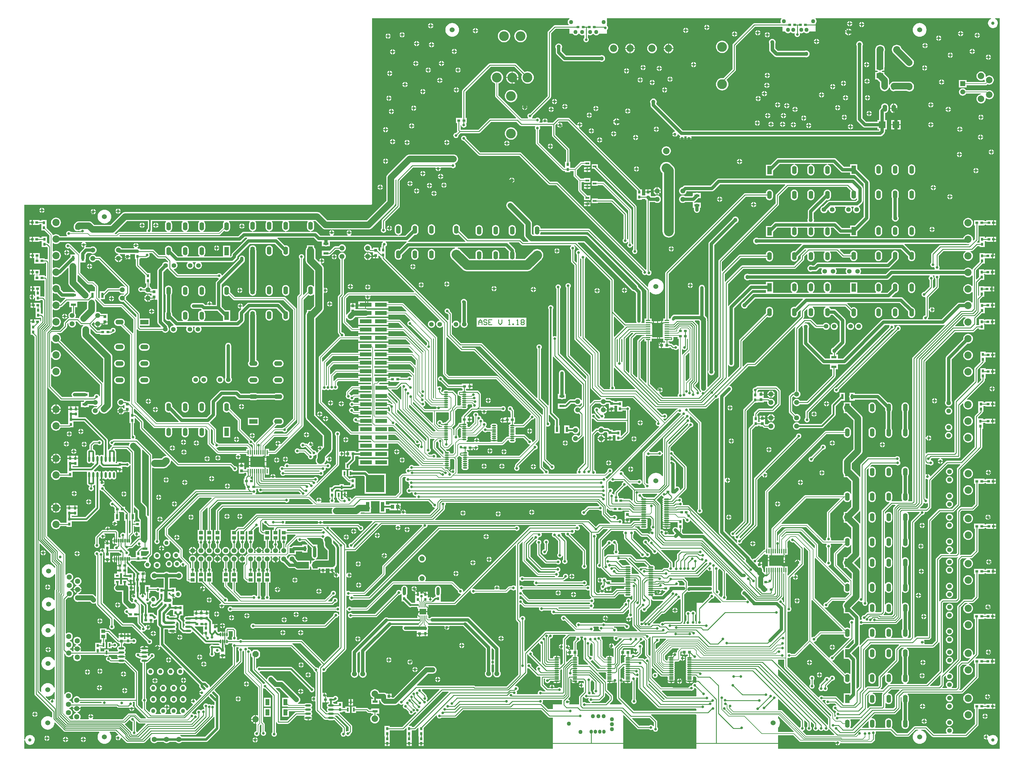
<source format=gtl>
%FSLAX25Y25*%
%MOIN*%
G70*
G01*
G75*
G04 Layer_Physical_Order=1*
G04 Layer_Color=255*
%ADD10R,0.01378X0.05512*%
%ADD11R,0.17716X0.12992*%
%ADD12R,0.07874X0.07087*%
%ADD13O,0.00787X0.02362*%
%ADD14O,0.01772X0.04528*%
%ADD15R,0.03740X0.02362*%
%ADD16R,0.04528X0.02362*%
%ADD17O,0.06299X0.01772*%
%ADD18R,0.05118X0.07480*%
%ADD19O,0.07087X0.02362*%
%ADD20O,0.02362X0.07284*%
%ADD21O,0.07284X0.02362*%
%ADD22R,0.03543X0.02953*%
%ADD23R,0.04331X0.11221*%
%ADD24R,0.22244X0.20866*%
%ADD25R,0.08268X0.08071*%
%ADD26R,0.14488X0.05000*%
%ADD27O,0.05512X0.08465*%
%ADD28R,0.05906X0.07874*%
%ADD29R,0.03543X0.03347*%
%ADD30R,0.05118X0.03937*%
%ADD31O,0.05512X0.01772*%
%ADD32O,0.05118X0.01772*%
%ADD33R,0.03150X0.06496*%
%ADD34R,0.03543X0.03150*%
%ADD35R,0.01969X0.02362*%
%ADD36R,0.03937X0.05118*%
%ADD37R,0.03150X0.03543*%
%ADD38R,0.02362X0.04528*%
%ADD39R,0.03347X0.03543*%
%ADD40R,0.02953X0.03543*%
%ADD41R,0.06496X0.03150*%
%ADD42R,0.07874X0.05906*%
%ADD43R,0.05512X0.01378*%
%ADD44R,0.12992X0.17716*%
%ADD45O,0.01772X0.05118*%
%ADD46C,0.03937*%
%ADD47C,0.01000*%
%ADD48C,0.00787*%
%ADD49C,0.02953*%
%ADD50C,0.03937*%
%ADD51C,0.01969*%
%ADD52C,0.04331*%
%ADD53C,0.02000*%
%ADD54C,0.07874*%
%ADD55C,0.08661*%
%ADD56C,0.06299*%
%ADD57C,0.05906*%
%ADD58C,0.01181*%
%ADD59C,0.11811*%
%ADD60C,0.02756*%
%ADD61C,0.01575*%
%ADD62C,0.05906*%
%ADD63C,0.06299*%
%ADD64C,0.06000*%
%ADD65C,0.11811*%
%ADD66C,0.07874*%
%ADD67R,0.05906X0.05906*%
%ADD68R,0.05906X0.05906*%
%ADD69O,0.04331X0.04724*%
%ADD70P,0.08097X8X292.5*%
%ADD71C,0.07480*%
%ADD72C,0.05512*%
%ADD73R,0.05512X0.09843*%
%ADD74O,0.05512X0.09843*%
%ADD75C,0.08661*%
%ADD76R,0.09843X0.05512*%
%ADD77O,0.09843X0.05512*%
%ADD78C,0.02598*%
%ADD79C,0.03150*%
%ADD80C,0.05000*%
G36*
X2140665Y1508157D02*
X2137504Y1504996D01*
X2137046Y1504309D01*
X2136884Y1503500D01*
Y1498092D01*
X2136292Y1497572D01*
X2136000Y1497611D01*
Y1494500D01*
Y1491389D01*
X2136292Y1491428D01*
X2136884Y1490908D01*
Y1474876D01*
X2134670Y1472662D01*
X2133976Y1473033D01*
X2134048Y1473398D01*
X2133857Y1474358D01*
X2133644Y1474677D01*
X2133857Y1474997D01*
X2134048Y1475957D01*
X2133857Y1476917D01*
X2133644Y1477236D01*
X2133857Y1477556D01*
X2134048Y1478516D01*
X2133857Y1479476D01*
X2133644Y1479795D01*
X2133857Y1480115D01*
X2133949Y1480575D01*
X2132887D01*
X2132500Y1480834D01*
X2131539Y1481025D01*
X2129669D01*
Y1481075D01*
X2129169D01*
Y1483584D01*
X2127799D01*
X2126839Y1483393D01*
X2126025Y1482849D01*
X2125481Y1482035D01*
X2125290Y1481075D01*
X2124926Y1480631D01*
X2121615D01*
Y1503986D01*
X2122000Y1504323D01*
X2122822Y1504432D01*
X2123588Y1504749D01*
X2124246Y1505254D01*
X2124751Y1505912D01*
X2125068Y1506678D01*
X2125177Y1507500D01*
X2125072Y1508292D01*
X2125592Y1508885D01*
X2140364D01*
X2140665Y1508157D01*
D02*
G37*
G36*
X2287993Y1853831D02*
X2282081Y1847919D01*
X2281709Y1847363D01*
X2280956Y1847592D01*
Y1853569D01*
X2281701Y1853822D01*
X2281754Y1853754D01*
X2282412Y1853249D01*
X2283178Y1852932D01*
X2284000Y1852823D01*
X2284822Y1852932D01*
X2285588Y1853249D01*
X2286246Y1853754D01*
X2286751Y1854412D01*
X2287069Y1855178D01*
X2287177Y1856000D01*
X2287090Y1856663D01*
X2287167Y1857051D01*
Y1866350D01*
X2287993D01*
Y1853831D01*
D02*
G37*
G36*
X2485441Y1671901D02*
Y1663581D01*
X2479209Y1657350D01*
X2476244D01*
Y1654264D01*
X2475760Y1653633D01*
X2475205Y1652292D01*
X2475015Y1650854D01*
X2475205Y1649415D01*
X2475760Y1648074D01*
X2476244Y1647443D01*
Y1644357D01*
X2479209D01*
X2485441Y1638126D01*
Y1624607D01*
X2484668Y1624453D01*
X2484358Y1625203D01*
X2483664Y1626108D01*
X2482759Y1626802D01*
X2481705Y1627238D01*
X2480575Y1627387D01*
X2479444Y1627238D01*
X2478391Y1626802D01*
X2477486Y1626108D01*
X2476792Y1625203D01*
X2476356Y1624149D01*
X2476207Y1623019D01*
Y1622861D01*
X2461439D01*
X2461001Y1623515D01*
X2461069Y1623678D01*
X2461177Y1624500D01*
X2461069Y1625322D01*
X2460751Y1626088D01*
X2460246Y1626746D01*
X2460007Y1626930D01*
Y1655669D01*
X2475954Y1671616D01*
X2476727Y1671462D01*
X2476792Y1671304D01*
X2477486Y1670399D01*
X2478391Y1669705D01*
X2479444Y1669269D01*
X2480575Y1669120D01*
X2481705Y1669269D01*
X2482759Y1669705D01*
X2483664Y1670399D01*
X2484358Y1671304D01*
X2484668Y1672054D01*
X2485441Y1671901D01*
D02*
G37*
G36*
X2198818Y1506178D02*
X2198749Y1506088D01*
X2198432Y1505322D01*
X2198323Y1504500D01*
X2198432Y1503678D01*
X2198749Y1502912D01*
X2199254Y1502254D01*
X2199912Y1501749D01*
X2200678Y1501431D01*
X2201500Y1501323D01*
X2202322Y1501431D01*
X2203088Y1501749D01*
X2203746Y1502254D01*
X2204251Y1502912D01*
X2204568Y1503678D01*
X2204676Y1504493D01*
X2207972D01*
X2208274Y1503765D01*
X2199912Y1495403D01*
X2199856Y1495411D01*
X2199157Y1495648D01*
X2199068Y1496322D01*
X2198751Y1497088D01*
X2198246Y1497746D01*
X2197588Y1498251D01*
X2196822Y1498569D01*
X2196500Y1498611D01*
Y1495500D01*
Y1492389D01*
X2196822Y1492432D01*
X2197588Y1492749D01*
X2197678Y1492818D01*
X2198384Y1492470D01*
Y1482313D01*
X2197631Y1482085D01*
X2197120Y1482849D01*
X2196307Y1483393D01*
X2195346Y1483584D01*
X2193976D01*
Y1481075D01*
X2192976D01*
Y1483584D01*
X2191606D01*
X2190646Y1483393D01*
X2189832Y1482849D01*
X2189288Y1482035D01*
X2189098Y1481075D01*
X2188868Y1480795D01*
X2188082Y1480757D01*
X2185007Y1483831D01*
Y1502000D01*
X2184880Y1502641D01*
X2184854Y1502768D01*
X2184419Y1503419D01*
X2183637Y1504201D01*
X2183677Y1504500D01*
X2183569Y1505322D01*
X2183251Y1506088D01*
X2183182Y1506178D01*
X2183530Y1506884D01*
X2198470D01*
X2198818Y1506178D01*
D02*
G37*
G36*
X1956146Y1850016D02*
X1955774Y1849322D01*
X1955039Y1849468D01*
X1926228D01*
Y1851535D01*
X1909507D01*
Y1853386D01*
X1926228D01*
Y1855454D01*
X1950708D01*
X1956146Y1850016D01*
D02*
G37*
G36*
X2261819Y1503657D02*
X2249843Y1491681D01*
X2249116Y1491983D01*
Y1497624D01*
X2250836Y1499345D01*
X2251000Y1499323D01*
X2251822Y1499432D01*
X2252588Y1499749D01*
X2253246Y1500254D01*
X2253751Y1500912D01*
X2254069Y1501678D01*
X2254177Y1502500D01*
X2254069Y1503322D01*
X2253900Y1503730D01*
X2254337Y1504385D01*
X2261517D01*
X2261819Y1503657D01*
D02*
G37*
G36*
X1952646Y1860016D02*
X1952275Y1859322D01*
X1951539Y1859468D01*
X1926228D01*
Y1861535D01*
X1908591D01*
D01*
D01*
X1908591Y1861535D01*
X1907823Y1861535D01*
Y1861535D01*
X1890185D01*
Y1853386D01*
X1905493D01*
Y1851535D01*
X1890185D01*
Y1849468D01*
X1858461D01*
X1857693Y1849315D01*
X1857041Y1848880D01*
X1847581Y1839419D01*
X1847261Y1838940D01*
X1846507Y1839169D01*
Y1843169D01*
X1868792Y1865454D01*
X1890185D01*
Y1863386D01*
X1907823D01*
Y1863386D01*
X1907823D01*
X1907823Y1863386D01*
X1908591Y1863386D01*
Y1863386D01*
X1926228D01*
Y1865454D01*
X1947208D01*
X1952646Y1860016D01*
D02*
G37*
G36*
X2210607Y1881902D02*
X2211172Y1881524D01*
X2211249Y1880741D01*
X2199343Y1868835D01*
X2198615Y1869136D01*
Y1892864D01*
X2199343Y1893165D01*
X2210607Y1881902D01*
D02*
G37*
G36*
X1738384Y1513124D02*
Y1507347D01*
X1738254Y1507246D01*
X1737749Y1506588D01*
X1737432Y1505822D01*
X1737323Y1505000D01*
X1737432Y1504178D01*
X1737696Y1503538D01*
X1737259Y1502883D01*
X1733701D01*
X1733657Y1503106D01*
X1733113Y1503920D01*
X1732299Y1504463D01*
X1731581Y1504606D01*
Y1505394D01*
X1732299Y1505536D01*
X1733113Y1506080D01*
X1733657Y1506894D01*
X1733847Y1507854D01*
Y1510610D01*
X1733657Y1511570D01*
X1733454Y1511873D01*
Y1513385D01*
X1738124D01*
X1738384Y1513124D01*
D02*
G37*
G36*
X2236493Y1501169D02*
Y1484500D01*
X2236493Y1484500D01*
X2236493D01*
X2236646Y1483732D01*
X2237081Y1483081D01*
X2238799Y1481363D01*
X2238546Y1480617D01*
X2238178Y1480569D01*
X2237412Y1480251D01*
X2236754Y1479746D01*
X2236462Y1479367D01*
X2235677Y1479315D01*
X2234980Y1480012D01*
X2234294Y1480470D01*
X2233484Y1480631D01*
X2228046D01*
X2227817Y1481385D01*
X2227996Y1481504D01*
X2231996Y1485504D01*
X2232454Y1486191D01*
X2232615Y1487000D01*
Y1492653D01*
X2232746Y1492754D01*
X2233251Y1493412D01*
X2233569Y1494178D01*
X2233677Y1495000D01*
X2233569Y1495822D01*
X2233251Y1496588D01*
X2232746Y1497246D01*
X2232088Y1497751D01*
X2231322Y1498069D01*
X2230500Y1498177D01*
X2230181Y1498135D01*
X2229833Y1498841D01*
X2231336Y1500345D01*
X2231500Y1500323D01*
X2232322Y1500432D01*
X2233088Y1500749D01*
X2233746Y1501254D01*
X2234251Y1501912D01*
X2234419Y1502317D01*
X2235191Y1502470D01*
X2236493Y1501169D01*
D02*
G37*
G36*
X2275602Y1866350D02*
X2276942D01*
Y1857913D01*
X2276196Y1857660D01*
X2275746Y1858246D01*
X2275088Y1858751D01*
X2274322Y1859068D01*
X2273500Y1859177D01*
X2272678Y1859068D01*
X2271912Y1858751D01*
X2271254Y1858246D01*
X2269069Y1859923D01*
X2268996Y1859996D01*
X2268310Y1860454D01*
X2267500Y1860616D01*
X2265996D01*
Y1861748D01*
X2264765D01*
Y1863220D01*
X2267150D01*
Y1863369D01*
X2268484D01*
X2269294Y1863530D01*
X2269980Y1863988D01*
X2269996Y1864004D01*
X2270454Y1864691D01*
X2270616Y1865500D01*
Y1867500D01*
X2270519Y1867987D01*
X2271018Y1868595D01*
X2275602D01*
Y1866350D01*
D02*
G37*
G36*
X1520066Y1863518D02*
X1520804Y1862619D01*
X1521703Y1861881D01*
X1522729Y1861333D01*
X1523842Y1860995D01*
X1525000Y1860881D01*
X1526158Y1860995D01*
X1527271Y1861333D01*
X1527414Y1861409D01*
X1577884Y1810939D01*
Y1797144D01*
X1577099Y1797092D01*
X1577069Y1797322D01*
X1576751Y1798088D01*
X1576246Y1798746D01*
X1575588Y1799251D01*
X1574822Y1799569D01*
X1574000Y1799677D01*
X1573178Y1799569D01*
X1572412Y1799251D01*
X1571754Y1798746D01*
X1571249Y1798088D01*
X1570932Y1797322D01*
X1570823Y1796500D01*
X1567902Y1796115D01*
X1564823D01*
Y1802055D01*
X1561655D01*
X1560925Y1802358D01*
X1560000Y1802479D01*
X1547406D01*
X1546480Y1802358D01*
X1545619Y1802001D01*
X1544878Y1801433D01*
X1544310Y1800692D01*
X1543953Y1799830D01*
X1543832Y1798906D01*
X1543953Y1797980D01*
X1544310Y1797119D01*
X1544538Y1796822D01*
X1544190Y1796115D01*
X1532376D01*
X1519116Y1809376D01*
Y1823676D01*
X1519879Y1823867D01*
X1520066Y1823518D01*
X1520804Y1822619D01*
X1521703Y1821881D01*
X1522729Y1821333D01*
X1523842Y1820995D01*
X1525000Y1820881D01*
X1526158Y1820995D01*
X1527271Y1821333D01*
X1528297Y1821881D01*
X1529196Y1822619D01*
X1529934Y1823518D01*
X1530482Y1824544D01*
X1530820Y1825657D01*
X1530934Y1826815D01*
X1530820Y1827973D01*
X1530482Y1829086D01*
X1529934Y1830112D01*
X1529196Y1831011D01*
X1528297Y1831749D01*
X1527271Y1832297D01*
X1526158Y1832635D01*
X1525000Y1832749D01*
X1523842Y1832635D01*
X1522729Y1832297D01*
X1521703Y1831749D01*
X1520804Y1831011D01*
X1520066Y1830112D01*
X1519879Y1829762D01*
X1519116Y1829954D01*
Y1843676D01*
X1519879Y1843867D01*
X1520066Y1843518D01*
X1520804Y1842619D01*
X1521703Y1841881D01*
X1522729Y1841333D01*
X1523842Y1840995D01*
X1525000Y1840881D01*
X1526158Y1840995D01*
X1527271Y1841333D01*
X1528297Y1841881D01*
X1529196Y1842619D01*
X1529934Y1843518D01*
X1530482Y1844544D01*
X1530820Y1845657D01*
X1530934Y1846815D01*
X1530820Y1847973D01*
X1530482Y1849086D01*
X1529934Y1850112D01*
X1529196Y1851011D01*
X1528297Y1851749D01*
X1527271Y1852297D01*
X1526158Y1852635D01*
X1525000Y1852749D01*
X1523842Y1852635D01*
X1522729Y1852297D01*
X1521703Y1851749D01*
X1520804Y1851011D01*
X1520066Y1850112D01*
X1519879Y1849762D01*
X1519116Y1849954D01*
Y1863676D01*
X1519879Y1863868D01*
X1520066Y1863518D01*
D02*
G37*
G36*
X1957493Y1830169D02*
Y1825374D01*
X1956766Y1825073D01*
X1953037Y1828801D01*
X1952386Y1829236D01*
X1951618Y1829389D01*
X1926228D01*
Y1831457D01*
X1909507D01*
Y1833386D01*
X1926228D01*
Y1835454D01*
X1952208D01*
X1957493Y1830169D01*
D02*
G37*
G36*
X2221886Y1872878D02*
X2218004Y1868996D01*
X2217546Y1868310D01*
X2217385Y1867500D01*
Y1825636D01*
X2216657Y1825335D01*
X2213116Y1828876D01*
Y1866624D01*
X2220097Y1873605D01*
X2221585D01*
X2221886Y1872878D01*
D02*
G37*
G36*
X1947433Y1699133D02*
X1947604Y1698787D01*
X1947146Y1698191D01*
X1946829Y1697425D01*
X1946721Y1696602D01*
X1946829Y1695780D01*
X1947146Y1695014D01*
X1947651Y1694356D01*
X1948309Y1693851D01*
X1949075Y1693534D01*
X1949898Y1693426D01*
X1950322Y1693481D01*
X1950879Y1692925D01*
X1950823Y1692500D01*
X1950932Y1691678D01*
X1951249Y1690912D01*
X1951754Y1690254D01*
X1951872Y1690163D01*
X1951974Y1689382D01*
X1951749Y1689088D01*
X1951431Y1688322D01*
X1951323Y1687500D01*
X1951431Y1686678D01*
D01*
X1951431Y1686678D01*
D01*
X1950999Y1686111D01*
X1950678Y1686069D01*
X1949912Y1685751D01*
X1949254Y1685246D01*
X1948749Y1684588D01*
X1948432Y1683822D01*
X1948323Y1683000D01*
X1948432Y1682178D01*
X1948749Y1681412D01*
X1949254Y1680754D01*
X1949912Y1680249D01*
X1950678Y1679931D01*
X1951500Y1679823D01*
X1952322Y1679931D01*
X1953088Y1680249D01*
X1953746Y1680754D01*
X1953847Y1680885D01*
X1955408D01*
X1955928Y1680293D01*
X1955823Y1679500D01*
X1955931Y1678678D01*
X1956249Y1677912D01*
X1956754Y1677254D01*
X1957412Y1676749D01*
X1958178Y1676431D01*
X1959000Y1676323D01*
X1959307Y1676364D01*
X1959864Y1675807D01*
X1959823Y1675500D01*
X1959862Y1675208D01*
X1959343Y1674615D01*
X1939483D01*
X1939181Y1675343D01*
X1942919Y1679081D01*
X1943354Y1679732D01*
X1943380Y1679859D01*
X1943507Y1680500D01*
Y1698169D01*
X1944831Y1699493D01*
X1947157D01*
X1947433Y1699133D01*
D02*
G37*
G36*
X2251165Y1678657D02*
X2247258Y1674749D01*
X2238247D01*
X2237944Y1674952D01*
X2236984Y1675143D01*
X2235203D01*
X2233155Y1677191D01*
X2233177Y1677354D01*
X2233068Y1678176D01*
X2232839Y1678730D01*
X2233277Y1679384D01*
X2250864D01*
X2251165Y1678657D01*
D02*
G37*
G36*
X1890185Y1833386D02*
X1905493D01*
Y1831457D01*
X1890185D01*
Y1829389D01*
X1863382D01*
X1862614Y1829236D01*
X1861963Y1828801D01*
X1856734Y1823573D01*
X1856007Y1823874D01*
Y1831169D01*
X1860292Y1835454D01*
X1890185D01*
Y1833386D01*
D02*
G37*
G36*
X2575912Y1697249D02*
X2576678Y1696931D01*
X2577463Y1696828D01*
X2577922Y1696188D01*
X2577884Y1696000D01*
Y1673530D01*
X2577178Y1673182D01*
X2577088Y1673251D01*
X2576322Y1673569D01*
X2575500Y1673677D01*
X2575116Y1676598D01*
Y1696970D01*
X2575822Y1697318D01*
X2575912Y1697249D01*
D02*
G37*
G36*
X2203385Y1865864D02*
Y1838847D01*
X2203254Y1838746D01*
X2202861Y1838235D01*
X2202115Y1838488D01*
Y1865624D01*
X2202657Y1866165D01*
X2203385Y1865864D01*
D02*
G37*
G36*
X2591884Y1499478D02*
Y1465376D01*
X2576124Y1449615D01*
X2552609D01*
X2552455Y1450388D01*
X2552739Y1450505D01*
X2553644Y1451200D01*
X2554338Y1452104D01*
X2554774Y1453158D01*
X2554923Y1454288D01*
Y1458619D01*
X2554774Y1459749D01*
X2554338Y1460803D01*
X2554129Y1461075D01*
Y1481832D01*
X2554338Y1482104D01*
X2554774Y1483158D01*
X2554923Y1484288D01*
Y1488619D01*
X2554774Y1489749D01*
X2554338Y1490803D01*
X2553644Y1491708D01*
X2552739Y1492402D01*
X2552231Y1492612D01*
X2552385Y1493384D01*
X2584000D01*
X2584809Y1493546D01*
X2585496Y1494004D01*
X2585496Y1494004D01*
X2585496Y1494004D01*
X2590996Y1499504D01*
X2591131Y1499706D01*
X2591884Y1499478D01*
D02*
G37*
G36*
X2208884Y1865864D02*
Y1838488D01*
X2208139Y1838235D01*
X2207746Y1838746D01*
X2207615Y1838847D01*
Y1865624D01*
X2208157Y1866165D01*
X2208884Y1865864D01*
D02*
G37*
G36*
X1598654Y1499854D02*
X1599340Y1499396D01*
X1600150Y1499235D01*
X1600752D01*
Y1498004D01*
X1601884D01*
Y1495280D01*
X1601504D01*
X1600784Y1495185D01*
X1600114Y1494907D01*
X1599538Y1494466D01*
X1599097Y1493890D01*
X1598819Y1493219D01*
X1598724Y1492500D01*
X1598819Y1491781D01*
X1599097Y1491110D01*
X1599538Y1490534D01*
X1599722Y1490394D01*
Y1489606D01*
X1599538Y1489466D01*
X1599097Y1488890D01*
X1599095Y1488885D01*
X1588756D01*
Y1491409D01*
X1583244D01*
Y1488885D01*
X1578650D01*
Y1492705D01*
Y1493936D01*
X1579504D01*
Y1492591D01*
X1585016D01*
Y1500268D01*
X1584375D01*
Y1503307D01*
X1586134D01*
Y1509606D01*
Y1511034D01*
X1587474D01*
X1598654Y1499854D01*
D02*
G37*
G36*
X1959493Y1840169D02*
Y1834874D01*
X1958765Y1834573D01*
X1954459Y1838880D01*
X1953807Y1839315D01*
X1953039Y1839468D01*
X1926228D01*
Y1841535D01*
X1909507D01*
Y1843386D01*
X1926228D01*
Y1845454D01*
X1954208D01*
X1959493Y1840169D01*
D02*
G37*
G36*
X1952615Y1889047D02*
X1952507Y1888233D01*
X1952488Y1888175D01*
X1951678Y1888069D01*
X1950912Y1887751D01*
X1950254Y1887246D01*
X1949749Y1886588D01*
X1949431Y1885822D01*
X1949323Y1885000D01*
X1949431Y1884178D01*
X1949749Y1883412D01*
X1950254Y1882754D01*
X1950912Y1882249D01*
X1951678Y1881931D01*
X1952500Y1881823D01*
X1952664Y1881845D01*
X1972885Y1861624D01*
Y1859347D01*
X1972754Y1859246D01*
X1972249Y1858588D01*
X1972227Y1858537D01*
X1971455Y1858383D01*
X1940959Y1888880D01*
X1940307Y1889315D01*
X1939539Y1889468D01*
X1926228D01*
Y1891535D01*
X1908591D01*
D01*
D01*
X1908591Y1891536D01*
X1907823Y1891536D01*
Y1891535D01*
X1890185D01*
Y1883386D01*
X1907823D01*
Y1883386D01*
X1907823D01*
X1907823Y1883386D01*
X1908591Y1883386D01*
Y1883386D01*
X1926228D01*
Y1885454D01*
X1938708D01*
X1943966Y1880195D01*
X1943665Y1879468D01*
X1926228D01*
Y1881535D01*
X1908591D01*
D01*
D01*
X1908591Y1881536D01*
X1907823Y1881536D01*
Y1881535D01*
X1890185D01*
Y1879468D01*
X1883371D01*
X1875507Y1887331D01*
Y1891191D01*
X1876279Y1891344D01*
X1876373Y1891117D01*
X1877131Y1890130D01*
X1878117Y1889373D01*
X1879267Y1888897D01*
X1880500Y1888735D01*
X1881733Y1888897D01*
X1882883Y1889373D01*
X1883870Y1890130D01*
X1886434Y1892695D01*
X1899004D01*
X1900237Y1892858D01*
X1901386Y1893334D01*
X1901454Y1893386D01*
X1907823D01*
Y1893386D01*
X1907823D01*
X1907823Y1893386D01*
X1908591Y1893386D01*
Y1893386D01*
X1926228D01*
Y1895454D01*
X1946208D01*
X1952615Y1889047D01*
D02*
G37*
G36*
X2180600Y1518230D02*
X2180432Y1517822D01*
X2180323Y1517000D01*
X2180432Y1516178D01*
X2180749Y1515412D01*
X2181254Y1514754D01*
X2181912Y1514249D01*
X2182678Y1513931D01*
X2182908Y1513901D01*
X2182857Y1513116D01*
X2174236D01*
X2173986Y1513441D01*
X2173799Y1513822D01*
X2174251Y1514412D01*
X2174569Y1515178D01*
X2174677Y1516000D01*
X2174569Y1516822D01*
X2174251Y1517588D01*
X2173799Y1518178D01*
X2173986Y1518559D01*
X2174236Y1518884D01*
X2180163D01*
X2180600Y1518230D01*
D02*
G37*
G36*
X2454396Y1904612D02*
X2454371Y1904602D01*
X2453466Y1903908D01*
X2452772Y1903003D01*
X2452336Y1901949D01*
X2452187Y1900819D01*
Y1896488D01*
X2452336Y1895358D01*
X2452772Y1894304D01*
X2453466Y1893399D01*
X2454371Y1892705D01*
X2455425Y1892269D01*
X2456555Y1892120D01*
X2457686Y1892269D01*
X2458739Y1892705D01*
X2459644Y1893399D01*
X2460338Y1894304D01*
X2460659Y1895080D01*
X2463366D01*
X2471426Y1887020D01*
Y1863480D01*
X2463901Y1855955D01*
X2462945Y1855559D01*
X2462094Y1854906D01*
X2461441Y1854055D01*
X2461030Y1853064D01*
X2460890Y1852000D01*
X2461030Y1850936D01*
X2461441Y1849945D01*
X2462094Y1849094D01*
X2462885Y1848487D01*
Y1847555D01*
X2459677D01*
Y1842574D01*
X2453980D01*
X2434074Y1862480D01*
Y1878980D01*
X2434470Y1879936D01*
X2434610Y1881000D01*
X2434470Y1882064D01*
X2434059Y1883055D01*
X2433406Y1883906D01*
X2432555Y1884559D01*
X2431564Y1884970D01*
X2430500Y1885110D01*
X2429528Y1884982D01*
X2429180Y1885688D01*
X2429876Y1886385D01*
X2435124D01*
X2441504Y1880004D01*
X2441504Y1880004D01*
X2441504D01*
X2441504Y1880004D01*
X2441504D01*
X2441504Y1880004D01*
Y1880004D01*
Y1880004D01*
D01*
D01*
X2441504D01*
Y1880004D01*
X2442191Y1879546D01*
X2443000Y1879384D01*
X2451189D01*
X2451217Y1879316D01*
X2451911Y1878411D01*
X2452816Y1877717D01*
X2453869Y1877281D01*
X2455000Y1877132D01*
X2456130Y1877281D01*
X2457184Y1877717D01*
X2458089Y1878411D01*
X2458783Y1879316D01*
X2459219Y1880370D01*
X2459368Y1881500D01*
X2459219Y1882631D01*
X2458783Y1883684D01*
X2458089Y1884589D01*
X2457184Y1885283D01*
X2456130Y1885719D01*
X2455000Y1885868D01*
X2453869Y1885719D01*
X2452816Y1885283D01*
X2451911Y1884589D01*
X2451217Y1883684D01*
X2451189Y1883615D01*
X2443876D01*
X2437496Y1889996D01*
X2436810Y1890454D01*
X2436000Y1890615D01*
X2429000D01*
X2428190Y1890454D01*
X2427780Y1890180D01*
X2427281Y1890789D01*
X2427996Y1891504D01*
X2428454Y1892191D01*
X2428616Y1893000D01*
Y1899124D01*
X2431628Y1902136D01*
X2432334Y1901788D01*
X2432207Y1900819D01*
Y1896488D01*
X2432356Y1895358D01*
X2432792Y1894304D01*
X2433486Y1893399D01*
X2434391Y1892705D01*
X2435444Y1892269D01*
X2436575Y1892120D01*
X2437705Y1892269D01*
X2438759Y1892705D01*
X2439664Y1893399D01*
X2440358Y1894304D01*
X2440794Y1895358D01*
X2440943Y1896488D01*
Y1900819D01*
X2440794Y1901949D01*
X2440358Y1903003D01*
X2439664Y1903908D01*
X2438759Y1904602D01*
X2438733Y1904612D01*
X2438887Y1905384D01*
X2454243D01*
X2454396Y1904612D01*
D02*
G37*
G36*
X1562611Y1910793D02*
X1562441Y1909500D01*
Y1902803D01*
X1554569Y1894931D01*
X1553685Y1893780D01*
X1553130Y1892439D01*
X1553007Y1891507D01*
X1552930Y1891430D01*
X1552284Y1891137D01*
X1551810Y1891454D01*
X1551000Y1891615D01*
X1548914D01*
X1548477Y1892270D01*
X1548911Y1893318D01*
X1549067Y1894500D01*
X1548911Y1895682D01*
X1548455Y1896783D01*
X1548116Y1897226D01*
Y1904445D01*
X1550823D01*
Y1910744D01*
X1550823D01*
Y1910828D01*
X1551380Y1911385D01*
X1562092D01*
X1562611Y1910793D01*
D02*
G37*
G36*
X2617165Y1714157D02*
X2613504Y1710496D01*
X2613046Y1709809D01*
X2612885Y1709000D01*
Y1666876D01*
X2607124Y1661115D01*
X2592000D01*
X2591191Y1660954D01*
X2590504Y1660496D01*
X2578504Y1648496D01*
X2578046Y1647809D01*
X2577884Y1647000D01*
Y1507115D01*
X2565000D01*
X2564190Y1506954D01*
X2563504Y1506496D01*
X2562360Y1505352D01*
X2562247Y1505374D01*
X2561616Y1505636D01*
Y1644124D01*
X2570836Y1653345D01*
X2571000Y1653323D01*
X2571822Y1653432D01*
X2572588Y1653749D01*
X2573246Y1654254D01*
X2573751Y1654912D01*
X2574068Y1655678D01*
X2574177Y1656500D01*
X2574138Y1656792D01*
X2574657Y1657384D01*
X2576500D01*
X2577309Y1657546D01*
X2577996Y1658004D01*
X2577996Y1658004D01*
X2577996Y1658004D01*
X2581496Y1661504D01*
X2581496Y1661504D01*
X2581496Y1661504D01*
X2581954Y1662190D01*
X2582116Y1663000D01*
Y1695124D01*
X2601876Y1714885D01*
X2616864D01*
X2617165Y1714157D01*
D02*
G37*
G36*
X1672919Y1522931D02*
Y1517000D01*
X1673007Y1516332D01*
X1673136Y1516021D01*
X1673265Y1515709D01*
X1673675Y1515175D01*
X1677175Y1511675D01*
X1677709Y1511265D01*
X1678150Y1511082D01*
X1678332Y1511007D01*
X1679000Y1510919D01*
X1681215D01*
X1681466Y1510815D01*
X1682185Y1510720D01*
X1687106D01*
X1687826Y1510815D01*
X1688496Y1511093D01*
X1689072Y1511535D01*
X1689514Y1512110D01*
X1689748Y1512676D01*
X1690163Y1512759D01*
X1690520Y1512829D01*
X1690520Y1512829D01*
Y1512829D01*
X1704407Y1498943D01*
X1704942Y1498532D01*
X1705382Y1498350D01*
X1705564Y1498275D01*
X1706232Y1498187D01*
X1721506D01*
X1721887Y1497616D01*
X1722254Y1497371D01*
X1722203Y1496989D01*
X1722080Y1496581D01*
X1715310D01*
X1715088Y1496751D01*
X1714322Y1497069D01*
X1713500Y1497177D01*
X1712678Y1497069D01*
X1711912Y1496751D01*
X1711254Y1496246D01*
X1710749Y1495588D01*
X1710431Y1494822D01*
X1710323Y1494000D01*
X1710431Y1493178D01*
X1710749Y1492412D01*
X1710919Y1492190D01*
Y1487310D01*
X1710749Y1487088D01*
X1710431Y1486322D01*
X1710323Y1485500D01*
X1710431Y1484678D01*
X1710749Y1483912D01*
X1711254Y1483254D01*
X1711912Y1482749D01*
X1712678Y1482432D01*
X1713500Y1482323D01*
X1714322Y1482432D01*
X1715088Y1482749D01*
X1715746Y1483254D01*
X1716251Y1483912D01*
X1716569Y1484678D01*
X1716677Y1485500D01*
X1716569Y1486322D01*
X1716251Y1487088D01*
X1716081Y1487310D01*
Y1488516D01*
X1716853Y1488670D01*
X1716898Y1488561D01*
X1717403Y1487903D01*
X1718061Y1487398D01*
X1718827Y1487081D01*
X1719650Y1486973D01*
X1720472Y1487081D01*
X1721238Y1487398D01*
X1721896Y1487903D01*
X1722006Y1488047D01*
X1722752Y1487794D01*
Y1486803D01*
Y1484350D01*
X1729248D01*
Y1486803D01*
Y1493496D01*
X1728802D01*
Y1496885D01*
X1729740Y1497072D01*
X1730059Y1497285D01*
X1730379Y1497072D01*
X1731339Y1496881D01*
X1732299Y1497072D01*
X1733113Y1497616D01*
X1733657Y1498430D01*
X1733701Y1498652D01*
X1737675D01*
X1738023Y1497946D01*
X1737749Y1497588D01*
X1737432Y1496822D01*
X1737323Y1496000D01*
X1737432Y1495178D01*
X1737749Y1494412D01*
X1738254Y1493754D01*
X1738384Y1493653D01*
Y1472876D01*
X1711341Y1445833D01*
X1710635Y1446181D01*
X1710677Y1446500D01*
X1710568Y1447322D01*
X1710251Y1448088D01*
X1709746Y1448746D01*
X1709143Y1449209D01*
X1706676Y1451676D01*
X1706039Y1452165D01*
X1705514Y1452383D01*
X1705297Y1452473D01*
X1704500Y1452577D01*
X1702275D01*
X1656078Y1498775D01*
Y1515423D01*
X1659998D01*
X1660436Y1514768D01*
X1660209Y1514219D01*
X1660180Y1514000D01*
X1670529D01*
X1670500Y1514219D01*
X1670222Y1514890D01*
X1669781Y1515466D01*
X1669597Y1515606D01*
Y1516394D01*
X1669781Y1516535D01*
X1670222Y1517110D01*
X1670500Y1517781D01*
X1670595Y1518500D01*
X1670500Y1519219D01*
X1670222Y1519890D01*
X1669781Y1520465D01*
X1669597Y1520606D01*
Y1521394D01*
X1669781Y1521535D01*
X1670222Y1522110D01*
X1670500Y1522781D01*
X1670595Y1523500D01*
X1670500Y1524219D01*
X1670473Y1524285D01*
X1671128Y1524722D01*
X1672919Y1522931D01*
D02*
G37*
G36*
X2287713Y1560905D02*
X2288575Y1560548D01*
X2289500Y1560426D01*
X2290425Y1560548D01*
X2291287Y1560905D01*
X2291315Y1560926D01*
X2315000D01*
X2315925Y1561048D01*
X2316338Y1561219D01*
X2316993Y1560782D01*
D01*
X2316993Y1560500D01*
X2316993Y1560500D01*
X2316993D01*
X2317146Y1559732D01*
X2317581Y1559081D01*
X2317581Y1559081D01*
X2317000Y1558677D01*
X2316178Y1558568D01*
X2315412Y1558251D01*
X2314754Y1557746D01*
X2314249Y1557088D01*
X2313931Y1556322D01*
X2313823Y1555500D01*
X2313845Y1555336D01*
X2306008Y1547500D01*
X2298767D01*
X2298696Y1522281D01*
X2297906D01*
X2297468Y1522935D01*
X2297569Y1523178D01*
X2297677Y1524000D01*
X2297569Y1524822D01*
X2297251Y1525588D01*
X2296746Y1526246D01*
X2296615Y1526347D01*
Y1532653D01*
X2296746Y1532754D01*
X2297251Y1533412D01*
X2297569Y1534178D01*
X2297677Y1535000D01*
X2297569Y1535822D01*
X2297251Y1536588D01*
X2296746Y1537246D01*
X2296088Y1537751D01*
X2295322Y1538068D01*
X2294500Y1538177D01*
X2293678Y1538068D01*
X2292912Y1537751D01*
X2292254Y1537246D01*
X2291749Y1536588D01*
X2291741Y1536570D01*
X2290961Y1536467D01*
X2290746Y1536746D01*
X2290088Y1537251D01*
X2289322Y1537568D01*
X2288500Y1537677D01*
X2287678Y1537568D01*
X2286912Y1537251D01*
X2286254Y1536746D01*
X2285749Y1536088D01*
X2285431Y1535322D01*
X2285323Y1534500D01*
X2285431Y1533678D01*
X2285749Y1532912D01*
X2286254Y1532254D01*
X2286385Y1532153D01*
Y1526230D01*
X2285754Y1525746D01*
X2285249Y1525088D01*
X2284932Y1524322D01*
X2284823Y1523500D01*
X2284906Y1522873D01*
X2284387Y1522281D01*
X2282801D01*
X2282500Y1523008D01*
X2282996Y1523504D01*
X2282996Y1523504D01*
X2282996Y1523504D01*
X2283454Y1524191D01*
X2283615Y1525000D01*
Y1557624D01*
X2287251Y1561259D01*
X2287713Y1560905D01*
D02*
G37*
G36*
X2546981Y1528123D02*
Y1515875D01*
X2546772Y1515603D01*
X2546336Y1514549D01*
X2546187Y1513419D01*
Y1509088D01*
X2546336Y1507958D01*
X2546772Y1506904D01*
X2547466Y1505999D01*
X2547647Y1505861D01*
X2547394Y1505116D01*
X2533736D01*
X2533483Y1505861D01*
X2533664Y1505999D01*
X2534358Y1506904D01*
X2534794Y1507958D01*
X2534943Y1509088D01*
Y1513419D01*
X2534794Y1514549D01*
X2534358Y1515603D01*
X2533664Y1516508D01*
X2532759Y1517202D01*
X2531705Y1517638D01*
X2530575Y1517787D01*
X2529444Y1517638D01*
X2528391Y1517202D01*
X2527486Y1516508D01*
X2526792Y1515603D01*
X2526356Y1514549D01*
X2526207Y1513419D01*
Y1509088D01*
X2526356Y1507958D01*
X2526792Y1506904D01*
X2527486Y1505999D01*
X2527666Y1505861D01*
X2527413Y1505116D01*
X2513736D01*
X2513483Y1505861D01*
X2513663Y1505999D01*
X2514358Y1506904D01*
X2514794Y1507958D01*
X2514943Y1509088D01*
Y1513419D01*
X2514794Y1514549D01*
X2514358Y1515603D01*
X2513663Y1516508D01*
X2512759Y1517202D01*
X2511705Y1517638D01*
X2510575Y1517787D01*
X2509444Y1517638D01*
X2508391Y1517202D01*
X2507486Y1516508D01*
X2506792Y1515603D01*
X2506356Y1514549D01*
X2506207Y1513419D01*
Y1509088D01*
X2506356Y1507958D01*
X2506792Y1506904D01*
X2507486Y1505999D01*
X2507667Y1505861D01*
X2507413Y1505116D01*
X2505500D01*
X2504691Y1504954D01*
X2504004Y1504496D01*
X2496166Y1496658D01*
X2496144Y1496667D01*
X2495459Y1497005D01*
X2495574Y1497879D01*
Y1520680D01*
X2496229Y1521117D01*
X2496678Y1520932D01*
X2497500Y1520823D01*
X2498322Y1520932D01*
X2499088Y1521249D01*
X2499746Y1521754D01*
X2499847Y1521885D01*
X2539000D01*
X2539809Y1522046D01*
X2540496Y1522504D01*
X2540496Y1522504D01*
X2540496Y1522504D01*
X2545996Y1528004D01*
X2546228Y1528351D01*
X2546981Y1528123D01*
D02*
G37*
G36*
X1541177Y1910744D02*
X1541177D01*
Y1904445D01*
X1543884D01*
Y1898986D01*
X1543318Y1898911D01*
X1542217Y1898455D01*
X1541271Y1897729D01*
X1540545Y1896783D01*
X1540089Y1895682D01*
X1539933Y1894500D01*
X1540089Y1893318D01*
X1540534Y1892243D01*
X1540163Y1891548D01*
X1539690Y1891454D01*
X1539004Y1890996D01*
X1535004Y1886996D01*
X1534546Y1886309D01*
X1534385Y1885500D01*
Y1882376D01*
X1529624Y1877616D01*
X1519500D01*
X1518900Y1877496D01*
X1518529Y1878191D01*
X1520419Y1880081D01*
X1520854Y1880732D01*
X1521007Y1881500D01*
X1521007Y1881500D01*
Y1881500D01*
Y1881500D01*
X1521007D01*
X1521007D01*
Y1881552D01*
D01*
X1521703Y1881881D01*
X1522729Y1881333D01*
X1523842Y1880995D01*
X1525000Y1880881D01*
X1526158Y1880995D01*
X1527271Y1881333D01*
X1528297Y1881881D01*
X1529196Y1882619D01*
X1529934Y1883518D01*
X1530482Y1884544D01*
X1530820Y1885657D01*
X1530934Y1886815D01*
X1530820Y1887973D01*
X1530482Y1889086D01*
X1529934Y1890112D01*
X1529196Y1891011D01*
X1528297Y1891749D01*
X1527271Y1892297D01*
X1526158Y1892635D01*
X1525000Y1892749D01*
X1523842Y1892635D01*
X1522729Y1892297D01*
X1521703Y1891749D01*
X1521007Y1892078D01*
Y1901552D01*
X1521703Y1901881D01*
X1522729Y1901333D01*
X1523842Y1900995D01*
X1525000Y1900881D01*
X1526158Y1900995D01*
X1527271Y1901333D01*
X1528297Y1901881D01*
X1529196Y1902619D01*
X1529934Y1903518D01*
X1530482Y1904544D01*
X1530529Y1904700D01*
X1530815D01*
X1531625Y1904860D01*
X1532311Y1905319D01*
X1538376Y1911385D01*
X1541177D01*
Y1910744D01*
D02*
G37*
G36*
X1979345Y1665664D02*
X1979323Y1665500D01*
X1979432Y1664678D01*
X1979749Y1663912D01*
X1980254Y1663254D01*
X1980912Y1662749D01*
X1981678Y1662432D01*
X1982352Y1662343D01*
X1982589Y1661644D01*
X1982597Y1661588D01*
X1976124Y1655116D01*
X1947837D01*
X1947400Y1655770D01*
X1947569Y1656178D01*
X1947611Y1656500D01*
X1941389D01*
X1941431Y1656178D01*
X1941600Y1655770D01*
X1941163Y1655116D01*
X1893006D01*
X1892705Y1655843D01*
X1893303Y1656441D01*
X1897744D01*
Y1656280D01*
X1905224D01*
Y1660162D01*
X1905390Y1660561D01*
X1905579Y1662000D01*
X1905390Y1663439D01*
X1905224Y1663838D01*
Y1670384D01*
X1915776D01*
Y1656280D01*
X1923256D01*
Y1660919D01*
X1927807D01*
Y1659366D01*
X1937150D01*
Y1663500D01*
Y1667634D01*
X1927807D01*
Y1666081D01*
X1923256D01*
Y1670384D01*
X1974624D01*
X1979345Y1665664D01*
D02*
G37*
G36*
X2086000Y1545823D02*
X2086299Y1545863D01*
X2089581Y1542581D01*
X2089581Y1542581D01*
X2089581D01*
X2089581Y1542581D01*
X2089581D01*
X2089581Y1542581D01*
Y1542581D01*
Y1542581D01*
D01*
D01*
X2089581D01*
Y1542581D01*
X2090232Y1542146D01*
X2091000Y1541993D01*
X2108001D01*
X2108438Y1541338D01*
X2108431Y1541322D01*
X2108323Y1540500D01*
X2108431Y1539678D01*
X2108749Y1538912D01*
X2109254Y1538254D01*
X2109912Y1537749D01*
X2110678Y1537432D01*
X2111500Y1537323D01*
X2112322Y1537432D01*
X2113088Y1537749D01*
X2113746Y1538254D01*
X2113847Y1538385D01*
X2122663D01*
X2123100Y1537730D01*
X2122931Y1537322D01*
X2122823Y1536500D01*
X2122931Y1535678D01*
X2123249Y1534912D01*
X2123754Y1534254D01*
X2124412Y1533749D01*
X2125178Y1533432D01*
X2126000Y1533323D01*
X2126822Y1533432D01*
X2127588Y1533749D01*
X2127765Y1533885D01*
X2209500D01*
X2210309Y1534046D01*
X2210996Y1534504D01*
X2210996Y1534504D01*
X2210996Y1534504D01*
X2216157Y1539665D01*
X2216884Y1539364D01*
Y1535347D01*
X2216754Y1535246D01*
X2216249Y1534588D01*
X2215932Y1533822D01*
X2215823Y1533000D01*
X2215932Y1532178D01*
X2216107Y1531755D01*
X2215713Y1531073D01*
X2215678Y1531069D01*
X2214912Y1530751D01*
X2214254Y1530246D01*
X2213749Y1529588D01*
X2213432Y1528822D01*
X2213389Y1528500D01*
X2219611D01*
X2219568Y1528822D01*
X2219393Y1529245D01*
X2219695Y1529767D01*
X2220461Y1529945D01*
X2220885Y1529663D01*
Y1521000D01*
X2221046Y1520191D01*
X2221504Y1519504D01*
X2227165Y1513843D01*
X2226864Y1513116D01*
X2203092D01*
X2202572Y1513708D01*
X2202677Y1514500D01*
X2202568Y1515322D01*
X2202251Y1516088D01*
X2201746Y1516746D01*
X2201088Y1517251D01*
X2200322Y1517568D01*
X2199500Y1517677D01*
X2199204Y1517638D01*
X2198725Y1518263D01*
X2198983Y1518884D01*
X2211338D01*
X2211432Y1518178D01*
X2211749Y1517412D01*
X2212254Y1516754D01*
X2212912Y1516249D01*
X2213678Y1515932D01*
X2214500Y1515823D01*
X2215322Y1515932D01*
X2216088Y1516249D01*
X2216746Y1516754D01*
X2217251Y1517412D01*
X2217569Y1518178D01*
X2217677Y1519000D01*
X2217569Y1519822D01*
X2217251Y1520588D01*
X2216746Y1521246D01*
X2216088Y1521751D01*
X2215322Y1522069D01*
X2214500Y1522177D01*
X2214336Y1522155D01*
X2213996Y1522496D01*
X2213309Y1522954D01*
X2212500Y1523116D01*
X2188847D01*
X2188746Y1523246D01*
X2188088Y1523751D01*
X2187322Y1524069D01*
X2186500Y1524177D01*
X2185678Y1524069D01*
X2184912Y1523751D01*
X2184254Y1523246D01*
X2184153Y1523116D01*
X2158347D01*
X2158246Y1523246D01*
X2157588Y1523751D01*
X2156822Y1524069D01*
X2156000Y1524177D01*
X2155178Y1524069D01*
X2154412Y1523751D01*
X2153754Y1523246D01*
X2153249Y1522588D01*
X2152932Y1521822D01*
X2152823Y1521000D01*
X2152932Y1520178D01*
X2153249Y1519412D01*
X2153754Y1518754D01*
X2154407Y1518253D01*
X2154376Y1518164D01*
X2154296Y1517969D01*
X2153523Y1517815D01*
X2140752Y1530586D01*
X2140751Y1530588D01*
X2140246Y1531246D01*
X2139588Y1531751D01*
X2138822Y1532069D01*
X2138000Y1532177D01*
X2137178Y1532069D01*
X2136412Y1531751D01*
X2135754Y1531246D01*
X2135249Y1530588D01*
X2134932Y1529822D01*
X2134823Y1529000D01*
X2134932Y1528178D01*
X2135249Y1527412D01*
X2135754Y1526754D01*
X2136412Y1526249D01*
X2137178Y1525931D01*
X2138000Y1525823D01*
X2138822Y1525931D01*
X2139464Y1526197D01*
X2151581Y1514081D01*
X2151898Y1513869D01*
X2151669Y1513116D01*
X2116500D01*
X2115690Y1512954D01*
X2115004Y1512496D01*
X2091343Y1488835D01*
X2090615Y1489136D01*
Y1526153D01*
X2090746Y1526254D01*
X2091251Y1526912D01*
X2091569Y1527678D01*
X2091677Y1528500D01*
X2091569Y1529322D01*
X2091251Y1530088D01*
X2090746Y1530746D01*
X2090088Y1531251D01*
X2089322Y1531569D01*
X2088500Y1531677D01*
X2087678Y1531569D01*
X2086912Y1531251D01*
X2086254Y1530746D01*
X2085749Y1530088D01*
X2085431Y1529322D01*
X2085412Y1529173D01*
X2085343Y1529104D01*
X2084616Y1529405D01*
Y1545408D01*
X2085208Y1545928D01*
X2086000Y1545823D01*
D02*
G37*
G36*
X2573912Y1667749D02*
X2574678Y1667431D01*
X2575500Y1667323D01*
X2576322Y1667431D01*
X2577088Y1667749D01*
X2577178Y1667818D01*
X2577884Y1667470D01*
Y1663876D01*
X2575624Y1661616D01*
X2568636D01*
X2568335Y1662343D01*
X2571996Y1666004D01*
X2572454Y1666690D01*
X2572615Y1667500D01*
Y1667764D01*
X2572941Y1668014D01*
X2573322Y1668201D01*
X2573912Y1667749D01*
D02*
G37*
G36*
X2598371Y1882863D02*
X2559504Y1843996D01*
X2559046Y1843310D01*
X2558884Y1842500D01*
Y1670376D01*
X2558624Y1670115D01*
X2554316D01*
X2553968Y1670822D01*
X2554338Y1671304D01*
X2554774Y1672358D01*
X2554923Y1673488D01*
Y1677819D01*
X2554774Y1678949D01*
X2554338Y1680003D01*
X2554129Y1680275D01*
Y1701032D01*
X2554338Y1701304D01*
X2554774Y1702358D01*
X2554923Y1703488D01*
Y1707819D01*
X2554774Y1708949D01*
X2554338Y1710003D01*
X2553644Y1710908D01*
X2552739Y1711602D01*
X2551686Y1712038D01*
X2550555Y1712187D01*
X2549425Y1712038D01*
X2548371Y1711602D01*
X2547466Y1710908D01*
X2546772Y1710003D01*
X2546336Y1708949D01*
X2546187Y1707819D01*
Y1703488D01*
X2546336Y1702358D01*
X2546772Y1701304D01*
X2546981Y1701032D01*
Y1680275D01*
X2546772Y1680003D01*
X2546336Y1678949D01*
X2546187Y1677819D01*
Y1673488D01*
X2546336Y1672358D01*
X2546772Y1671304D01*
X2547142Y1670822D01*
X2546794Y1670115D01*
X2534336D01*
X2533987Y1670822D01*
X2534358Y1671304D01*
X2534794Y1672358D01*
X2534943Y1673488D01*
Y1677819D01*
X2534794Y1678949D01*
X2534358Y1680003D01*
X2533664Y1680908D01*
X2532759Y1681602D01*
X2531705Y1682038D01*
X2530575Y1682187D01*
X2529444Y1682038D01*
X2528391Y1681602D01*
X2527486Y1680908D01*
X2526792Y1680003D01*
X2526356Y1678949D01*
X2526207Y1677819D01*
Y1673488D01*
X2526356Y1672358D01*
X2526792Y1671304D01*
X2527486Y1670399D01*
X2528391Y1669705D01*
X2529444Y1669269D01*
X2530575Y1669120D01*
X2531150Y1669196D01*
X2531498Y1668490D01*
X2522504Y1659496D01*
X2522046Y1658809D01*
X2521885Y1658000D01*
Y1536876D01*
X2521124Y1536115D01*
X2514643D01*
X2514294Y1536822D01*
X2514358Y1536904D01*
X2514794Y1537958D01*
X2514943Y1539088D01*
Y1543419D01*
X2514794Y1544549D01*
X2514358Y1545603D01*
X2513663Y1546508D01*
X2512759Y1547202D01*
X2511705Y1547638D01*
X2510575Y1547787D01*
X2509444Y1547638D01*
X2508391Y1547202D01*
X2507486Y1546508D01*
X2506792Y1545603D01*
X2506356Y1544549D01*
X2506207Y1543419D01*
Y1539088D01*
X2506356Y1537958D01*
X2506792Y1536904D01*
X2506855Y1536822D01*
X2506507Y1536115D01*
X2505500D01*
X2504691Y1535954D01*
X2504004Y1535496D01*
X2501164Y1532655D01*
X2501000Y1532677D01*
X2500178Y1532568D01*
X2499412Y1532251D01*
X2498754Y1531746D01*
X2498249Y1531088D01*
X2497931Y1530322D01*
X2497823Y1529500D01*
X2497931Y1528678D01*
X2498249Y1527912D01*
X2498334Y1527801D01*
X2497940Y1527119D01*
X2497500Y1527177D01*
X2496678Y1527069D01*
X2496229Y1526882D01*
X2495574Y1527320D01*
Y1529828D01*
X2495452Y1530753D01*
X2495095Y1531615D01*
X2494527Y1532355D01*
X2485622Y1541260D01*
X2494120Y1549758D01*
X2494906Y1549707D01*
X2495254Y1549254D01*
X2495912Y1548749D01*
X2496678Y1548431D01*
X2497500Y1548323D01*
X2498322Y1548431D01*
X2498412Y1548469D01*
X2498969Y1547912D01*
X2498932Y1547822D01*
X2498823Y1547000D01*
X2498932Y1546178D01*
X2499249Y1545412D01*
X2499754Y1544754D01*
X2500412Y1544249D01*
X2501178Y1543931D01*
X2502000Y1543823D01*
X2502822Y1543931D01*
X2503588Y1544249D01*
X2504246Y1544754D01*
X2504751Y1545412D01*
X2505069Y1546178D01*
X2505177Y1547000D01*
X2505069Y1547822D01*
X2504751Y1548588D01*
X2504246Y1549246D01*
X2504115Y1549347D01*
Y1708124D01*
X2505929Y1709937D01*
X2506584Y1709500D01*
X2506356Y1708949D01*
X2506207Y1707819D01*
Y1703488D01*
X2506356Y1702358D01*
X2506792Y1701304D01*
X2507486Y1700400D01*
X2508391Y1699705D01*
X2509444Y1699269D01*
X2510575Y1699120D01*
X2511705Y1699269D01*
X2512759Y1699705D01*
X2513663Y1700400D01*
X2514358Y1701304D01*
X2514794Y1702358D01*
X2514943Y1703488D01*
Y1707819D01*
X2514794Y1708949D01*
X2514358Y1710003D01*
X2513663Y1710908D01*
X2512759Y1711602D01*
X2511705Y1712038D01*
X2510575Y1712187D01*
X2509444Y1712038D01*
X2508894Y1711810D01*
X2508457Y1712465D01*
X2510376Y1714384D01*
X2539153D01*
X2539254Y1714254D01*
X2539912Y1713749D01*
X2540678Y1713432D01*
X2541500Y1713323D01*
X2542322Y1713432D01*
X2543088Y1713749D01*
X2543746Y1714254D01*
X2544251Y1714912D01*
X2544568Y1715678D01*
X2544677Y1716500D01*
X2544568Y1717322D01*
X2544251Y1718088D01*
X2543746Y1718746D01*
X2543628Y1718837D01*
X2543526Y1719618D01*
X2543751Y1719912D01*
X2544069Y1720678D01*
X2544177Y1721500D01*
X2544069Y1722322D01*
X2543751Y1723088D01*
X2543246Y1723746D01*
X2542588Y1724251D01*
X2541822Y1724569D01*
X2541000Y1724677D01*
X2540178Y1724569D01*
X2539412Y1724251D01*
X2538754Y1723746D01*
X2538653Y1723615D01*
X2506000D01*
X2505190Y1723454D01*
X2504504Y1722996D01*
X2497004Y1715496D01*
X2496546Y1714809D01*
X2496384Y1714000D01*
Y1699762D01*
X2495639Y1699509D01*
X2494931Y1700431D01*
X2486134Y1709228D01*
Y1715772D01*
X2497431Y1727069D01*
X2498315Y1728220D01*
X2498870Y1729561D01*
X2499059Y1731000D01*
X2499059Y1731000D01*
X2499059Y1731000D01*
Y1731000D01*
Y1770228D01*
X2499059Y1770228D01*
X2499059Y1770228D01*
Y1770228D01*
X2499059D01*
X2499059Y1770228D01*
X2498870Y1771667D01*
X2498315Y1773008D01*
X2497431Y1774159D01*
X2484905Y1786685D01*
Y1789650D01*
X2476244D01*
Y1786564D01*
X2475760Y1785933D01*
X2475205Y1784592D01*
X2475015Y1783154D01*
X2475205Y1781715D01*
X2475760Y1780374D01*
X2476244Y1779743D01*
Y1776657D01*
X2479209D01*
X2487941Y1767926D01*
Y1733303D01*
X2476644Y1722006D01*
X2475760Y1720855D01*
X2475205Y1719514D01*
X2475015Y1718075D01*
X2475015Y1718075D01*
X2475015D01*
X2475015Y1718075D01*
X2475015D01*
Y1705654D01*
X2475205Y1704215D01*
X2475760Y1702874D01*
X2476244Y1702243D01*
Y1699158D01*
X2480480D01*
X2485441Y1694197D01*
Y1679407D01*
X2484668Y1679253D01*
X2484358Y1680003D01*
X2483664Y1680908D01*
X2482759Y1681602D01*
X2481705Y1682038D01*
X2480575Y1682187D01*
X2479444Y1682038D01*
X2478391Y1681602D01*
X2477486Y1680908D01*
X2476792Y1680003D01*
X2476356Y1678949D01*
X2476207Y1677819D01*
Y1677661D01*
X2430153D01*
X2429513Y1677533D01*
X2429386Y1677508D01*
X2428734Y1677073D01*
X2389742Y1638081D01*
X2389307Y1637429D01*
X2389154Y1636661D01*
Y1614150D01*
X2388898D01*
Y1609819D01*
X2388307D01*
Y1614150D01*
X2385491D01*
Y1681153D01*
X2455485Y1751147D01*
X2476207D01*
Y1750988D01*
X2476356Y1749858D01*
X2476792Y1748804D01*
X2477486Y1747899D01*
X2478391Y1747205D01*
X2479444Y1746769D01*
X2480575Y1746620D01*
X2481705Y1746769D01*
X2482759Y1747205D01*
X2483664Y1747899D01*
X2484358Y1748804D01*
X2484794Y1749858D01*
X2484943Y1750988D01*
Y1755319D01*
X2484794Y1756449D01*
X2484358Y1757503D01*
X2483664Y1758408D01*
X2482759Y1759102D01*
X2481705Y1759538D01*
X2480575Y1759687D01*
X2479444Y1759538D01*
X2478391Y1759102D01*
X2477486Y1758408D01*
X2476792Y1757503D01*
X2476356Y1756449D01*
X2476207Y1755319D01*
Y1755161D01*
X2454654D01*
X2453885Y1755008D01*
X2453234Y1754573D01*
X2382065Y1683404D01*
X2381630Y1682752D01*
X2381477Y1681984D01*
Y1614150D01*
X2381220D01*
Y1611826D01*
X2380819D01*
X2380051Y1611673D01*
X2379400Y1611238D01*
X2369299Y1601137D01*
X2369000Y1601177D01*
X2368178Y1601068D01*
X2367412Y1600751D01*
X2366754Y1600246D01*
X2366665Y1600131D01*
X2365879Y1600079D01*
X2364516Y1601443D01*
X2364452Y1601925D01*
X2364095Y1602787D01*
X2363527Y1603527D01*
X2348431Y1618623D01*
X2348912Y1619249D01*
X2349678Y1618932D01*
X2350500Y1618823D01*
X2351322Y1618932D01*
X2352088Y1619249D01*
X2352746Y1619754D01*
X2353251Y1620412D01*
X2353568Y1621178D01*
X2353677Y1622000D01*
X2353655Y1622164D01*
X2371496Y1640004D01*
X2371954Y1640690D01*
X2372116Y1641500D01*
X2372116Y1641500D01*
X2372116Y1641500D01*
Y1641500D01*
Y1696124D01*
X2377207Y1701216D01*
X2377979Y1701062D01*
X2378249Y1700412D01*
X2378754Y1699754D01*
X2379412Y1699249D01*
X2380178Y1698932D01*
X2380500Y1698889D01*
Y1702000D01*
X2381000D01*
Y1702500D01*
X2384111D01*
X2384068Y1702822D01*
X2383751Y1703588D01*
X2383246Y1704246D01*
X2382588Y1704751D01*
X2381938Y1705021D01*
X2381784Y1705793D01*
X2421836Y1745845D01*
X2422000Y1745823D01*
X2422822Y1745931D01*
X2423588Y1746249D01*
X2424246Y1746754D01*
X2424751Y1747412D01*
X2425068Y1748178D01*
X2425177Y1749000D01*
X2425068Y1749822D01*
X2424751Y1750588D01*
X2424246Y1751246D01*
X2423588Y1751751D01*
X2422822Y1752069D01*
X2422000Y1752177D01*
X2421178Y1752069D01*
X2420412Y1751751D01*
X2419754Y1751246D01*
X2419249Y1750588D01*
X2418932Y1749822D01*
X2418823Y1749000D01*
X2418845Y1748836D01*
X2368504Y1698496D01*
X2368046Y1697809D01*
X2367884Y1697000D01*
Y1642376D01*
X2351205Y1625697D01*
X2350551Y1626134D01*
X2350569Y1626178D01*
X2350677Y1627000D01*
X2350597Y1627605D01*
X2364996Y1642004D01*
X2365454Y1642690D01*
X2365615Y1643500D01*
X2365615Y1643500D01*
X2365615Y1643500D01*
Y1643500D01*
Y1756573D01*
X2369645Y1760602D01*
X2373150D01*
Y1761735D01*
X2374752D01*
Y1760504D01*
X2378355D01*
X2379354Y1759504D01*
X2380041Y1759046D01*
X2380850Y1758884D01*
X2384491D01*
X2384561Y1758717D01*
X2385287Y1757771D01*
X2386232Y1757045D01*
X2387334Y1756589D01*
X2388516Y1756433D01*
X2389698Y1756589D01*
X2390799Y1757045D01*
X2391745Y1757771D01*
X2392471Y1758717D01*
X2392927Y1759818D01*
X2393082Y1761000D01*
X2392927Y1762182D01*
X2392471Y1763283D01*
X2391745Y1764229D01*
X2390799Y1764955D01*
X2389698Y1765411D01*
X2388516Y1765567D01*
X2387334Y1765411D01*
X2386232Y1764955D01*
X2385287Y1764229D01*
X2384561Y1763283D01*
X2384491Y1763116D01*
X2381727D01*
X2381248Y1763594D01*
Y1766803D01*
Y1769650D01*
X2374752D01*
Y1766803D01*
Y1765966D01*
X2373150D01*
Y1766705D01*
Y1773398D01*
X2372116D01*
Y1775124D01*
X2374876Y1777884D01*
X2390500D01*
X2391310Y1778046D01*
X2391996Y1778504D01*
X2391996Y1778504D01*
X2391996Y1778504D01*
X2399496Y1786004D01*
X2399954Y1786691D01*
X2400116Y1787500D01*
X2400116Y1787500D01*
X2400116Y1787500D01*
Y1787500D01*
Y1803500D01*
X2399954Y1804309D01*
X2399496Y1804996D01*
X2395996Y1808496D01*
X2395309Y1808954D01*
X2394500Y1809115D01*
X2372000D01*
X2371190Y1808954D01*
X2370504Y1808496D01*
X2369664Y1807655D01*
X2369500Y1807677D01*
X2368678Y1807569D01*
X2367912Y1807251D01*
X2367254Y1806746D01*
X2366749Y1806088D01*
X2366431Y1805322D01*
X2366323Y1804500D01*
X2366431Y1803678D01*
X2366749Y1802912D01*
X2366985Y1802604D01*
X2366637Y1801898D01*
X2366350D01*
Y1795205D01*
Y1792291D01*
X2355504Y1781445D01*
X2355046Y1780758D01*
X2354885Y1779949D01*
Y1646376D01*
X2342664Y1634155D01*
X2342500Y1634177D01*
X2341678Y1634068D01*
X2340912Y1633751D01*
X2340254Y1633246D01*
X2339749Y1632588D01*
X2339432Y1631822D01*
X2339323Y1631000D01*
X2339432Y1630178D01*
X2339749Y1629412D01*
X2340254Y1628754D01*
X2340912Y1628249D01*
X2341678Y1627932D01*
X2342500Y1627823D01*
X2343322Y1627932D01*
X2343745Y1628107D01*
X2343873Y1628054D01*
X2344408Y1627643D01*
X2344323Y1627000D01*
X2344431Y1626178D01*
X2344749Y1625412D01*
X2345254Y1624754D01*
X2345912Y1624249D01*
X2346678Y1623932D01*
X2347187Y1623864D01*
X2347581Y1623182D01*
X2347432Y1622822D01*
X2347323Y1622000D01*
X2347432Y1621178D01*
X2347749Y1620412D01*
X2347123Y1619931D01*
X2332574Y1634480D01*
Y1693566D01*
X2333319Y1693819D01*
X2333754Y1693254D01*
X2334412Y1692749D01*
X2335178Y1692431D01*
X2335500Y1692389D01*
Y1695500D01*
Y1698611D01*
X2335178Y1698569D01*
X2334412Y1698251D01*
X2333754Y1697746D01*
X2333319Y1697181D01*
X2332574Y1697434D01*
Y1795520D01*
X2340527Y1803473D01*
X2341095Y1804213D01*
X2341452Y1805075D01*
X2341574Y1806000D01*
X2341452Y1806925D01*
X2341095Y1807787D01*
X2340527Y1808527D01*
X2339787Y1809095D01*
X2338925Y1809452D01*
X2338499Y1809508D01*
X2338246Y1810254D01*
X2361376Y1833385D01*
X2369000D01*
X2369810Y1833546D01*
X2370496Y1834004D01*
X2417211Y1880719D01*
X2417820Y1880220D01*
X2417546Y1879810D01*
X2417385Y1879000D01*
Y1803524D01*
X2417217Y1803455D01*
X2416271Y1802729D01*
X2415545Y1801783D01*
X2415476Y1801616D01*
X2415000D01*
X2414190Y1801454D01*
X2413504Y1800996D01*
X2410504Y1797996D01*
X2410046Y1797309D01*
X2409884Y1796500D01*
Y1778500D01*
X2409884Y1778500D01*
X2409884D01*
X2410046Y1777691D01*
X2410504Y1777004D01*
X2415158Y1772350D01*
X2415089Y1772182D01*
X2414933Y1771000D01*
X2415089Y1769818D01*
X2415545Y1768717D01*
X2416271Y1767771D01*
X2417217Y1767045D01*
X2418318Y1766589D01*
X2419500Y1766433D01*
X2420682Y1766589D01*
X2421783Y1767045D01*
X2422729Y1767771D01*
X2423455Y1768717D01*
X2423911Y1769818D01*
X2424067Y1771000D01*
X2423911Y1772182D01*
X2423455Y1773283D01*
X2422729Y1774229D01*
X2421783Y1774955D01*
X2420682Y1775411D01*
X2419500Y1775567D01*
X2418318Y1775411D01*
X2418150Y1775341D01*
X2414116Y1779376D01*
Y1795624D01*
X2415194Y1796702D01*
X2415980Y1796651D01*
X2416271Y1796271D01*
X2417217Y1795545D01*
X2418318Y1795089D01*
X2419500Y1794933D01*
X2420682Y1795089D01*
X2421783Y1795545D01*
X2422729Y1796271D01*
X2423455Y1797217D01*
X2423911Y1798318D01*
X2424067Y1799500D01*
X2423911Y1800682D01*
X2423455Y1801783D01*
X2422729Y1802729D01*
X2421783Y1803455D01*
X2421615Y1803524D01*
Y1878124D01*
X2425812Y1882320D01*
X2426518Y1881972D01*
X2426390Y1881000D01*
X2426530Y1879936D01*
X2426926Y1878980D01*
Y1861000D01*
X2426926Y1861000D01*
X2426926D01*
X2427048Y1860075D01*
X2427257Y1859570D01*
X2427405Y1859213D01*
X2427973Y1858473D01*
X2427973Y1858473D01*
X2427973Y1858473D01*
X2449973Y1836473D01*
X2449973Y1836473D01*
X2449973D01*
X2449973Y1836473D01*
X2449973D01*
X2449973Y1836473D01*
Y1836473D01*
Y1836473D01*
D01*
D01*
X2449973D01*
Y1836473D01*
X2450713Y1835905D01*
X2451070Y1835757D01*
X2451575Y1835548D01*
X2452500Y1835426D01*
X2459677D01*
Y1829445D01*
X2462384D01*
Y1822376D01*
X2431624Y1791615D01*
X2423524D01*
X2423455Y1791783D01*
X2422729Y1792729D01*
X2421783Y1793455D01*
X2420682Y1793911D01*
X2419500Y1794067D01*
X2418318Y1793911D01*
X2417217Y1793455D01*
X2416271Y1792729D01*
X2415545Y1791783D01*
X2415089Y1790682D01*
X2414933Y1789500D01*
X2415089Y1788318D01*
X2415545Y1787217D01*
X2416271Y1786271D01*
X2417217Y1785545D01*
X2418318Y1785089D01*
X2419500Y1784933D01*
X2420682Y1785089D01*
X2421783Y1785545D01*
X2422729Y1786271D01*
X2423455Y1787217D01*
X2423524Y1787384D01*
X2432500D01*
X2433310Y1787546D01*
X2433996Y1788004D01*
X2433996Y1788004D01*
X2433996Y1788004D01*
X2465996Y1820004D01*
X2466454Y1820691D01*
X2466615Y1821500D01*
X2466615Y1821500D01*
X2466615Y1821500D01*
Y1821500D01*
Y1829445D01*
X2469323D01*
Y1835426D01*
X2477000D01*
X2477925Y1835548D01*
X2478430Y1835757D01*
X2478787Y1835905D01*
X2479527Y1836473D01*
X2479527Y1836473D01*
X2479527Y1836473D01*
X2525980Y1882926D01*
X2531502D01*
X2531850Y1882220D01*
X2531749Y1882088D01*
X2531432Y1881322D01*
X2531323Y1880500D01*
X2531345Y1880336D01*
X2430504Y1779496D01*
X2430046Y1778810D01*
X2429885Y1778000D01*
Y1770847D01*
X2429754Y1770746D01*
X2429249Y1770088D01*
X2428931Y1769322D01*
X2428823Y1768500D01*
X2428931Y1767678D01*
X2429249Y1766912D01*
X2429754Y1766254D01*
X2430412Y1765749D01*
X2431178Y1765432D01*
X2432000Y1765323D01*
X2432822Y1765432D01*
X2433588Y1765749D01*
X2434246Y1766254D01*
X2434751Y1766912D01*
X2435069Y1767678D01*
X2435177Y1768500D01*
X2435069Y1769322D01*
X2434751Y1770088D01*
X2434246Y1770746D01*
X2434115Y1770847D01*
Y1777124D01*
X2534336Y1877345D01*
X2534500Y1877323D01*
X2535322Y1877431D01*
X2536088Y1877749D01*
X2536746Y1878254D01*
X2537251Y1878912D01*
X2537568Y1879678D01*
X2537677Y1880500D01*
X2537568Y1881322D01*
X2537251Y1882088D01*
X2537150Y1882220D01*
X2537498Y1882926D01*
X2541672D01*
X2541724Y1882140D01*
X2541724Y1882140D01*
X2541724D01*
X2541178Y1882068D01*
X2540412Y1881751D01*
X2539754Y1881246D01*
X2539249Y1880588D01*
X2538931Y1879822D01*
X2538823Y1879000D01*
X2538845Y1878836D01*
X2467664Y1807655D01*
X2467500Y1807677D01*
X2466678Y1807569D01*
X2465912Y1807251D01*
X2465254Y1806746D01*
X2464749Y1806088D01*
X2464432Y1805322D01*
X2464323Y1804500D01*
X2464432Y1803678D01*
X2464749Y1802912D01*
X2465254Y1802254D01*
X2465912Y1801749D01*
X2466678Y1801431D01*
X2467500Y1801323D01*
X2468322Y1801431D01*
X2469088Y1801749D01*
X2469746Y1802254D01*
X2470251Y1802912D01*
X2470568Y1803678D01*
X2470677Y1804500D01*
X2470655Y1804664D01*
X2541836Y1875845D01*
X2542000Y1875823D01*
X2542822Y1875932D01*
X2543588Y1876249D01*
X2544246Y1876754D01*
X2544751Y1877412D01*
X2545069Y1878178D01*
X2545177Y1879000D01*
X2545069Y1879822D01*
X2544751Y1880588D01*
X2544246Y1881246D01*
X2543588Y1881751D01*
X2542822Y1882068D01*
X2542276Y1882140D01*
X2542328Y1882926D01*
X2596000D01*
X2596925Y1883048D01*
X2597430Y1883257D01*
X2597787Y1883405D01*
X2597852Y1883455D01*
X2598371Y1882863D01*
D02*
G37*
G36*
X2475002Y1513988D02*
X2474701Y1513261D01*
X2448253D01*
X2447486Y1513108D01*
X2446834Y1512673D01*
X2440799Y1506637D01*
X2440500Y1506677D01*
X2439678Y1506569D01*
X2438912Y1506251D01*
X2438254Y1505746D01*
X2438253Y1505745D01*
X2437507Y1505998D01*
Y1550454D01*
X2438235Y1550755D01*
X2475002Y1513988D01*
D02*
G37*
G36*
X1581581Y1905081D02*
X1581581Y1905081D01*
X1581581D01*
X1581581Y1905081D01*
X1581581D01*
X1581581Y1905081D01*
Y1905081D01*
Y1905081D01*
D01*
D01*
X1581581D01*
Y1905081D01*
X1582232Y1904646D01*
X1583000Y1904493D01*
X1603669D01*
X1618493Y1889669D01*
Y1873453D01*
X1617765Y1873152D01*
X1607200Y1883717D01*
X1607602Y1884241D01*
X1608038Y1885295D01*
X1608187Y1886425D01*
X1608038Y1887556D01*
X1607602Y1888609D01*
X1606908Y1889514D01*
X1606003Y1890208D01*
X1604949Y1890644D01*
X1603819Y1890793D01*
X1599488D01*
X1598358Y1890644D01*
X1597304Y1890208D01*
X1596399Y1889514D01*
X1595705Y1888609D01*
X1595269Y1887556D01*
X1595120Y1886425D01*
X1595269Y1885295D01*
X1595705Y1884241D01*
X1596399Y1883336D01*
X1597304Y1882642D01*
X1598358Y1882206D01*
X1599488Y1882057D01*
X1603183D01*
X1614493Y1870747D01*
Y1790996D01*
X1614248D01*
Y1790996D01*
X1610645D01*
X1609959Y1791454D01*
X1609150Y1791615D01*
X1607509D01*
X1607439Y1791783D01*
X1606713Y1792729D01*
X1605768Y1793455D01*
X1604666Y1793911D01*
X1603484Y1794067D01*
X1602302Y1793911D01*
X1601201Y1793455D01*
X1600255Y1792729D01*
X1599529Y1791783D01*
X1599073Y1790682D01*
X1598918Y1789500D01*
X1599073Y1788318D01*
X1599529Y1787217D01*
X1600255Y1786271D01*
X1601201Y1785545D01*
X1602302Y1785089D01*
X1603484Y1784933D01*
X1604666Y1785089D01*
X1605768Y1785545D01*
X1606713Y1786271D01*
X1607006Y1786653D01*
X1607752Y1786400D01*
Y1784303D01*
Y1782600D01*
X1607006Y1782347D01*
X1606713Y1782729D01*
X1605768Y1783455D01*
X1604666Y1783911D01*
X1603984Y1784001D01*
Y1779500D01*
Y1774999D01*
X1604666Y1775089D01*
X1605768Y1775545D01*
X1606713Y1776271D01*
X1607439Y1777217D01*
X1607765Y1778004D01*
X1610500D01*
Y1781350D01*
X1611500D01*
Y1778004D01*
X1613850D01*
Y1777398D01*
X1613850D01*
Y1770705D01*
Y1764602D01*
X1614885D01*
Y1747966D01*
X1614823Y1747500D01*
X1614931Y1746678D01*
X1615249Y1745912D01*
X1615318Y1745822D01*
X1614970Y1745115D01*
X1594500D01*
X1593690Y1744954D01*
X1593004Y1744496D01*
X1592664Y1744155D01*
X1592500Y1744177D01*
X1591678Y1744069D01*
X1590912Y1743751D01*
X1590254Y1743246D01*
X1589749Y1742588D01*
X1589431Y1741822D01*
X1589323Y1741000D01*
X1589431Y1740178D01*
X1589749Y1739412D01*
X1590254Y1738754D01*
X1590912Y1738249D01*
X1591678Y1737931D01*
X1592430Y1737832D01*
X1592588Y1737153D01*
X1592600Y1737060D01*
X1592504Y1736996D01*
X1590754Y1735246D01*
X1590296Y1734559D01*
X1590135Y1733750D01*
Y1733533D01*
X1589832Y1733493D01*
X1589650Y1733418D01*
X1589209Y1733235D01*
X1588675Y1732825D01*
X1588309Y1732459D01*
X1587639Y1732736D01*
X1587581Y1732781D01*
Y1744000D01*
X1587493Y1744668D01*
X1587331Y1745061D01*
X1587235Y1745291D01*
X1586825Y1745825D01*
X1561774Y1770876D01*
X1561239Y1771287D01*
X1560928Y1771415D01*
X1560617Y1771544D01*
X1559949Y1771632D01*
X1552150D01*
Y1772102D01*
X1552150D01*
Y1778205D01*
Y1781051D01*
X1549000D01*
Y1781551D01*
X1548500D01*
Y1784898D01*
X1543500D01*
Y1781551D01*
X1543000D01*
Y1781051D01*
X1539850D01*
Y1778205D01*
Y1772102D01*
Y1765705D01*
Y1763379D01*
X1530451D01*
X1530404Y1763535D01*
X1529855Y1764561D01*
X1529117Y1765460D01*
X1528218Y1766198D01*
X1527192Y1766746D01*
X1526079Y1767084D01*
X1524921Y1767198D01*
X1523764Y1767084D01*
X1522650Y1766746D01*
X1521624Y1766198D01*
X1520725Y1765460D01*
X1519987Y1764561D01*
X1519439Y1763535D01*
X1519101Y1762421D01*
X1518987Y1761264D01*
X1519101Y1760106D01*
X1519439Y1758993D01*
X1519987Y1757967D01*
X1520725Y1757068D01*
X1521624Y1756330D01*
X1522650Y1755781D01*
X1523764Y1755444D01*
X1524921Y1755330D01*
X1526079Y1755444D01*
X1527192Y1755781D01*
X1528218Y1756330D01*
X1529117Y1757068D01*
X1529855Y1757967D01*
X1530404Y1758993D01*
X1530451Y1759148D01*
X1541315D01*
X1542124Y1759309D01*
X1542563Y1759602D01*
X1546150D01*
Y1765705D01*
Y1766470D01*
X1558880D01*
X1582419Y1742931D01*
Y1726114D01*
X1581713Y1725766D01*
X1581390Y1726014D01*
X1580719Y1726291D01*
X1580000Y1726386D01*
X1579281Y1726291D01*
X1578610Y1726014D01*
X1578034Y1725572D01*
X1577894Y1725388D01*
X1577106D01*
X1576966Y1725572D01*
X1576390Y1726014D01*
X1575719Y1726291D01*
X1575000Y1726386D01*
X1574281Y1726291D01*
X1573610Y1726014D01*
X1573287Y1725766D01*
X1572581Y1726114D01*
Y1730000D01*
X1572493Y1730668D01*
X1572386Y1730926D01*
X1572235Y1731291D01*
X1571825Y1731825D01*
X1571325Y1732325D01*
X1570791Y1732735D01*
X1570479Y1732864D01*
X1570168Y1732993D01*
X1569615Y1733066D01*
Y1737124D01*
X1571376Y1738885D01*
X1575153D01*
X1575254Y1738754D01*
X1575912Y1738249D01*
X1576678Y1737931D01*
X1577500Y1737823D01*
X1578322Y1737931D01*
X1579088Y1738249D01*
X1579746Y1738754D01*
X1580251Y1739412D01*
X1580569Y1740178D01*
X1580677Y1741000D01*
X1580569Y1741822D01*
X1580251Y1742588D01*
X1579746Y1743246D01*
X1579088Y1743751D01*
X1578322Y1744069D01*
X1577500Y1744177D01*
X1576678Y1744069D01*
X1575912Y1743751D01*
X1575254Y1743246D01*
X1575153Y1743115D01*
X1570500D01*
X1569691Y1742954D01*
X1569004Y1742496D01*
X1566004Y1739496D01*
X1565546Y1738810D01*
X1565384Y1738000D01*
Y1733066D01*
X1564832Y1732993D01*
X1564650Y1732918D01*
X1564209Y1732735D01*
X1563675Y1732325D01*
X1563175Y1731825D01*
X1562765Y1731291D01*
X1562669Y1731061D01*
X1562507Y1730668D01*
X1562419Y1730000D01*
Y1724576D01*
X1562315Y1724326D01*
X1562220Y1723606D01*
Y1718685D01*
X1562315Y1717966D01*
X1562593Y1717295D01*
X1563035Y1716719D01*
X1563610Y1716278D01*
X1564281Y1716000D01*
X1565000Y1715905D01*
X1565719Y1716000D01*
X1566390Y1716278D01*
X1566965Y1716719D01*
X1567106Y1716903D01*
X1567894D01*
X1568034Y1716719D01*
X1568610Y1716278D01*
X1569281Y1716000D01*
X1570000Y1715905D01*
X1570719Y1716000D01*
X1570785Y1716027D01*
X1571222Y1715372D01*
X1566982Y1711132D01*
X1545150D01*
X1545150Y1711898D01*
X1545150D01*
Y1712602D01*
X1545350D01*
Y1712602D01*
X1551650D01*
Y1718705D01*
Y1721551D01*
X1548500D01*
Y1722051D01*
X1548000D01*
Y1725398D01*
X1545350D01*
D01*
D01*
X1545350Y1725398D01*
X1545150D01*
Y1725398D01*
X1542500D01*
Y1722051D01*
X1542000D01*
Y1721551D01*
X1538850D01*
Y1718705D01*
Y1712602D01*
X1538850Y1712602D01*
X1538850Y1711898D01*
X1538850D01*
Y1705205D01*
Y1703879D01*
X1530451D01*
X1530404Y1704035D01*
X1529855Y1705061D01*
X1529117Y1705960D01*
X1528218Y1706698D01*
X1527192Y1707246D01*
X1526079Y1707584D01*
X1524921Y1707698D01*
X1523764Y1707584D01*
X1522650Y1707246D01*
X1521624Y1706698D01*
X1520725Y1705960D01*
X1519987Y1705061D01*
X1519439Y1704035D01*
X1519101Y1702921D01*
X1518987Y1701764D01*
X1519101Y1700606D01*
X1519439Y1699493D01*
X1519987Y1698467D01*
X1520725Y1697568D01*
X1521624Y1696830D01*
X1522650Y1696281D01*
X1523764Y1695944D01*
X1524921Y1695830D01*
X1526079Y1695944D01*
X1527192Y1696281D01*
X1528218Y1696830D01*
X1529117Y1697568D01*
X1529855Y1698467D01*
X1530404Y1699493D01*
X1530451Y1699648D01*
X1538850D01*
Y1699102D01*
X1545150D01*
Y1705205D01*
Y1705970D01*
X1561994D01*
X1562431Y1705315D01*
X1562315Y1705034D01*
X1562220Y1704315D01*
Y1699394D01*
X1562315Y1698674D01*
X1562419Y1698424D01*
Y1692000D01*
X1562507Y1691332D01*
X1562636Y1691021D01*
X1562765Y1690709D01*
X1563175Y1690175D01*
X1563675Y1689675D01*
X1564209Y1689265D01*
X1564650Y1689082D01*
X1564832Y1689007D01*
X1565384Y1688934D01*
Y1687847D01*
X1565254Y1687746D01*
X1564749Y1687088D01*
X1564431Y1686322D01*
X1564323Y1685500D01*
X1564431Y1684678D01*
X1564749Y1683912D01*
X1565254Y1683254D01*
X1565912Y1682749D01*
X1566678Y1682431D01*
X1567500Y1682323D01*
X1568322Y1682431D01*
X1569088Y1682749D01*
X1569746Y1683254D01*
X1570251Y1683912D01*
X1570568Y1684678D01*
X1570677Y1685500D01*
X1570568Y1686322D01*
X1570251Y1687088D01*
X1569746Y1687746D01*
X1569615Y1687847D01*
Y1688934D01*
X1570168Y1689007D01*
X1570479Y1689136D01*
X1570791Y1689265D01*
X1571325Y1689675D01*
X1571691Y1690041D01*
X1572361Y1689764D01*
X1572419Y1689719D01*
Y1663069D01*
X1560482Y1651132D01*
X1544150D01*
X1544150Y1651898D01*
X1544150D01*
Y1652602D01*
X1544850D01*
Y1652602D01*
X1551150D01*
Y1658705D01*
Y1661551D01*
X1548000D01*
Y1662051D01*
X1547500D01*
Y1665398D01*
X1544850D01*
D01*
D01*
X1544850Y1665398D01*
X1544150D01*
Y1665398D01*
X1541500D01*
Y1662051D01*
X1541000D01*
Y1661551D01*
X1537850D01*
Y1658705D01*
Y1652602D01*
X1537850Y1652602D01*
X1537850Y1651898D01*
X1537850D01*
Y1645205D01*
Y1644379D01*
X1530451D01*
X1530404Y1644535D01*
X1529855Y1645561D01*
X1529117Y1646460D01*
X1528218Y1647198D01*
X1527192Y1647746D01*
X1526079Y1648084D01*
X1524921Y1648198D01*
X1523764Y1648084D01*
X1522650Y1647746D01*
X1521624Y1647198D01*
X1520725Y1646460D01*
X1519987Y1645561D01*
X1519439Y1644535D01*
X1519101Y1643421D01*
X1518987Y1642264D01*
X1519101Y1641106D01*
X1519439Y1639993D01*
X1519987Y1638967D01*
X1520725Y1638068D01*
X1521624Y1637330D01*
X1522650Y1636781D01*
X1523764Y1636444D01*
X1524921Y1636330D01*
X1526079Y1636444D01*
X1527192Y1636781D01*
X1528218Y1637330D01*
X1529117Y1638068D01*
X1529855Y1638967D01*
X1530404Y1639993D01*
X1530451Y1640148D01*
X1537850D01*
Y1639102D01*
X1544150D01*
Y1645205D01*
Y1645970D01*
X1561551D01*
X1562219Y1646058D01*
X1562531Y1646187D01*
X1562842Y1646316D01*
X1563376Y1646726D01*
X1576825Y1660175D01*
X1577235Y1660709D01*
X1577235Y1660709D01*
X1577235Y1660709D01*
X1577493Y1661332D01*
X1577581Y1662000D01*
Y1683557D01*
X1578327Y1683810D01*
X1578754Y1683254D01*
X1579412Y1682749D01*
X1580178Y1682431D01*
X1581000Y1682323D01*
X1581164Y1682345D01*
X1592663Y1670845D01*
X1592410Y1670099D01*
X1592178Y1670069D01*
X1591412Y1669751D01*
X1590754Y1669246D01*
X1590249Y1668588D01*
X1589931Y1667822D01*
X1589823Y1667000D01*
X1589931Y1666178D01*
X1590249Y1665412D01*
X1590754Y1664754D01*
X1591412Y1664249D01*
X1592178Y1663931D01*
X1593000Y1663823D01*
X1593822Y1663931D01*
X1594002Y1664006D01*
X1595602Y1662406D01*
Y1657350D01*
X1596479D01*
Y1656323D01*
X1595445D01*
Y1650893D01*
X1595445D01*
X1595445Y1650893D01*
X1595445Y1646677D01*
Y1646677D01*
Y1646604D01*
X1595178Y1646568D01*
X1594412Y1646251D01*
X1593754Y1645746D01*
X1593249Y1645088D01*
X1592931Y1644322D01*
X1592889Y1644000D01*
X1599111D01*
X1599069Y1644322D01*
X1598751Y1645088D01*
X1598246Y1645746D01*
X1598005Y1645932D01*
X1598258Y1646677D01*
X1601744D01*
Y1656323D01*
X1600710D01*
Y1657350D01*
X1606158D01*
X1607256Y1656252D01*
Y1646677D01*
X1608782D01*
Y1631765D01*
X1608037Y1631512D01*
X1608026Y1631526D01*
X1607368Y1632031D01*
X1606602Y1632348D01*
X1605779Y1632456D01*
X1604957Y1632348D01*
X1604191Y1632031D01*
X1603533Y1631526D01*
X1603028Y1630868D01*
X1602711Y1630102D01*
X1602603Y1629280D01*
X1602711Y1628457D01*
X1603028Y1627691D01*
X1603256Y1627394D01*
X1602979Y1626658D01*
X1602260Y1626515D01*
X1601941Y1626301D01*
X1601621Y1626515D01*
X1600661Y1626706D01*
X1600218Y1627070D01*
Y1632398D01*
X1600057Y1633207D01*
X1599598Y1633894D01*
X1598496Y1634996D01*
X1597810Y1635454D01*
X1597000Y1635616D01*
X1591157D01*
X1590820Y1636000D01*
X1584180D01*
X1583843Y1635616D01*
X1581500D01*
X1580690Y1635454D01*
X1580004Y1634996D01*
X1573004Y1627996D01*
X1572546Y1627309D01*
X1572384Y1626500D01*
Y1619347D01*
X1572254Y1619246D01*
X1571749Y1618588D01*
X1571432Y1617822D01*
X1571323Y1617000D01*
X1571432Y1616178D01*
X1571749Y1615412D01*
X1572254Y1614754D01*
X1572912Y1614249D01*
X1573678Y1613931D01*
X1574500Y1613823D01*
X1575322Y1613931D01*
X1576088Y1614249D01*
X1576746Y1614754D01*
X1577251Y1615412D01*
X1577569Y1616178D01*
X1577677Y1617000D01*
X1577569Y1617822D01*
X1577251Y1618588D01*
X1576746Y1619246D01*
X1576616Y1619347D01*
Y1625624D01*
X1577854Y1626862D01*
X1578626Y1626708D01*
X1578749Y1626412D01*
X1579254Y1625754D01*
X1579912Y1625249D01*
X1580678Y1624932D01*
X1581000Y1624889D01*
Y1628000D01*
X1581500D01*
Y1628500D01*
X1584611D01*
X1584569Y1628822D01*
X1584251Y1629588D01*
X1583746Y1630246D01*
X1583235Y1630639D01*
X1583488Y1631384D01*
X1595987D01*
Y1627070D01*
X1595543Y1626706D01*
X1594583Y1626515D01*
X1593769Y1625971D01*
X1593225Y1625157D01*
X1593034Y1624197D01*
Y1623024D01*
X1595543D01*
Y1622524D01*
X1595593D01*
Y1620850D01*
X1595784Y1619890D01*
X1596043Y1619503D01*
Y1618441D01*
X1596503Y1618533D01*
X1596823Y1618746D01*
X1597142Y1618533D01*
X1598102Y1618342D01*
X1598330Y1618155D01*
X1598290Y1617368D01*
X1598000Y1617177D01*
X1597178Y1617068D01*
X1596412Y1616751D01*
X1595754Y1616246D01*
X1595249Y1615588D01*
X1594932Y1614822D01*
X1594823Y1614000D01*
X1594928Y1613207D01*
X1594408Y1612616D01*
X1590150D01*
Y1616205D01*
Y1619051D01*
X1583850D01*
Y1616205D01*
Y1613210D01*
X1583716Y1613107D01*
X1583144Y1612825D01*
X1582588Y1613251D01*
X1581822Y1613568D01*
X1581500Y1613611D01*
Y1610500D01*
X1581000D01*
Y1610000D01*
X1577889D01*
X1577931Y1609678D01*
X1578249Y1608912D01*
X1578243Y1608888D01*
X1577912Y1608751D01*
X1577584Y1608499D01*
X1577251Y1608588D01*
X1576746Y1609246D01*
X1576088Y1609751D01*
X1575322Y1610069D01*
X1574500Y1610177D01*
X1573678Y1610069D01*
X1572912Y1609751D01*
X1572254Y1609246D01*
X1571749Y1608588D01*
X1571432Y1607822D01*
X1571323Y1607000D01*
X1571432Y1606178D01*
X1571749Y1605412D01*
X1572254Y1604754D01*
X1572912Y1604249D01*
X1573384Y1604053D01*
Y1555602D01*
X1572657Y1555301D01*
X1571229Y1556729D01*
X1570283Y1557455D01*
X1569182Y1557911D01*
X1568000Y1558067D01*
X1552360D01*
X1552273Y1558103D01*
X1552097Y1558126D01*
Y1558913D01*
X1552273Y1558937D01*
X1553422Y1559413D01*
X1554409Y1560170D01*
X1555166Y1561157D01*
X1555642Y1562306D01*
X1555739Y1563039D01*
X1546340D01*
X1546437Y1562306D01*
X1546913Y1561157D01*
X1547670Y1560170D01*
X1548657Y1559413D01*
X1549806Y1558937D01*
X1549982Y1558913D01*
Y1558126D01*
X1549806Y1558103D01*
X1548657Y1557627D01*
X1547670Y1556870D01*
X1546913Y1555883D01*
X1546437Y1554733D01*
X1546274Y1553500D01*
X1546437Y1552267D01*
X1546913Y1551117D01*
X1547670Y1550130D01*
X1548657Y1549373D01*
X1549806Y1548897D01*
X1551039Y1548735D01*
X1552273Y1548897D01*
X1552360Y1548933D01*
X1566108D01*
X1567271Y1547771D01*
X1568217Y1547045D01*
X1569318Y1546589D01*
X1570500Y1546433D01*
X1571682Y1546589D01*
X1572730Y1547023D01*
X1573384Y1546586D01*
Y1545500D01*
X1573384Y1545500D01*
X1573384D01*
X1573546Y1544691D01*
X1574004Y1544004D01*
X1590384Y1527624D01*
Y1520847D01*
X1590254Y1520746D01*
X1589749Y1520088D01*
X1589431Y1519322D01*
X1589323Y1518500D01*
X1589431Y1517678D01*
X1589749Y1516912D01*
X1590254Y1516254D01*
X1590912Y1515749D01*
X1591678Y1515431D01*
X1592500Y1515323D01*
X1593322Y1515431D01*
X1594088Y1515749D01*
X1594746Y1516254D01*
X1595251Y1516912D01*
X1595568Y1517678D01*
X1595677Y1518500D01*
X1595568Y1519322D01*
X1595251Y1520088D01*
X1594746Y1520746D01*
X1594615Y1520847D01*
Y1527864D01*
X1595343Y1528165D01*
X1604004Y1519504D01*
X1604004Y1519504D01*
X1604004D01*
X1604004Y1519504D01*
X1604004D01*
X1604004Y1519504D01*
Y1519504D01*
Y1519504D01*
D01*
D01*
X1604004D01*
Y1519504D01*
X1604691Y1519046D01*
X1605500Y1518884D01*
X1616624D01*
X1634845Y1500664D01*
X1634823Y1500500D01*
X1634932Y1499678D01*
X1635249Y1498912D01*
X1635754Y1498254D01*
X1636412Y1497749D01*
X1637178Y1497431D01*
X1638000Y1497323D01*
X1638822Y1497431D01*
X1639588Y1497749D01*
X1640246Y1498254D01*
X1640751Y1498912D01*
X1641068Y1499678D01*
X1641177Y1500500D01*
X1641068Y1501322D01*
X1640751Y1502088D01*
X1640246Y1502746D01*
X1639588Y1503251D01*
X1638822Y1503568D01*
X1638000Y1503677D01*
X1637836Y1503655D01*
X1629197Y1512295D01*
X1629634Y1512949D01*
X1629678Y1512932D01*
X1630500Y1512823D01*
X1631322Y1512932D01*
X1632088Y1513249D01*
X1632746Y1513754D01*
X1633251Y1514412D01*
X1633547Y1515125D01*
X1634307Y1515329D01*
X1634412Y1515249D01*
X1635178Y1514931D01*
X1635500Y1514889D01*
Y1518000D01*
Y1521111D01*
X1635178Y1521068D01*
X1634412Y1520751D01*
X1633754Y1520246D01*
X1633249Y1519588D01*
X1633194Y1519457D01*
X1633168Y1519451D01*
X1632409Y1519377D01*
X1631996Y1519996D01*
X1627616Y1524376D01*
Y1532053D01*
X1627735Y1532209D01*
X1627993Y1532832D01*
X1628081Y1533500D01*
X1627993Y1534168D01*
X1627735Y1534791D01*
X1627616Y1534947D01*
Y1545000D01*
X1627454Y1545809D01*
X1628105Y1546244D01*
X1630868Y1543482D01*
Y1535650D01*
X1630102D01*
Y1529350D01*
Y1523350D01*
X1639051D01*
Y1526500D01*
X1640051D01*
Y1523350D01*
X1642898D01*
Y1526371D01*
X1643490Y1526890D01*
X1644000Y1526823D01*
X1644822Y1526931D01*
X1645588Y1527249D01*
X1646216Y1527731D01*
X1646384Y1527648D01*
X1646922Y1527235D01*
Y1521500D01*
X1647027Y1520704D01*
X1647117Y1520486D01*
X1647335Y1519961D01*
X1647824Y1519324D01*
X1649923Y1517225D01*
Y1497500D01*
X1650027Y1496704D01*
X1650117Y1496486D01*
X1650157Y1496390D01*
X1649533Y1495910D01*
X1649088Y1496251D01*
X1648322Y1496568D01*
X1648000Y1496611D01*
Y1494000D01*
X1650611D01*
X1650569Y1494322D01*
X1650452Y1494604D01*
X1651107Y1495041D01*
X1677392Y1468756D01*
X1676955Y1468101D01*
X1676064Y1468470D01*
X1675000Y1468610D01*
X1673936Y1468470D01*
X1672945Y1468059D01*
X1672094Y1467406D01*
X1671441Y1466555D01*
X1671030Y1465564D01*
X1670890Y1464500D01*
X1671030Y1463436D01*
X1671441Y1462445D01*
X1672094Y1461594D01*
X1672945Y1460941D01*
X1673936Y1460530D01*
X1675000Y1460390D01*
X1676064Y1460530D01*
X1677055Y1460941D01*
X1677906Y1461594D01*
X1678559Y1462445D01*
X1678970Y1463436D01*
X1679110Y1464500D01*
X1678970Y1465564D01*
X1678601Y1466455D01*
X1679256Y1466892D01*
X1697923Y1448225D01*
Y1447000D01*
X1698027Y1446204D01*
X1698117Y1445986D01*
X1698335Y1445461D01*
X1698824Y1444824D01*
X1700787Y1442861D01*
X1700534Y1442115D01*
X1700178Y1442068D01*
X1699412Y1441751D01*
X1698754Y1441246D01*
X1698249Y1440588D01*
X1697931Y1439822D01*
X1697889Y1439500D01*
X1701000D01*
Y1438500D01*
X1697889D01*
X1697931Y1438178D01*
X1698249Y1437412D01*
X1698754Y1436754D01*
X1699412Y1436249D01*
X1700178Y1435931D01*
X1700410Y1435901D01*
X1700664Y1435155D01*
X1694793Y1429284D01*
X1694020Y1429438D01*
X1693751Y1430088D01*
X1693246Y1430746D01*
X1692588Y1431251D01*
X1691822Y1431569D01*
X1691500Y1431611D01*
Y1428500D01*
X1691000D01*
Y1428000D01*
X1687889D01*
X1687931Y1427678D01*
X1688249Y1426912D01*
X1688754Y1426254D01*
X1689412Y1425749D01*
X1690062Y1425480D01*
X1690215Y1424707D01*
X1683228Y1417719D01*
X1682482Y1417972D01*
X1682470Y1418064D01*
X1682059Y1419055D01*
X1681406Y1419906D01*
X1680555Y1420559D01*
X1679564Y1420970D01*
X1678500Y1421110D01*
X1677436Y1420970D01*
X1676445Y1420559D01*
X1675594Y1419906D01*
X1674941Y1419055D01*
X1674530Y1418064D01*
X1674390Y1417000D01*
X1674530Y1415936D01*
X1674941Y1414945D01*
X1675594Y1414094D01*
X1675897Y1413861D01*
X1675644Y1413116D01*
X1669856D01*
X1669603Y1413861D01*
X1669906Y1414094D01*
X1670559Y1414945D01*
X1670970Y1415936D01*
X1671110Y1417000D01*
X1670970Y1418064D01*
X1670559Y1419055D01*
X1669906Y1419906D01*
X1669055Y1420559D01*
X1668064Y1420970D01*
X1667000Y1421110D01*
X1665936Y1420970D01*
X1664945Y1420559D01*
X1664094Y1419906D01*
X1663441Y1419055D01*
X1663030Y1418064D01*
X1662890Y1417000D01*
X1663030Y1415936D01*
X1663441Y1414945D01*
X1664094Y1414094D01*
X1664397Y1413861D01*
X1664144Y1413116D01*
X1657356D01*
X1657103Y1413861D01*
X1657406Y1414094D01*
X1658059Y1414945D01*
X1658470Y1415936D01*
X1658610Y1417000D01*
X1658470Y1418064D01*
X1658470Y1418064D01*
D01*
X1658500Y1418078D01*
Y1421000D01*
X1655578D01*
X1655564Y1420970D01*
X1654500Y1421110D01*
X1653436Y1420970D01*
X1652445Y1420559D01*
X1651594Y1419906D01*
X1650941Y1419055D01*
X1650530Y1418064D01*
X1650390Y1417000D01*
X1650530Y1415936D01*
X1650941Y1414945D01*
X1651594Y1414094D01*
X1651897Y1413861D01*
X1651644Y1413116D01*
X1645356D01*
X1645103Y1413861D01*
X1645406Y1414094D01*
X1646059Y1414945D01*
X1646470Y1415936D01*
X1646610Y1417000D01*
X1646470Y1418064D01*
X1646059Y1419055D01*
X1645406Y1419906D01*
X1644555Y1420559D01*
X1643564Y1420970D01*
X1642500Y1421110D01*
X1641436Y1420970D01*
X1640445Y1420559D01*
X1639594Y1419906D01*
X1638941Y1419055D01*
X1638530Y1418064D01*
X1638390Y1417000D01*
X1638518Y1416028D01*
X1637812Y1415680D01*
X1633777Y1419715D01*
Y1427492D01*
X1633908Y1427592D01*
X1634413Y1428250D01*
X1634730Y1429016D01*
X1634838Y1429839D01*
X1634730Y1430661D01*
X1634413Y1431427D01*
X1633908Y1432085D01*
X1633738Y1432215D01*
Y1474720D01*
X1633984D01*
X1634704Y1474815D01*
X1635374Y1475093D01*
X1635950Y1475535D01*
X1636115Y1475750D01*
X1636496Y1476004D01*
X1640836Y1480345D01*
X1641000Y1480323D01*
X1641822Y1480431D01*
X1642588Y1480749D01*
X1643246Y1481254D01*
X1643751Y1481912D01*
X1644069Y1482678D01*
X1644177Y1483500D01*
X1644069Y1484322D01*
X1643751Y1485088D01*
X1643246Y1485746D01*
X1642588Y1486251D01*
X1641822Y1486569D01*
X1641000Y1486677D01*
X1640178Y1486569D01*
X1639412Y1486251D01*
X1638754Y1485746D01*
X1638249Y1485088D01*
X1637931Y1484322D01*
X1637823Y1483500D01*
X1637826Y1483483D01*
X1637217Y1482983D01*
X1636676Y1483167D01*
X1636669Y1483219D01*
X1636391Y1483890D01*
X1635950Y1484466D01*
X1635766Y1484606D01*
Y1485394D01*
X1635950Y1485534D01*
X1636391Y1486110D01*
X1636669Y1486781D01*
X1636698Y1487000D01*
X1631622D01*
Y1488000D01*
X1636698D01*
X1636669Y1488219D01*
X1636391Y1488890D01*
X1635950Y1489466D01*
X1635766Y1489606D01*
Y1490394D01*
X1635950Y1490534D01*
X1636391Y1491110D01*
X1636669Y1491781D01*
X1636698Y1492000D01*
X1626546D01*
X1626575Y1491781D01*
X1626853Y1491110D01*
X1627294Y1490534D01*
X1627478Y1490394D01*
Y1489606D01*
X1627294Y1489466D01*
X1626853Y1488890D01*
X1626575Y1488219D01*
X1626480Y1487500D01*
X1626483Y1487482D01*
X1625801Y1487088D01*
X1625588Y1487251D01*
X1624822Y1487568D01*
X1624000Y1487677D01*
X1623178Y1487568D01*
X1622412Y1487251D01*
X1621754Y1486746D01*
X1621249Y1486088D01*
X1620931Y1485322D01*
X1620823Y1484500D01*
X1620931Y1483678D01*
X1621249Y1482912D01*
X1621754Y1482254D01*
X1622412Y1481749D01*
X1623178Y1481431D01*
X1624000Y1481323D01*
X1624164Y1481345D01*
X1624504Y1481004D01*
X1625191Y1480546D01*
X1626000Y1480385D01*
X1627267D01*
X1627520Y1479639D01*
X1627294Y1479465D01*
X1626853Y1478890D01*
X1626575Y1478219D01*
X1626480Y1477500D01*
X1626575Y1476781D01*
X1626853Y1476110D01*
X1627294Y1475535D01*
X1627870Y1475093D01*
X1628540Y1474815D01*
X1629260Y1474720D01*
X1629507D01*
Y1432155D01*
X1629415Y1432085D01*
X1628910Y1431427D01*
X1628593Y1430661D01*
X1628485Y1429839D01*
X1628593Y1429016D01*
X1628910Y1428250D01*
X1629415Y1427592D01*
X1629546Y1427492D01*
Y1419975D01*
X1628819Y1419673D01*
X1624116Y1424376D01*
Y1430000D01*
X1624116Y1430000D01*
X1624116Y1430000D01*
Y1430000D01*
Y1464000D01*
X1623954Y1464810D01*
X1623496Y1465496D01*
X1609996Y1478996D01*
X1609310Y1479454D01*
X1608500Y1479615D01*
X1608221D01*
X1607968Y1480361D01*
X1608194Y1480534D01*
X1608636Y1481110D01*
X1608913Y1481781D01*
X1608942Y1482000D01*
X1598790D01*
X1598819Y1481781D01*
X1599097Y1481110D01*
X1599538Y1480534D01*
X1599764Y1480361D01*
X1599511Y1479615D01*
X1594598D01*
X1591677Y1480000D01*
X1591568Y1480822D01*
X1591251Y1481588D01*
X1590746Y1482246D01*
X1590088Y1482751D01*
X1589322Y1483068D01*
X1588756Y1483143D01*
Y1483732D01*
X1588756D01*
Y1484654D01*
X1598793D01*
X1599141Y1483948D01*
X1599097Y1483890D01*
X1598819Y1483219D01*
X1598790Y1483000D01*
X1608942D01*
X1608913Y1483219D01*
X1608636Y1483890D01*
X1608194Y1484466D01*
X1608010Y1484606D01*
Y1485394D01*
X1608194Y1485534D01*
X1608636Y1486110D01*
X1608913Y1486781D01*
X1609008Y1487500D01*
X1608913Y1488219D01*
X1608636Y1488890D01*
X1608194Y1489466D01*
X1608010Y1489606D01*
Y1490394D01*
X1608194Y1490534D01*
X1608636Y1491110D01*
X1608913Y1491781D01*
X1609008Y1492500D01*
X1608913Y1493219D01*
X1608636Y1493890D01*
X1608194Y1494466D01*
X1607618Y1494907D01*
X1606948Y1495185D01*
X1606228Y1495280D01*
X1606116D01*
Y1498004D01*
X1607248D01*
Y1499333D01*
X1608850D01*
Y1498102D01*
X1615150D01*
Y1499333D01*
X1616602D01*
X1616702Y1499203D01*
X1617360Y1498698D01*
X1618127Y1498380D01*
X1618949Y1498272D01*
X1619771Y1498380D01*
X1620537Y1498698D01*
X1621195Y1499203D01*
X1621700Y1499860D01*
X1622017Y1500627D01*
X1622126Y1501449D01*
X1622017Y1502271D01*
X1621700Y1503037D01*
X1621195Y1503695D01*
X1620537Y1504200D01*
X1619771Y1504517D01*
X1618949Y1504626D01*
X1618127Y1504517D01*
X1617360Y1504200D01*
X1616702Y1503695D01*
X1616602Y1503564D01*
X1615150D01*
Y1504205D01*
Y1507051D01*
X1608850D01*
Y1504205D01*
Y1503564D01*
X1607248D01*
Y1504303D01*
Y1507150D01*
X1600752D01*
Y1504768D01*
X1600024Y1504467D01*
X1589846Y1514645D01*
X1589160Y1515104D01*
X1588350Y1515265D01*
X1586134D01*
Y1516693D01*
X1577866D01*
Y1509606D01*
Y1503307D01*
X1580144D01*
Y1500268D01*
X1579504D01*
Y1498167D01*
X1578650D01*
Y1499398D01*
X1572350D01*
Y1492705D01*
Y1488885D01*
X1555159D01*
X1554721Y1489540D01*
X1555142Y1490556D01*
X1555239Y1491289D01*
X1545840D01*
X1545937Y1490556D01*
X1546358Y1489540D01*
X1545920Y1488885D01*
X1544737D01*
X1544627Y1489152D01*
X1543869Y1490139D01*
X1542883Y1490897D01*
X1541733Y1491372D01*
X1541557Y1491396D01*
Y1492183D01*
X1541733Y1492206D01*
X1542883Y1492682D01*
X1543869Y1493440D01*
X1544627Y1494427D01*
X1545103Y1495576D01*
X1545265Y1496809D01*
X1545103Y1498042D01*
X1544627Y1499192D01*
X1543869Y1500179D01*
X1542883Y1500936D01*
X1541733Y1501412D01*
X1541557Y1501435D01*
Y1502222D01*
X1541733Y1502246D01*
X1542883Y1502722D01*
X1543869Y1503479D01*
X1544627Y1504466D01*
X1545103Y1505615D01*
X1545265Y1506848D01*
X1545103Y1508082D01*
X1544627Y1509231D01*
X1543869Y1510218D01*
X1542883Y1510975D01*
X1541733Y1511451D01*
X1540500Y1511614D01*
X1539267Y1511451D01*
X1538117Y1510975D01*
X1537552Y1510541D01*
X1536846Y1510890D01*
Y1551374D01*
X1539500Y1554027D01*
X1539767Y1553917D01*
X1541000Y1553755D01*
X1542233Y1553917D01*
X1543383Y1554393D01*
X1544370Y1555150D01*
X1545127Y1556137D01*
X1545603Y1557286D01*
X1545765Y1558520D01*
X1545603Y1559753D01*
X1545127Y1560902D01*
X1544370Y1561889D01*
X1543383Y1562646D01*
X1542233Y1563122D01*
X1542057Y1563146D01*
Y1563933D01*
X1542233Y1563956D01*
X1543383Y1564432D01*
X1544370Y1565190D01*
X1545127Y1566177D01*
X1545603Y1567326D01*
X1545765Y1568559D01*
X1545603Y1569792D01*
X1545127Y1570942D01*
X1544370Y1571929D01*
X1543383Y1572686D01*
X1542233Y1573162D01*
X1542057Y1573185D01*
Y1573972D01*
X1542233Y1573996D01*
X1543383Y1574472D01*
X1544370Y1575229D01*
X1545127Y1576216D01*
X1545603Y1577365D01*
X1545765Y1578598D01*
X1545603Y1579832D01*
X1545127Y1580981D01*
X1544370Y1581968D01*
X1543383Y1582725D01*
X1542233Y1583201D01*
X1541000Y1583364D01*
X1539767Y1583201D01*
X1538617Y1582725D01*
X1537630Y1581968D01*
X1537253Y1581476D01*
X1536507Y1581729D01*
Y1605500D01*
X1536354Y1606268D01*
X1535919Y1606919D01*
X1514507Y1628331D01*
Y1807140D01*
X1515261Y1807369D01*
X1515504Y1807004D01*
X1530004Y1792504D01*
X1530004Y1792504D01*
X1530004D01*
X1530004Y1792504D01*
X1530004D01*
X1530004Y1792504D01*
Y1792504D01*
Y1792504D01*
D01*
D01*
X1530004D01*
Y1792504D01*
X1530690Y1792046D01*
X1531500Y1791884D01*
X1558707D01*
X1559008Y1791157D01*
X1558095Y1790244D01*
X1555177D01*
Y1783945D01*
X1558345D01*
X1559075Y1783642D01*
X1560000Y1783521D01*
X1560925Y1783642D01*
X1561655Y1783945D01*
X1564823D01*
Y1785926D01*
X1569720D01*
X1570217Y1785545D01*
X1571318Y1785089D01*
X1572500Y1784933D01*
X1573682Y1785089D01*
X1574234Y1785317D01*
X1574671Y1784663D01*
X1573850Y1783842D01*
X1573682Y1783911D01*
X1572500Y1784067D01*
X1571318Y1783911D01*
X1570217Y1783455D01*
X1569271Y1782729D01*
X1568545Y1781783D01*
X1568089Y1780682D01*
X1567933Y1779500D01*
X1568089Y1778318D01*
X1568545Y1777217D01*
X1569271Y1776271D01*
X1570217Y1775545D01*
X1571318Y1775089D01*
X1572500Y1774933D01*
X1573682Y1775089D01*
X1574783Y1775545D01*
X1575729Y1776271D01*
X1576455Y1777217D01*
X1576911Y1778318D01*
X1577060Y1779450D01*
X1577841Y1779553D01*
X1578185Y1778720D01*
X1579069Y1777569D01*
X1580220Y1776685D01*
X1581561Y1776130D01*
X1583000Y1775941D01*
X1584439Y1776130D01*
X1585780Y1776685D01*
X1586931Y1777569D01*
X1591431Y1782069D01*
X1592315Y1783220D01*
X1592640Y1784006D01*
X1592870Y1784561D01*
X1593059Y1786000D01*
Y1844500D01*
X1592870Y1845939D01*
X1592315Y1847280D01*
X1591431Y1848431D01*
X1566559Y1873303D01*
Y1877500D01*
X1566500Y1877954D01*
X1567206Y1878303D01*
X1572504Y1873004D01*
X1572504Y1873004D01*
X1572504D01*
X1572504Y1873004D01*
X1572504D01*
X1572504Y1873004D01*
Y1873004D01*
Y1873004D01*
D01*
D01*
X1572504D01*
Y1873004D01*
X1573190Y1872546D01*
X1574000Y1872384D01*
X1578102D01*
Y1871350D01*
X1590898D01*
Y1872384D01*
X1592000D01*
X1592809Y1872546D01*
X1593496Y1873004D01*
X1593496Y1873004D01*
X1593496Y1873004D01*
X1593836Y1873345D01*
X1594000Y1873323D01*
X1594822Y1873432D01*
X1595588Y1873749D01*
X1596246Y1874254D01*
X1596751Y1874912D01*
X1597069Y1875678D01*
X1597177Y1876500D01*
X1597069Y1877322D01*
X1596751Y1878088D01*
X1596246Y1878746D01*
X1595588Y1879251D01*
X1594822Y1879568D01*
X1594000Y1879677D01*
X1593178Y1879568D01*
X1592412Y1879251D01*
X1591754Y1878746D01*
X1591249Y1878088D01*
X1591067Y1877650D01*
X1590898D01*
Y1877650D01*
X1578102D01*
Y1876616D01*
X1574876D01*
X1568116Y1883376D01*
Y1884139D01*
X1570647Y1886671D01*
X1571302Y1886234D01*
X1571073Y1885682D01*
X1570984Y1885000D01*
X1575484D01*
Y1884500D01*
X1575984D01*
Y1879999D01*
X1576666Y1880089D01*
X1577768Y1880545D01*
X1578713Y1881271D01*
X1579439Y1882217D01*
X1579895Y1883318D01*
X1579966Y1883857D01*
X1580752Y1883806D01*
Y1883504D01*
X1583500D01*
Y1886850D01*
X1584000D01*
Y1887350D01*
X1587248D01*
Y1889803D01*
Y1896496D01*
X1583250D01*
X1582650Y1896615D01*
X1579509D01*
X1579439Y1896783D01*
X1578713Y1897729D01*
X1577768Y1898455D01*
X1576666Y1898911D01*
X1575484Y1899067D01*
X1574302Y1898911D01*
X1574023Y1898795D01*
X1573398Y1899275D01*
X1573559Y1900500D01*
X1573559Y1900500D01*
X1573559Y1900500D01*
Y1900500D01*
Y1909500D01*
X1573370Y1910939D01*
X1572815Y1912280D01*
X1571931Y1913431D01*
X1571930Y1913432D01*
X1572020Y1913696D01*
X1572787Y1913875D01*
X1581581Y1905081D01*
D02*
G37*
G36*
X2488426Y1503040D02*
Y1499359D01*
X2482017Y1492950D01*
X2478470D01*
X2478169Y1493677D01*
X2487496Y1503004D01*
X2487496Y1503004D01*
X2487496Y1503004D01*
X2487673Y1503269D01*
X2488426Y1503040D01*
D02*
G37*
G36*
X2159254Y1962754D02*
X2159385Y1962653D01*
Y1869483D01*
X2158657Y1869181D01*
X2158007Y1869831D01*
Y1963104D01*
X2158664Y1963377D01*
X2158753Y1963407D01*
X2159254Y1962754D01*
D02*
G37*
G36*
X1553988Y1883520D02*
X1553988D01*
X1553988Y1883520D01*
X1553988Y1883520D01*
Y1883520D01*
X1554675Y1883061D01*
X1555484Y1882900D01*
X1557759D01*
X1558012Y1882155D01*
X1557069Y1881431D01*
X1556185Y1880280D01*
X1555630Y1878939D01*
X1555441Y1877500D01*
Y1871000D01*
X1555630Y1869561D01*
X1556185Y1868220D01*
X1557069Y1867069D01*
X1581941Y1842197D01*
Y1813895D01*
X1581213Y1813593D01*
X1530406Y1864401D01*
X1530482Y1864544D01*
X1530820Y1865657D01*
X1530934Y1866815D01*
X1530820Y1867973D01*
X1530482Y1869086D01*
X1529934Y1870112D01*
X1529196Y1871011D01*
X1528297Y1871749D01*
X1527271Y1872297D01*
X1526254Y1872606D01*
X1526370Y1873384D01*
X1530500D01*
X1531310Y1873546D01*
X1531996Y1874004D01*
X1531996Y1874004D01*
X1531996Y1874004D01*
X1537996Y1880004D01*
X1538454Y1880691D01*
X1538616Y1881500D01*
X1538616Y1881500D01*
X1538616Y1881500D01*
Y1881500D01*
Y1884624D01*
X1539286Y1885294D01*
X1539992Y1884946D01*
X1539933Y1884500D01*
X1540089Y1883318D01*
X1540545Y1882217D01*
X1541271Y1881271D01*
X1542217Y1880545D01*
X1543318Y1880089D01*
X1544500Y1879933D01*
X1545682Y1880089D01*
X1546783Y1880545D01*
X1547729Y1881271D01*
X1548455Y1882217D01*
X1548911Y1883318D01*
X1549067Y1884500D01*
X1548911Y1885682D01*
X1548477Y1886730D01*
X1548914Y1887384D01*
X1550124D01*
X1553988Y1883520D01*
D02*
G37*
G36*
X1702850Y1513705D02*
Y1511449D01*
X1706000D01*
Y1510449D01*
X1702850D01*
Y1508829D01*
X1702123Y1508527D01*
X1692527Y1518123D01*
X1692829Y1518850D01*
X1702850D01*
Y1513705D01*
D02*
G37*
G36*
X1726595Y1893623D02*
Y1888074D01*
X1703911D01*
X1703658Y1888820D01*
X1704014Y1889092D01*
X1704708Y1889997D01*
X1705144Y1891051D01*
X1705293Y1892181D01*
Y1896512D01*
X1705144Y1897642D01*
X1704708Y1898696D01*
X1704098Y1899492D01*
X1704398Y1900101D01*
X1704472Y1900198D01*
X1720020D01*
X1726595Y1893623D01*
D02*
G37*
G36*
X2237885Y1924624D02*
Y1890779D01*
X2235850D01*
Y1886252D01*
Y1885513D01*
X2232440D01*
X2232095Y1886213D01*
X2232452Y1887075D01*
X2232574Y1888000D01*
Y1923000D01*
X2232452Y1923925D01*
X2232095Y1924787D01*
X2231527Y1925527D01*
X2231527Y1925527D01*
X2228221Y1928833D01*
X2228103Y1929733D01*
X2227627Y1930883D01*
X2226870Y1931870D01*
X2167870Y1990870D01*
X2166883Y1991627D01*
X2165733Y1992103D01*
X2164500Y1992265D01*
X2110037D01*
X2109688Y1992971D01*
X2109708Y1992997D01*
X2110144Y1994051D01*
X2110293Y1995181D01*
Y1995231D01*
X2167277D01*
X2237885Y1924624D01*
D02*
G37*
G36*
X2623553Y1891621D02*
X2623203Y1891434D01*
X2622304Y1890696D01*
X2621566Y1889797D01*
X2621018Y1888771D01*
X2620680Y1887658D01*
X2620566Y1886500D01*
X2620680Y1885342D01*
X2621018Y1884229D01*
X2621566Y1883203D01*
X2622285Y1882327D01*
X2621948Y1881615D01*
X2611136D01*
X2610835Y1882343D01*
X2620876Y1892385D01*
X2623361D01*
X2623553Y1891621D01*
D02*
G37*
G36*
X2220131Y1925130D02*
X2221117Y1924373D01*
X2222267Y1923897D01*
X2223167Y1923779D01*
X2225426Y1921520D01*
Y1888000D01*
X2225548Y1887075D01*
X2225905Y1886213D01*
X2225560Y1885513D01*
X2212979D01*
X2198615Y1899876D01*
Y1937500D01*
X2198454Y1938309D01*
X2197996Y1938996D01*
X2154984Y1982007D01*
X2155286Y1982735D01*
X2162526D01*
X2220131Y1925130D01*
D02*
G37*
G36*
X1745514Y1493559D02*
X1745701Y1493178D01*
X1745249Y1492588D01*
X1744931Y1491822D01*
X1744823Y1491000D01*
X1744931Y1490178D01*
X1745249Y1489412D01*
X1745754Y1488754D01*
X1745885Y1488653D01*
Y1477876D01*
X1743343Y1475335D01*
X1742616Y1475636D01*
Y1493653D01*
X1742746Y1493754D01*
X1742847Y1493884D01*
X1745264D01*
X1745514Y1493559D01*
D02*
G37*
G36*
X2325426Y1795066D02*
Y1633000D01*
X2325548Y1632075D01*
X2325757Y1631570D01*
X2325905Y1631213D01*
X2326473Y1630473D01*
X2356787Y1600159D01*
X2356589Y1599682D01*
X2356556Y1599434D01*
X2355811Y1599181D01*
X2289996Y1664996D01*
X2289310Y1665454D01*
X2288500Y1665615D01*
X2282592D01*
X2282072Y1666208D01*
X2282177Y1667000D01*
X2282068Y1667822D01*
X2281751Y1668588D01*
X2281246Y1669246D01*
X2280793Y1669594D01*
X2280751Y1669912D01*
X2281068Y1670678D01*
X2281177Y1671500D01*
X2281068Y1672322D01*
X2280751Y1673088D01*
X2280246Y1673746D01*
X2279588Y1674251D01*
X2278822Y1674569D01*
X2278000Y1674677D01*
X2277178Y1674569D01*
X2277134Y1674551D01*
X2276697Y1675205D01*
X2285996Y1684504D01*
X2286454Y1685191D01*
X2286616Y1686000D01*
Y1711500D01*
X2286454Y1712309D01*
X2285996Y1712996D01*
X2271155Y1727836D01*
X2271177Y1728000D01*
X2271069Y1728822D01*
X2270751Y1729588D01*
X2270246Y1730246D01*
X2269588Y1730751D01*
X2268822Y1731068D01*
X2268000Y1731177D01*
X2267707Y1731138D01*
X2267116Y1731657D01*
Y1735124D01*
X2291336Y1759345D01*
X2291500Y1759323D01*
X2292322Y1759431D01*
X2293088Y1759749D01*
X2293746Y1760254D01*
X2294251Y1760912D01*
X2294568Y1761678D01*
X2294677Y1762500D01*
X2294568Y1763322D01*
X2294251Y1764088D01*
X2293746Y1764746D01*
X2293088Y1765251D01*
X2292322Y1765569D01*
X2291500Y1765677D01*
X2291386Y1765662D01*
X2290906Y1766286D01*
X2291068Y1766678D01*
X2291177Y1767500D01*
X2291068Y1768322D01*
X2290751Y1769088D01*
X2290246Y1769746D01*
X2289588Y1770251D01*
X2289746Y1770754D01*
X2290251Y1771412D01*
X2290569Y1772178D01*
X2290617Y1772546D01*
X2291363Y1772799D01*
X2300493Y1763669D01*
Y1660930D01*
X2300254Y1660746D01*
X2299749Y1660088D01*
X2299431Y1659322D01*
X2299323Y1658500D01*
X2299431Y1657678D01*
X2299749Y1656912D01*
X2300254Y1656254D01*
X2300912Y1655749D01*
X2301678Y1655432D01*
X2302500Y1655323D01*
X2303322Y1655432D01*
X2304088Y1655749D01*
X2304746Y1656254D01*
X2305251Y1656912D01*
X2305569Y1657678D01*
X2305677Y1658500D01*
X2305569Y1659322D01*
X2305251Y1660088D01*
X2304746Y1660746D01*
X2304507Y1660930D01*
Y1764500D01*
X2304354Y1765268D01*
X2303919Y1765919D01*
X2289637Y1780201D01*
X2289677Y1780500D01*
X2289569Y1781322D01*
X2289400Y1781730D01*
X2289837Y1782384D01*
X2309500D01*
X2310309Y1782546D01*
X2310996Y1783004D01*
X2310996Y1783004D01*
X2310996Y1783004D01*
X2321836Y1793845D01*
X2322000Y1793823D01*
X2322822Y1793932D01*
X2323588Y1794249D01*
X2324246Y1794754D01*
X2324681Y1795320D01*
X2325426Y1795066D01*
D02*
G37*
G36*
X2209850Y1484252D02*
X2212997D01*
X2213074Y1483468D01*
X2212693Y1483393D01*
X2211880Y1482849D01*
X2211336Y1482035D01*
X2211145Y1481075D01*
X2211336Y1480115D01*
X2211549Y1479795D01*
X2211336Y1479476D01*
X2211145Y1478516D01*
X2211336Y1477556D01*
X2211549Y1477236D01*
X2211336Y1476917D01*
X2211145Y1475957D01*
X2210781Y1475513D01*
X2209898D01*
X2209088Y1475352D01*
X2208402Y1474893D01*
X2207843Y1474335D01*
X2207116Y1474636D01*
Y1484252D01*
X2208850D01*
Y1487500D01*
X2209850D01*
Y1484252D01*
D02*
G37*
G36*
X2276254Y1777254D02*
X2276912Y1776749D01*
X2277678Y1776431D01*
X2278500Y1776323D01*
X2279207Y1776416D01*
X2279509Y1776184D01*
X2279560Y1775399D01*
X2234081Y1729919D01*
X2233646Y1729268D01*
X2233493Y1728500D01*
Y1692000D01*
X2233493Y1692000D01*
X2233493D01*
X2233646Y1691232D01*
X2234081Y1690581D01*
X2235863Y1688799D01*
X2235823Y1688500D01*
X2235932Y1687678D01*
X2236249Y1686912D01*
X2236318Y1686822D01*
X2235970Y1686115D01*
X2224376D01*
X2219726Y1690766D01*
X2220028Y1691493D01*
X2227070D01*
X2227254Y1691254D01*
X2227912Y1690749D01*
X2228678Y1690432D01*
X2229500Y1690323D01*
X2230322Y1690432D01*
X2231088Y1690749D01*
X2231746Y1691254D01*
X2232251Y1691912D01*
X2232569Y1692678D01*
X2232677Y1693500D01*
X2232569Y1694322D01*
X2232251Y1695088D01*
X2231746Y1695746D01*
X2231088Y1696251D01*
X2230322Y1696568D01*
X2229500Y1696677D01*
X2228678Y1696568D01*
X2227912Y1696251D01*
X2227254Y1695746D01*
X2227070Y1695507D01*
X2218331D01*
X2210637Y1703201D01*
X2210677Y1703500D01*
X2210568Y1704322D01*
X2210251Y1705088D01*
X2209746Y1705746D01*
X2209088Y1706251D01*
X2208322Y1706569D01*
X2207500Y1706677D01*
X2206678Y1706569D01*
X2206373Y1706442D01*
X2205935Y1707097D01*
X2261919Y1763081D01*
X2261919Y1763081D01*
X2276102Y1777264D01*
X2276254Y1777254D01*
D02*
G37*
G36*
X2126004Y1844504D02*
X2159884Y1810624D01*
Y1792557D01*
X2159112Y1792403D01*
X2158955Y1792783D01*
X2158229Y1793729D01*
X2157283Y1794455D01*
X2156182Y1794911D01*
X2155000Y1795067D01*
X2153818Y1794911D01*
X2152717Y1794455D01*
X2151771Y1793729D01*
X2151274Y1793081D01*
X2146000D01*
X2145332Y1792993D01*
X2145150Y1792918D01*
X2144709Y1792735D01*
X2144175Y1792325D01*
X2140094Y1788244D01*
X2131177D01*
Y1781945D01*
X2140823D01*
Y1782543D01*
X2141262Y1782601D01*
X2141520Y1782708D01*
X2141885Y1782859D01*
X2142420Y1783269D01*
X2147069Y1787919D01*
X2151274D01*
X2151771Y1787271D01*
X2152717Y1786545D01*
X2153818Y1786089D01*
X2155000Y1785933D01*
X2156182Y1786089D01*
X2157283Y1786545D01*
X2158229Y1787271D01*
X2158955Y1788217D01*
X2159112Y1788597D01*
X2159884Y1788443D01*
Y1786376D01*
X2157668Y1784160D01*
X2157283Y1784455D01*
X2156182Y1784911D01*
X2155000Y1785067D01*
X2153818Y1784911D01*
X2152717Y1784455D01*
X2151771Y1783729D01*
X2151045Y1782783D01*
X2150589Y1781682D01*
X2150433Y1780500D01*
X2150589Y1779318D01*
X2151045Y1778217D01*
X2151771Y1777271D01*
X2152717Y1776545D01*
X2153818Y1776089D01*
X2155000Y1775933D01*
X2156182Y1776089D01*
X2156350Y1776159D01*
X2157884Y1774624D01*
Y1750876D01*
X2156206Y1749198D01*
X2155729Y1749229D01*
X2154783Y1749955D01*
X2153682Y1750411D01*
X2152500Y1750567D01*
X2151318Y1750411D01*
X2150217Y1749955D01*
X2149271Y1749229D01*
X2148545Y1748283D01*
X2148089Y1747182D01*
X2147933Y1746000D01*
X2148089Y1744818D01*
X2148545Y1743717D01*
X2149271Y1742771D01*
X2150217Y1742045D01*
X2151318Y1741589D01*
X2152500Y1741433D01*
X2153682Y1741589D01*
X2154783Y1742045D01*
X2155729Y1742771D01*
X2156455Y1743717D01*
X2156571Y1743998D01*
X2156809Y1744046D01*
X2157496Y1744504D01*
X2161496Y1748504D01*
X2161631Y1748706D01*
X2162384Y1748478D01*
Y1716876D01*
X2155504Y1709996D01*
X2155046Y1709310D01*
X2154885Y1708500D01*
Y1707847D01*
X2154754Y1707746D01*
X2154249Y1707088D01*
X2153931Y1706322D01*
X2153823Y1705500D01*
X2153931Y1704678D01*
X2154145Y1704162D01*
X2153708Y1703507D01*
X2120292D01*
X2119855Y1704162D01*
X2120069Y1704678D01*
X2120177Y1705500D01*
X2120069Y1706322D01*
X2119751Y1707088D01*
X2119246Y1707746D01*
X2118588Y1708251D01*
X2117822Y1708569D01*
X2117000Y1708677D01*
X2116836Y1708655D01*
X2113116Y1712376D01*
Y1718364D01*
X2113843Y1718665D01*
X2120845Y1711664D01*
X2120823Y1711500D01*
X2120931Y1710678D01*
X2121249Y1709912D01*
X2121754Y1709254D01*
X2122412Y1708749D01*
X2123178Y1708431D01*
X2124000Y1708323D01*
X2124822Y1708431D01*
X2125588Y1708749D01*
X2126246Y1709254D01*
X2126751Y1709912D01*
X2127069Y1710678D01*
X2127177Y1711500D01*
X2127069Y1712322D01*
X2126751Y1713088D01*
X2126246Y1713746D01*
X2125588Y1714251D01*
X2124822Y1714569D01*
X2124000Y1714677D01*
X2123836Y1714655D01*
X2117116Y1721376D01*
Y1760163D01*
X2117770Y1760600D01*
X2118178Y1760431D01*
X2119000Y1760323D01*
X2119822Y1760431D01*
X2120588Y1760749D01*
X2121246Y1761254D01*
X2121751Y1761912D01*
X2122068Y1762678D01*
X2122177Y1763500D01*
X2122068Y1764322D01*
X2121751Y1765088D01*
X2121246Y1765746D01*
X2120588Y1766251D01*
X2120115Y1766447D01*
Y1774206D01*
X2120843Y1774507D01*
X2127513Y1767836D01*
Y1761823D01*
X2126945D01*
Y1752177D01*
X2133244D01*
Y1761823D01*
X2132676D01*
Y1768905D01*
X2132588Y1769574D01*
X2132512Y1769756D01*
X2132330Y1770196D01*
X2131920Y1770731D01*
X2125081Y1777569D01*
Y1844529D01*
X2125835Y1844758D01*
X2126004Y1844504D01*
D02*
G37*
G36*
X1981493Y1866574D02*
Y1795000D01*
X1981493Y1795000D01*
X1981493D01*
X1981515Y1794889D01*
X1981182Y1794711D01*
X1980507Y1795116D01*
Y1866000D01*
X1980380Y1866641D01*
X1980361Y1866735D01*
X1980817Y1866979D01*
X1981493Y1866574D01*
D02*
G37*
G36*
X2142004Y1489734D02*
Y1488000D01*
X2145350D01*
Y1487500D01*
X2145850D01*
Y1484252D01*
X2149190D01*
X2149267Y1483468D01*
X2148886Y1483393D01*
X2148072Y1482849D01*
X2147529Y1482035D01*
X2147338Y1481075D01*
X2147346Y1481033D01*
X2147016Y1480631D01*
X2146206Y1480470D01*
X2145520Y1480012D01*
X2141843Y1476335D01*
X2141116Y1476636D01*
Y1489908D01*
X2141287Y1490059D01*
X2142004Y1489734D01*
D02*
G37*
G36*
X2221384Y1683124D02*
Y1671136D01*
X2220657Y1670835D01*
X2218996Y1672496D01*
X2218310Y1672954D01*
X2217500Y1673116D01*
X2210504D01*
Y1674051D01*
X2205149D01*
X2204630Y1674643D01*
X2204677Y1675000D01*
X2204568Y1675822D01*
X2204251Y1676588D01*
X2203746Y1677246D01*
X2203616Y1677347D01*
Y1679624D01*
X2211336Y1687345D01*
X2211500Y1687323D01*
X2212322Y1687432D01*
X2213088Y1687749D01*
X2213746Y1688254D01*
X2214251Y1688912D01*
X2214374Y1689208D01*
X2215146Y1689362D01*
X2221384Y1683124D01*
D02*
G37*
G36*
X2108401Y1498910D02*
X2108431Y1498678D01*
X2108749Y1497912D01*
X2109254Y1497254D01*
X2109912Y1496749D01*
X2110385Y1496553D01*
Y1476636D01*
X2109657Y1476335D01*
X2100994Y1484998D01*
X2101068Y1485178D01*
X2101177Y1486000D01*
X2101068Y1486822D01*
X2100751Y1487588D01*
X2100246Y1488246D01*
X2099588Y1488751D01*
X2098822Y1489069D01*
X2098590Y1489099D01*
X2098336Y1489845D01*
X2107655Y1499164D01*
X2108401Y1498910D01*
D02*
G37*
G36*
X2395885Y1802624D02*
Y1788376D01*
X2389624Y1782116D01*
X2374000D01*
X2373190Y1781954D01*
X2372504Y1781496D01*
X2368504Y1777496D01*
X2368046Y1776810D01*
X2367884Y1776000D01*
Y1773398D01*
X2366850D01*
Y1766705D01*
Y1763791D01*
X2362004Y1758945D01*
X2361546Y1758258D01*
X2361385Y1757449D01*
Y1644376D01*
X2347137Y1630129D01*
X2346678Y1630069D01*
X2346255Y1629893D01*
X2346127Y1629946D01*
X2345592Y1630357D01*
X2345677Y1631000D01*
X2345655Y1631164D01*
X2358496Y1644004D01*
X2358496Y1644004D01*
X2358496Y1644004D01*
X2358954Y1644691D01*
X2359115Y1645500D01*
Y1779073D01*
X2369145Y1789102D01*
X2372650D01*
Y1789504D01*
X2373252D01*
Y1789504D01*
X2379748D01*
Y1790735D01*
X2383515D01*
X2384034Y1790143D01*
X2383949Y1789500D01*
X2384105Y1788318D01*
X2384561Y1787217D01*
X2385287Y1786271D01*
X2386232Y1785545D01*
X2387334Y1785089D01*
X2388516Y1784933D01*
X2389698Y1785089D01*
X2390799Y1785545D01*
X2391745Y1786271D01*
X2392471Y1787217D01*
X2392927Y1788318D01*
X2393082Y1789500D01*
X2392927Y1790682D01*
X2392471Y1791783D01*
X2391745Y1792729D01*
X2390799Y1793455D01*
X2389698Y1793911D01*
X2388516Y1794067D01*
X2387334Y1793911D01*
X2387166Y1793842D01*
X2386661Y1794346D01*
X2385979Y1794802D01*
X2386350Y1795496D01*
X2387334Y1795089D01*
X2388016Y1794999D01*
Y1799000D01*
X2384015D01*
X2384105Y1798318D01*
X2384561Y1797217D01*
X2385287Y1796271D01*
X2386232Y1795545D01*
X2386257Y1795486D01*
X2385975Y1794805D01*
X2385165Y1794966D01*
X2379748D01*
Y1795803D01*
Y1798650D01*
X2376500D01*
Y1799150D01*
X2376000D01*
Y1802496D01*
X2373252D01*
Y1801898D01*
X2372650D01*
Y1801898D01*
X2372363D01*
X2372015Y1802604D01*
X2372251Y1802912D01*
X2372569Y1803678D01*
X2372677Y1804500D01*
X2375598Y1804885D01*
X2393624D01*
X2395885Y1802624D01*
D02*
G37*
G36*
X1890382Y1803287D02*
X1905493D01*
Y1801437D01*
X1890382D01*
Y1799369D01*
X1884862D01*
X1884094Y1799216D01*
X1883443Y1798781D01*
X1882799Y1798137D01*
X1882500Y1798177D01*
X1881678Y1798068D01*
X1881585Y1798030D01*
X1880858Y1798331D01*
X1880751Y1798588D01*
X1880246Y1799246D01*
X1879588Y1799751D01*
X1879507Y1799785D01*
Y1801031D01*
X1883831Y1805355D01*
X1890382D01*
Y1803287D01*
D02*
G37*
G36*
X2161514Y1506559D02*
X2161702Y1506178D01*
X2161249Y1505588D01*
X2160932Y1504822D01*
X2160823Y1504000D01*
X2160932Y1503178D01*
X2161249Y1502412D01*
X2161754Y1501754D01*
X2161884Y1501653D01*
Y1480500D01*
X2161884Y1480500D01*
X2161884D01*
X2162046Y1479690D01*
X2162504Y1479004D01*
X2167827Y1473682D01*
X2167525Y1472954D01*
X2156459D01*
X2156095Y1473398D01*
X2155905Y1474358D01*
X2155691Y1474677D01*
X2155905Y1474997D01*
X2156095Y1475957D01*
X2155905Y1476917D01*
X2155691Y1477236D01*
X2155905Y1477556D01*
X2156095Y1478516D01*
X2155905Y1479476D01*
X2155691Y1479795D01*
X2155905Y1480115D01*
X2156095Y1481075D01*
X2155905Y1482035D01*
X2155361Y1482849D01*
X2154547Y1483393D01*
X2154166Y1483468D01*
X2154243Y1484252D01*
X2154996D01*
Y1490748D01*
X2153765D01*
Y1498773D01*
X2155863Y1500871D01*
X2156322Y1500931D01*
X2157088Y1501249D01*
X2157746Y1501754D01*
X2158251Y1502412D01*
X2158569Y1503178D01*
X2158677Y1504000D01*
X2158569Y1504822D01*
X2158251Y1505588D01*
X2157799Y1506178D01*
X2157986Y1506559D01*
X2158236Y1506884D01*
X2161264D01*
X2161514Y1506559D01*
D02*
G37*
G36*
X1578175Y1714175D02*
X1580675Y1711675D01*
X1581209Y1711265D01*
X1581832Y1711007D01*
X1582500Y1710919D01*
X1598850D01*
Y1708949D01*
X1605150D01*
Y1711205D01*
Y1711970D01*
X1609241D01*
X1609463Y1711800D01*
X1610229Y1711483D01*
X1611051Y1711374D01*
X1611873Y1711483D01*
X1612640Y1711800D01*
X1613297Y1712305D01*
X1613802Y1712963D01*
X1614112Y1713711D01*
X1614885Y1713557D01*
Y1656323D01*
X1614445D01*
Y1646677D01*
X1614885D01*
Y1642500D01*
Y1632876D01*
X1613741Y1631732D01*
X1613013Y1632034D01*
Y1646677D01*
X1613555D01*
Y1656323D01*
X1612870D01*
X1612852Y1656412D01*
X1612394Y1657098D01*
X1608398Y1661094D01*
Y1663650D01*
X1605842D01*
X1584155Y1685336D01*
X1584177Y1685500D01*
X1584068Y1686322D01*
X1583751Y1687088D01*
X1583246Y1687746D01*
X1582588Y1688251D01*
X1581822Y1688568D01*
X1581285Y1688639D01*
Y1689427D01*
X1581322Y1689432D01*
X1582088Y1689749D01*
X1582746Y1690254D01*
X1583251Y1690912D01*
X1583568Y1691678D01*
X1583611Y1692000D01*
X1580500D01*
Y1692500D01*
X1580000D01*
Y1695611D01*
X1579678Y1695568D01*
X1578912Y1695251D01*
X1578287Y1694772D01*
X1578099Y1694865D01*
X1577581Y1695262D01*
Y1696886D01*
X1578287Y1697234D01*
X1578610Y1696986D01*
X1579281Y1696709D01*
X1579500Y1696680D01*
Y1701854D01*
Y1707029D01*
X1579281Y1707000D01*
X1578610Y1706722D01*
X1578034Y1706281D01*
X1577894Y1706097D01*
X1577106D01*
X1576966Y1706281D01*
X1576390Y1706722D01*
X1575719Y1707000D01*
X1575000Y1707095D01*
X1574281Y1707000D01*
X1573610Y1706722D01*
X1573034Y1706281D01*
X1572894Y1706097D01*
X1572106D01*
X1571966Y1706281D01*
X1571390Y1706722D01*
X1570972Y1706895D01*
X1570818Y1707668D01*
X1576825Y1713675D01*
X1577235Y1714209D01*
X1577254Y1714255D01*
X1578035Y1714358D01*
X1578175Y1714175D01*
D02*
G37*
G36*
X2010504Y1798504D02*
X2011106Y1797902D01*
X2011793Y1797443D01*
X2012602Y1797282D01*
X2013478D01*
X2013842Y1796839D01*
X2014033Y1795878D01*
X2014246Y1795559D01*
X2014033Y1795240D01*
X2013842Y1794279D01*
X2014033Y1793319D01*
X2014246Y1793000D01*
X2014033Y1792681D01*
X2013842Y1791721D01*
X2014033Y1790760D01*
X2014246Y1790441D01*
X2014033Y1790121D01*
X2013842Y1789161D01*
X2014033Y1788201D01*
X2014246Y1787882D01*
X2014033Y1787563D01*
X2013842Y1786602D01*
X2013389Y1786050D01*
X2009949D01*
X2009616Y1786457D01*
Y1798000D01*
X2009490Y1798632D01*
X2010217Y1798934D01*
X2010504Y1798504D01*
D02*
G37*
G36*
X2476244Y1490724D02*
Y1479957D01*
X2482017D01*
X2484426Y1477548D01*
Y1461938D01*
X2483681Y1461685D01*
X2483664Y1461708D01*
X2482759Y1462402D01*
X2481705Y1462838D01*
X2480575Y1462987D01*
X2479444Y1462838D01*
X2478391Y1462402D01*
X2477867Y1462000D01*
X2462726Y1477141D01*
X2462979Y1477886D01*
X2463322Y1477931D01*
X2464088Y1478249D01*
X2464746Y1478754D01*
X2465251Y1479412D01*
X2465569Y1480178D01*
X2465677Y1481000D01*
X2465655Y1481164D01*
X2475517Y1491025D01*
X2476244Y1490724D01*
D02*
G37*
G36*
X2027397Y1786562D02*
X2027323Y1786000D01*
X2027431Y1785178D01*
X2027749Y1784412D01*
X2027818Y1784322D01*
X2027470Y1783615D01*
X2027000D01*
X2026191Y1783454D01*
X2025504Y1782996D01*
X2016453Y1773945D01*
X2015994Y1773258D01*
X2015833Y1772449D01*
Y1772150D01*
X2014602D01*
Y1765850D01*
X2014602D01*
Y1765629D01*
X2014046Y1765072D01*
X2012957D01*
X2012147Y1764911D01*
X2011461Y1764453D01*
X2011004Y1763996D01*
X2010546Y1763309D01*
X2010385Y1762500D01*
Y1762376D01*
X2006504Y1758496D01*
X2006046Y1757809D01*
X2005885Y1757000D01*
Y1750376D01*
X2005244Y1749917D01*
X2005007Y1749998D01*
Y1756500D01*
X2004854Y1757268D01*
X2004419Y1757919D01*
X2003338Y1759000D01*
X2006447Y1762108D01*
X2006882Y1762760D01*
X2007035Y1763527D01*
X2007035Y1763527D01*
X2007035Y1763528D01*
Y1763528D01*
Y1779196D01*
X2009875Y1782036D01*
X2014925D01*
X2015390Y1781725D01*
X2016350Y1781535D01*
X2019697D01*
X2020657Y1781725D01*
X2021471Y1782269D01*
X2022015Y1783083D01*
X2022206Y1784043D01*
X2022015Y1785003D01*
X2021801Y1785323D01*
X2022015Y1785642D01*
X2022206Y1786602D01*
X2022659Y1787154D01*
X2026878D01*
X2027397Y1786562D01*
D02*
G37*
G36*
X2633602Y1478082D02*
Y1473850D01*
X2634833D01*
Y1458825D01*
X2618124Y1442115D01*
X2616136D01*
X2615835Y1442843D01*
X2616496Y1443504D01*
X2616954Y1444191D01*
X2617116Y1445000D01*
X2617116Y1445000D01*
X2617116Y1445000D01*
Y1445000D01*
Y1470124D01*
X2619876Y1472884D01*
X2624739D01*
X2624854Y1472106D01*
X2624308Y1471940D01*
X2623282Y1471391D01*
X2622383Y1470654D01*
X2621645Y1469754D01*
X2621096Y1468728D01*
X2620759Y1467615D01*
X2620645Y1466457D01*
X2620759Y1465300D01*
X2621096Y1464187D01*
X2621645Y1463161D01*
X2622383Y1462261D01*
X2623282Y1461524D01*
X2624308Y1460975D01*
X2625421Y1460637D01*
X2626579Y1460523D01*
X2627736Y1460637D01*
X2628850Y1460975D01*
X2629876Y1461524D01*
X2630775Y1462261D01*
X2631513Y1463161D01*
X2632061Y1464187D01*
X2632399Y1465300D01*
X2632513Y1466457D01*
X2632399Y1467615D01*
X2632061Y1468728D01*
X2631513Y1469754D01*
X2630775Y1470654D01*
X2629876Y1471391D01*
X2628850Y1471940D01*
X2627736Y1472278D01*
X2627526Y1472298D01*
X2627334Y1473062D01*
X2627996Y1473504D01*
X2632875Y1478383D01*
X2633602Y1478082D01*
D02*
G37*
G36*
X1931344Y1788318D02*
X1931091Y1787806D01*
X1930314Y1787677D01*
X1929134Y1788858D01*
X1928447Y1789317D01*
X1927638Y1789478D01*
X1926425D01*
Y1791437D01*
X1910885D01*
Y1793287D01*
X1926374D01*
X1931344Y1788318D01*
D02*
G37*
G36*
X1845758Y1473250D02*
X1843004Y1470496D01*
X1842546Y1469810D01*
X1842385Y1469000D01*
Y1468488D01*
X1841639Y1468235D01*
X1841246Y1468746D01*
X1840588Y1469251D01*
X1839822Y1469569D01*
X1839000Y1469677D01*
X1838836Y1469655D01*
X1810996Y1497496D01*
X1810393Y1497899D01*
X1810621Y1498652D01*
X1820356D01*
X1845758Y1473250D01*
D02*
G37*
G36*
X1937384Y1791124D02*
Y1788831D01*
X1936631Y1788602D01*
X1936419Y1788919D01*
X1926557Y1798781D01*
X1926425Y1798870D01*
Y1801054D01*
X1927153Y1801356D01*
X1937384Y1791124D01*
D02*
G37*
G36*
X2173321Y1477970D02*
X2173581Y1477581D01*
X2181742Y1469419D01*
X2182393Y1468984D01*
X2183161Y1468832D01*
X2188630D01*
X2188821Y1468428D01*
X2188541Y1467836D01*
X2179656D01*
X2170836Y1476655D01*
X2171090Y1477401D01*
X2171322Y1477431D01*
X2172088Y1477749D01*
X2172544Y1478098D01*
X2173321Y1477970D01*
D02*
G37*
G36*
X2094931Y1485178D02*
X2095249Y1484412D01*
X2095754Y1483754D01*
X2096412Y1483249D01*
X2097005Y1483003D01*
X2108097Y1471912D01*
X2108089Y1471856D01*
X2107852Y1471157D01*
X2107178Y1471068D01*
X2106412Y1470751D01*
X2105754Y1470246D01*
X2105249Y1469588D01*
X2104931Y1468822D01*
X2104823Y1468000D01*
X2104931Y1467178D01*
X2105249Y1466412D01*
X2105439Y1466164D01*
X2104847Y1465645D01*
X2099155Y1471336D01*
X2099177Y1471500D01*
X2099068Y1472322D01*
X2098751Y1473088D01*
X2098246Y1473746D01*
X2097588Y1474251D01*
X2096822Y1474568D01*
X2096000Y1474677D01*
X2095178Y1474568D01*
X2094770Y1474400D01*
X2094115Y1474837D01*
Y1485357D01*
X2094901Y1485408D01*
X2094931Y1485178D01*
D02*
G37*
G36*
X1948454Y1983154D02*
X1948311Y1983095D01*
X1947571Y1982527D01*
X1947571Y1982527D01*
X1939717Y1974673D01*
X1939575Y1974731D01*
X1938445Y1974880D01*
X1937314Y1974731D01*
X1936261Y1974295D01*
X1935356Y1973601D01*
X1934662Y1972696D01*
X1934226Y1971642D01*
X1934077Y1970512D01*
Y1966181D01*
X1934226Y1965051D01*
X1934662Y1963997D01*
X1935356Y1963092D01*
X1936261Y1962398D01*
X1937314Y1961962D01*
X1938445Y1961813D01*
X1939575Y1961962D01*
X1940629Y1962398D01*
X1941534Y1963092D01*
X1942228Y1963997D01*
X1942664Y1965051D01*
X1942813Y1966181D01*
Y1967660D01*
X1951579Y1976426D01*
X2006608D01*
X2006724Y1975647D01*
X2005549Y1975291D01*
X2004710Y1974842D01*
X2004095D01*
Y1974469D01*
X2003110Y1973661D01*
X2002175Y1972522D01*
X2001481Y1971223D01*
X2001053Y1969813D01*
X2000909Y1968346D01*
X2001053Y1966880D01*
X2001481Y1965470D01*
X2002175Y1964170D01*
X2003110Y1963032D01*
X2004095Y1962047D01*
Y1961850D01*
X2004291D01*
X2015957Y1950185D01*
X2017096Y1949250D01*
X2018395Y1948556D01*
X2019805Y1948128D01*
X2021272Y1947984D01*
X2094079D01*
X2095545Y1948128D01*
X2096955Y1948556D01*
X2098255Y1949250D01*
X2099394Y1950185D01*
X2099394Y1950185D01*
X2099394Y1950185D01*
X2110059Y1960850D01*
X2110256D01*
Y1961047D01*
X2111240Y1962032D01*
X2112175Y1963170D01*
X2112869Y1964470D01*
X2113297Y1965880D01*
X2113442Y1967347D01*
X2113297Y1968813D01*
X2112869Y1970223D01*
X2112175Y1971522D01*
X2111240Y1972661D01*
X2110256Y1973469D01*
Y1973842D01*
X2109640D01*
X2108802Y1974291D01*
X2107392Y1974718D01*
X2105925Y1974863D01*
X2104459Y1974718D01*
X2103049Y1974291D01*
X2102210Y1973842D01*
X2101595D01*
Y1973469D01*
X2100610Y1972661D01*
X2090965Y1963017D01*
X2080425D01*
X2079987Y1963671D01*
X2080144Y1964051D01*
X2080293Y1965181D01*
Y1969512D01*
X2080144Y1970642D01*
X2079708Y1971696D01*
X2079499Y1971968D01*
Y1973075D01*
X2079499Y1973075D01*
X2079499Y1973075D01*
Y1973075D01*
X2079499D01*
X2079499Y1973075D01*
X2079377Y1974000D01*
X2079168Y1974505D01*
X2079020Y1974862D01*
X2078452Y1975602D01*
X2071897Y1982157D01*
X2072198Y1982884D01*
X2084124D01*
X2087004Y1980004D01*
X2087004Y1980004D01*
X2087004D01*
X2087004Y1980004D01*
X2087004D01*
X2087004Y1980004D01*
Y1980004D01*
Y1980004D01*
D01*
D01*
X2087004D01*
Y1980004D01*
X2087691Y1979546D01*
X2088500Y1979384D01*
X2147012D01*
X2147265Y1978639D01*
X2146754Y1978246D01*
X2146249Y1977588D01*
X2145931Y1976822D01*
X2145823Y1976000D01*
X2145931Y1975178D01*
X2146249Y1974412D01*
X2146754Y1973754D01*
X2146885Y1973653D01*
Y1960000D01*
X2146885Y1960000D01*
X2146885D01*
X2147046Y1959191D01*
X2147504Y1958504D01*
X2150884Y1955124D01*
Y1866500D01*
X2150884Y1866500D01*
X2150884D01*
X2151046Y1865690D01*
X2151504Y1865004D01*
X2170634Y1845874D01*
Y1807250D01*
X2170634Y1807250D01*
X2170634D01*
X2170796Y1806441D01*
X2171254Y1805754D01*
X2181504Y1795504D01*
X2181504Y1795504D01*
X2181504D01*
X2181504Y1795504D01*
X2181504D01*
X2181504Y1795504D01*
Y1795504D01*
Y1795504D01*
D01*
D01*
X2181504D01*
Y1795504D01*
X2182191Y1795046D01*
X2183000Y1794884D01*
X2183036D01*
X2183289Y1794139D01*
X2182755Y1793729D01*
X2182029Y1792783D01*
X2181960Y1792616D01*
X2175500D01*
X2174690Y1792454D01*
X2174004Y1791996D01*
X2170343Y1788335D01*
X2169616Y1788636D01*
Y1822000D01*
X2169616Y1822000D01*
X2169616Y1822000D01*
Y1822000D01*
X2169616D01*
X2169616Y1822000D01*
X2169454Y1822809D01*
X2168996Y1823496D01*
X2145616Y1846876D01*
Y1928153D01*
X2145746Y1928254D01*
X2146251Y1928912D01*
X2146568Y1929678D01*
X2146677Y1930500D01*
X2146568Y1931322D01*
X2146251Y1932088D01*
X2145746Y1932746D01*
X2145088Y1933251D01*
X2144322Y1933569D01*
X2143500Y1933677D01*
X2142678Y1933569D01*
X2141912Y1933251D01*
X2141254Y1932746D01*
X2140749Y1932088D01*
X2140432Y1931322D01*
X2140323Y1930500D01*
X2140432Y1929678D01*
X2140749Y1928912D01*
X2141254Y1928254D01*
X2141385Y1928153D01*
Y1846000D01*
X2141385Y1846000D01*
X2141385D01*
X2141546Y1845190D01*
X2142004Y1844504D01*
X2165384Y1821124D01*
Y1818136D01*
X2164657Y1817835D01*
X2133615Y1848876D01*
Y1926653D01*
X2133746Y1926754D01*
X2134251Y1927412D01*
X2134568Y1928178D01*
X2134677Y1929000D01*
X2134568Y1929822D01*
X2134251Y1930588D01*
X2133746Y1931246D01*
X2133088Y1931751D01*
X2132322Y1932068D01*
X2131500Y1932177D01*
X2130678Y1932068D01*
X2129912Y1931751D01*
X2129254Y1931246D01*
X2128749Y1930588D01*
X2128432Y1929822D01*
X2128323Y1929000D01*
X2128432Y1928178D01*
X2128749Y1927412D01*
X2129254Y1926754D01*
X2129384Y1926653D01*
Y1869837D01*
X2128730Y1869400D01*
X2128322Y1869568D01*
X2127500Y1869677D01*
X2126678Y1869568D01*
X2125912Y1869251D01*
X2125787Y1869156D01*
X2125081Y1869504D01*
Y1902190D01*
X2125251Y1902412D01*
X2125569Y1903178D01*
X2125677Y1904000D01*
X2125569Y1904822D01*
X2125251Y1905588D01*
X2124746Y1906246D01*
X2124088Y1906751D01*
X2123322Y1907068D01*
X2122500Y1907177D01*
X2121678Y1907068D01*
X2120912Y1906751D01*
X2120254Y1906246D01*
X2119749Y1905588D01*
X2119431Y1904822D01*
X2119323Y1904000D01*
X2119431Y1903178D01*
X2119749Y1902412D01*
X2119919Y1902190D01*
Y1786102D01*
X2119191Y1785800D01*
X2110616Y1794376D01*
Y1854153D01*
X2110746Y1854254D01*
X2111251Y1854912D01*
X2111568Y1855678D01*
X2111677Y1856500D01*
X2111568Y1857322D01*
X2111251Y1858088D01*
X2110746Y1858746D01*
X2110088Y1859251D01*
X2109322Y1859568D01*
X2108500Y1859677D01*
X2107678Y1859568D01*
X2106912Y1859251D01*
X2106254Y1858746D01*
X2105749Y1858088D01*
X2105432Y1857322D01*
X2105323Y1856500D01*
X2105432Y1855678D01*
X2105749Y1854912D01*
X2106254Y1854254D01*
X2106384Y1854153D01*
Y1795136D01*
X2105657Y1794835D01*
X2039746Y1860746D01*
X2039059Y1861204D01*
X2038250Y1861366D01*
X2014126D01*
X2003115Y1872376D01*
Y1882524D01*
X2003888Y1882678D01*
X2004245Y1881816D01*
X2004939Y1880911D01*
X2005844Y1880217D01*
X2006897Y1879781D01*
X2008028Y1879632D01*
X2009158Y1879781D01*
X2010212Y1880217D01*
X2011116Y1880911D01*
X2011810Y1881816D01*
X2012247Y1882870D01*
X2012396Y1884000D01*
X2012247Y1885131D01*
X2011810Y1886184D01*
X2011116Y1887089D01*
X2010212Y1887783D01*
X2009158Y1888219D01*
X2008028Y1888368D01*
X2006897Y1888219D01*
X2005844Y1887783D01*
X2004939Y1887089D01*
X2004245Y1886184D01*
X2003888Y1885322D01*
X2003115Y1885476D01*
Y1896500D01*
X2002954Y1897309D01*
X2002496Y1897996D01*
X2000655Y1899836D01*
X2000677Y1900000D01*
X2000569Y1900822D01*
X2000251Y1901588D01*
X1999746Y1902246D01*
X1999088Y1902751D01*
X1998322Y1903069D01*
X1997500Y1903177D01*
X1996678Y1903069D01*
X1995912Y1902751D01*
X1995254Y1902246D01*
X1994749Y1901588D01*
X1994431Y1900822D01*
X1994323Y1900000D01*
X1994431Y1899178D01*
X1994749Y1898412D01*
X1995254Y1897754D01*
X1995912Y1897249D01*
X1996678Y1896931D01*
X1997500Y1896823D01*
X1997664Y1896845D01*
X1998885Y1895624D01*
Y1889136D01*
X1998157Y1888835D01*
X1923073Y1963918D01*
X1923150Y1964102D01*
X1923150D01*
X1923150Y1964102D01*
Y1970205D01*
Y1976898D01*
X1923051D01*
X1922898Y1977670D01*
X1923088Y1977749D01*
X1923746Y1978254D01*
X1924251Y1978912D01*
X1924569Y1979678D01*
X1924677Y1980500D01*
X1924569Y1981322D01*
X1924251Y1982088D01*
X1923746Y1982746D01*
X1923181Y1983180D01*
X1923434Y1983926D01*
X1948300D01*
X1948454Y1983154D01*
D02*
G37*
G36*
X2222318Y1492178D02*
X2222249Y1492088D01*
X2221931Y1491322D01*
X2221889Y1491000D01*
X2225000D01*
Y1490500D01*
X2225500D01*
Y1487389D01*
X2225822Y1487432D01*
X2226588Y1487749D01*
X2227246Y1488254D01*
X2227639Y1488765D01*
X2228153Y1488591D01*
X2228332Y1487824D01*
X2225624Y1485116D01*
X2224347D01*
X2224246Y1485246D01*
X2223588Y1485751D01*
X2222822Y1486069D01*
X2222000Y1486177D01*
X2221178Y1486069D01*
X2220412Y1485751D01*
X2219754Y1485246D01*
X2219742Y1485231D01*
X2218996Y1485484D01*
Y1490748D01*
X2209269D01*
X2208967Y1491475D01*
X2210376Y1492885D01*
X2221970D01*
X2222318Y1492178D01*
D02*
G37*
G36*
X2276927Y1491765D02*
X2275581Y1490419D01*
X2275146Y1489768D01*
X2274993Y1489000D01*
Y1487947D01*
X2274287Y1487599D01*
X2274088Y1487751D01*
X2273322Y1488068D01*
X2273000Y1488111D01*
Y1485000D01*
X2272500D01*
Y1484500D01*
X2269389D01*
X2269431Y1484178D01*
X2269035Y1483584D01*
X2268476D01*
Y1481075D01*
X2267976D01*
Y1481025D01*
X2266106D01*
X2265146Y1480834D01*
X2264759Y1480575D01*
X2263697D01*
X2263788Y1480115D01*
X2264002Y1479795D01*
X2263788Y1479476D01*
X2263597Y1478516D01*
X2263144Y1477964D01*
X2262375D01*
X2260507Y1479831D01*
Y1483669D01*
X2269331Y1492493D01*
X2276626D01*
X2276927Y1491765D01*
D02*
G37*
G36*
X2476207Y1509088D02*
X2476356Y1507958D01*
X2476792Y1506904D01*
X2477486Y1505999D01*
X2478391Y1505305D01*
X2479444Y1504869D01*
X2480575Y1504720D01*
X2481705Y1504869D01*
X2482695Y1505279D01*
X2483133Y1504624D01*
X2462664Y1484155D01*
X2462500Y1484177D01*
X2461678Y1484068D01*
X2460912Y1483751D01*
X2460254Y1483246D01*
X2459749Y1482588D01*
X2459431Y1481822D01*
X2459386Y1481479D01*
X2458641Y1481226D01*
X2440389Y1499478D01*
X2440477Y1500152D01*
X2440537Y1500328D01*
X2441322Y1500432D01*
X2442088Y1500749D01*
X2442746Y1501254D01*
X2443251Y1501912D01*
X2443568Y1502678D01*
X2443677Y1503500D01*
X2443637Y1503799D01*
X2449085Y1509247D01*
X2476207D01*
Y1509088D01*
D02*
G37*
G36*
X2194665Y1694990D02*
X2195151Y1694356D01*
X2195809Y1693851D01*
X2196575Y1693534D01*
X2197398Y1693426D01*
X2198220Y1693534D01*
X2198986Y1693851D01*
X2199644Y1694356D01*
X2199744Y1694487D01*
X2209809D01*
X2210309Y1693878D01*
X2210208Y1693374D01*
X2209912Y1693251D01*
X2209254Y1692746D01*
X2208749Y1692088D01*
X2208431Y1691322D01*
X2208323Y1690500D01*
X2208345Y1690336D01*
X2200004Y1681996D01*
X2199546Y1681310D01*
X2199384Y1680500D01*
Y1678488D01*
X2198639Y1678235D01*
X2198246Y1678746D01*
X2197588Y1679251D01*
X2196822Y1679568D01*
X2196459Y1679616D01*
X2196255Y1680377D01*
X2196746Y1680754D01*
X2197251Y1681412D01*
X2197569Y1682178D01*
X2197677Y1683000D01*
X2197569Y1683822D01*
X2197251Y1684588D01*
X2196746Y1685246D01*
X2196088Y1685751D01*
X2195322Y1686069D01*
X2194500Y1686177D01*
X2193678Y1686069D01*
X2192912Y1685751D01*
X2192713Y1685599D01*
X2192007Y1685947D01*
Y1693169D01*
X2193880Y1695041D01*
X2194665Y1694990D01*
D02*
G37*
G36*
X2242884Y1506357D02*
Y1483983D01*
X2242157Y1483681D01*
X2240507Y1485331D01*
Y1502000D01*
X2240354Y1502768D01*
X2239975Y1503336D01*
X2240203Y1504089D01*
X2240588Y1504249D01*
X2241246Y1504754D01*
X2241751Y1505412D01*
X2242068Y1506178D01*
X2242099Y1506408D01*
X2242884Y1506357D01*
D02*
G37*
G36*
X2235850Y1865779D02*
Y1863220D01*
X2238066D01*
Y1813455D01*
X2237338Y1813153D01*
X2231116Y1819376D01*
Y1862624D01*
X2234420Y1865928D01*
X2235850D01*
Y1865779D01*
D02*
G37*
G36*
X1954966Y1821195D02*
X1954787Y1820428D01*
X1954247Y1820245D01*
X1954246Y1820246D01*
X1953588Y1820751D01*
X1952822Y1821069D01*
X1952000Y1821177D01*
X1951178Y1821069D01*
X1950412Y1820751D01*
X1949754Y1820246D01*
X1949270Y1819616D01*
X1940898D01*
Y1820650D01*
X1928102D01*
Y1819389D01*
X1926228D01*
Y1821457D01*
X1909507D01*
Y1823307D01*
X1926228D01*
Y1825375D01*
X1950787D01*
X1954966Y1821195D01*
D02*
G37*
G36*
X2153014Y1506559D02*
X2153201Y1506178D01*
X2152749Y1505588D01*
X2152431Y1504822D01*
X2152323Y1504000D01*
X2152403Y1503395D01*
X2150154Y1501145D01*
X2149695Y1500459D01*
X2149534Y1499650D01*
Y1490748D01*
X2145248D01*
X2144900Y1491454D01*
X2145251Y1491912D01*
X2145568Y1492678D01*
X2145611Y1493000D01*
X2142500D01*
Y1493500D01*
X2142000D01*
Y1496611D01*
X2141707Y1496572D01*
X2141116Y1497092D01*
Y1502624D01*
X2145376Y1506884D01*
X2152764D01*
X2153014Y1506559D01*
D02*
G37*
G36*
X2235850Y1870898D02*
Y1870307D01*
Y1870159D01*
X2233543D01*
X2232734Y1869998D01*
X2232047Y1869539D01*
X2227504Y1864996D01*
X2227046Y1864310D01*
X2226884Y1863500D01*
Y1820136D01*
X2226157Y1819835D01*
X2221615Y1824376D01*
Y1866624D01*
X2226038Y1871046D01*
X2235850D01*
Y1870898D01*
D02*
G37*
G36*
X1890185Y1823307D02*
X1905493D01*
Y1821457D01*
X1890185D01*
Y1819389D01*
X1865382D01*
X1864614Y1819236D01*
X1863963Y1818801D01*
X1861081Y1815919D01*
X1860761Y1815440D01*
X1860007Y1815668D01*
Y1821169D01*
X1864213Y1825375D01*
X1890185D01*
Y1823307D01*
D02*
G37*
G36*
X2289993Y1849126D02*
Y1819331D01*
X2286234Y1815573D01*
X2285507Y1815874D01*
Y1845669D01*
X2289265Y1849427D01*
X2289993Y1849126D01*
D02*
G37*
G36*
X2172993Y1497669D02*
Y1483447D01*
X2172287Y1483099D01*
X2172088Y1483251D01*
X2171322Y1483568D01*
X2170500Y1483677D01*
X2170336Y1483655D01*
X2169616Y1484376D01*
Y1496153D01*
X2169746Y1496254D01*
X2170251Y1496912D01*
X2170568Y1497678D01*
X2170677Y1498500D01*
X2170612Y1498996D01*
X2171318Y1499344D01*
X2172993Y1497669D01*
D02*
G37*
G36*
X1890185Y1813307D02*
X1905493D01*
Y1811437D01*
X1890382D01*
Y1809369D01*
X1883000D01*
X1882359Y1809242D01*
X1882232Y1809216D01*
X1881581Y1808781D01*
X1876081Y1803281D01*
X1875646Y1802630D01*
X1875493Y1801862D01*
Y1798907D01*
X1875249Y1798588D01*
X1874932Y1797822D01*
X1874823Y1797000D01*
X1874932Y1796178D01*
X1875249Y1795412D01*
X1875754Y1794754D01*
X1876412Y1794249D01*
X1877178Y1793932D01*
X1878000Y1793823D01*
X1878822Y1793932D01*
X1878915Y1793970D01*
X1879642Y1793669D01*
X1879749Y1793412D01*
X1880254Y1792754D01*
X1880912Y1792249D01*
X1881678Y1791932D01*
X1882500Y1791823D01*
X1883322Y1791932D01*
X1884088Y1792249D01*
X1884746Y1792754D01*
X1885251Y1793412D01*
X1885568Y1794178D01*
X1885677Y1795000D01*
X1888375Y1795355D01*
X1890382D01*
Y1793287D01*
X1905493D01*
Y1791437D01*
X1890382D01*
Y1789369D01*
X1884930D01*
X1884746Y1789609D01*
X1884088Y1790113D01*
X1883322Y1790431D01*
X1882500Y1790539D01*
X1881678Y1790431D01*
X1880912Y1790113D01*
X1880254Y1789609D01*
X1879749Y1788951D01*
X1879432Y1788184D01*
X1879323Y1787362D01*
X1879432Y1786540D01*
X1879749Y1785774D01*
X1880254Y1785116D01*
X1880912Y1784611D01*
X1881678Y1784294D01*
X1882500Y1784185D01*
X1883322Y1784294D01*
X1884088Y1784611D01*
X1884746Y1785116D01*
X1884930Y1785355D01*
X1890382D01*
Y1783287D01*
X1905493D01*
Y1781437D01*
X1890382D01*
Y1779369D01*
X1885691D01*
X1885172Y1779961D01*
X1885177Y1780000D01*
X1885069Y1780822D01*
X1884751Y1781588D01*
X1884246Y1782246D01*
X1883588Y1782751D01*
X1882822Y1783068D01*
X1882000Y1783177D01*
X1881178Y1783068D01*
X1880412Y1782751D01*
X1879754Y1782246D01*
X1879249Y1781588D01*
X1878931Y1780822D01*
X1878823Y1780000D01*
X1878931Y1779178D01*
X1879249Y1778412D01*
X1879754Y1777754D01*
X1880412Y1777249D01*
X1881178Y1776932D01*
X1882000Y1776823D01*
X1882299Y1776863D01*
X1883219Y1775943D01*
X1883870Y1775508D01*
X1883997Y1775483D01*
X1884638Y1775355D01*
X1890382D01*
Y1773287D01*
X1905493D01*
Y1771437D01*
X1890382D01*
Y1770491D01*
X1889636Y1770238D01*
X1889246Y1770746D01*
X1888588Y1771251D01*
X1887822Y1771568D01*
X1887000Y1771677D01*
X1886178Y1771568D01*
X1885412Y1771251D01*
X1884754Y1770746D01*
X1884249Y1770088D01*
X1883932Y1769322D01*
X1883823Y1768500D01*
X1883932Y1767678D01*
X1884249Y1766912D01*
X1884754Y1766254D01*
X1885412Y1765749D01*
X1886178Y1765432D01*
X1887000Y1765323D01*
X1887453Y1765383D01*
X1888138Y1765247D01*
X1890382D01*
Y1763287D01*
X1905943D01*
X1906081Y1763081D01*
X1906997Y1762164D01*
X1906696Y1761437D01*
X1890382D01*
Y1754507D01*
X1882331D01*
X1846507Y1790331D01*
Y1804553D01*
X1847213Y1804901D01*
X1847412Y1804749D01*
X1848178Y1804432D01*
X1849000Y1804323D01*
X1849822Y1804432D01*
X1850588Y1804749D01*
Y1804749D01*
X1850588Y1804749D01*
D01*
X1851250Y1805251D01*
X1851912Y1804749D01*
D01*
X1851912Y1804749D01*
Y1804749D01*
X1852678Y1804432D01*
X1853500Y1804323D01*
X1854322Y1804432D01*
X1855088Y1804749D01*
X1855746Y1805254D01*
X1856031Y1805291D01*
X1856412Y1804999D01*
X1857178Y1804682D01*
X1858000Y1804573D01*
X1858822Y1804682D01*
X1859588Y1804999D01*
X1860246Y1805504D01*
X1860531Y1805541D01*
X1860912Y1805249D01*
X1861678Y1804931D01*
X1862500Y1804823D01*
X1863322Y1804931D01*
X1864088Y1805249D01*
X1864746Y1805754D01*
X1865251Y1806412D01*
X1865569Y1807178D01*
X1865677Y1808000D01*
X1865569Y1808822D01*
X1865251Y1809588D01*
X1864746Y1810246D01*
X1864507Y1810430D01*
Y1813669D01*
X1866213Y1815375D01*
X1890185D01*
Y1813307D01*
D02*
G37*
G36*
X2194385Y1936624D02*
Y1899000D01*
X2194385Y1899000D01*
X2194385D01*
Y1808765D01*
X2194249Y1808588D01*
X2193932Y1807822D01*
X2193823Y1807000D01*
X2193928Y1806207D01*
X2193408Y1805615D01*
X2186876D01*
X2181615Y1810876D01*
Y1849500D01*
X2181454Y1850310D01*
X2180996Y1850996D01*
X2163615Y1868376D01*
Y1962653D01*
X2163746Y1962754D01*
X2164251Y1963412D01*
X2164569Y1964178D01*
X2164677Y1965000D01*
X2164635Y1965319D01*
X2165341Y1965667D01*
X2194385Y1936624D01*
D02*
G37*
G36*
X2268000Y1724823D02*
X2268164Y1724845D01*
X2282384Y1710624D01*
Y1686876D01*
X2279222Y1683714D01*
X2278516Y1684062D01*
X2278574Y1684500D01*
X2278452Y1685425D01*
X2278095Y1686287D01*
X2277527Y1687027D01*
X2276787Y1687595D01*
X2275925Y1687952D01*
X2275000Y1688074D01*
X2274217Y1687971D01*
X2273625Y1688490D01*
Y1714949D01*
X2273503Y1715874D01*
X2273146Y1716736D01*
X2272578Y1717476D01*
X2271838Y1718044D01*
X2271028Y1718380D01*
X2270746Y1718746D01*
X2270088Y1719251D01*
X2269322Y1719568D01*
X2268500Y1719677D01*
X2267707Y1719572D01*
X2267116Y1720092D01*
Y1724343D01*
X2267707Y1724862D01*
X2268000Y1724823D01*
D02*
G37*
G36*
X2280504Y1488637D02*
Y1488500D01*
X2283850D01*
Y1488000D01*
X2284350D01*
Y1484752D01*
X2287908D01*
Y1483535D01*
X2287193Y1483393D01*
X2286379Y1482849D01*
X2285836Y1482035D01*
X2285645Y1481075D01*
X2285836Y1480115D01*
X2286049Y1479795D01*
X2285836Y1479476D01*
X2285645Y1478516D01*
X2285836Y1477556D01*
X2286049Y1477236D01*
X2285836Y1476917D01*
X2285645Y1475957D01*
X2285836Y1474997D01*
X2286049Y1474677D01*
X2285836Y1474358D01*
X2285645Y1473398D01*
X2285836Y1472437D01*
X2286049Y1472118D01*
X2285836Y1471799D01*
X2285645Y1470839D01*
X2285836Y1469878D01*
X2286049Y1469559D01*
X2285836Y1469240D01*
X2285645Y1468279D01*
X2285836Y1467319D01*
X2286049Y1467000D01*
X2285836Y1466681D01*
X2285645Y1465720D01*
X2285836Y1464760D01*
X2286049Y1464441D01*
X2285836Y1464122D01*
X2285645Y1463161D01*
X2285836Y1462201D01*
X2286049Y1461882D01*
X2285836Y1461562D01*
X2285645Y1460602D01*
X2285836Y1459642D01*
X2286049Y1459323D01*
X2285836Y1459003D01*
X2285645Y1458043D01*
X2285836Y1457083D01*
X2286049Y1456764D01*
X2285836Y1456444D01*
X2285645Y1455484D01*
X2285836Y1454524D01*
X2286049Y1454205D01*
X2285836Y1453885D01*
X2285744Y1453425D01*
X2286806D01*
X2287193Y1453166D01*
X2288153Y1452975D01*
X2291894D01*
X2292854Y1453166D01*
X2293242Y1453425D01*
X2294303D01*
X2294212Y1453885D01*
X2293998Y1454205D01*
X2294212Y1454524D01*
X2294403Y1455484D01*
X2294212Y1456444D01*
X2293998Y1456764D01*
X2294212Y1457083D01*
X2294403Y1458043D01*
X2294767Y1458487D01*
X2297021D01*
X2298513Y1456996D01*
X2298497Y1451290D01*
X2297841Y1450854D01*
X2297322Y1451068D01*
X2296500Y1451177D01*
X2295678Y1451068D01*
X2294912Y1450751D01*
X2294254Y1450246D01*
X2293749Y1449588D01*
X2293431Y1448822D01*
X2293340Y1448128D01*
X2292715Y1447648D01*
X2292500Y1447677D01*
X2291678Y1447569D01*
X2290912Y1447251D01*
X2290254Y1446746D01*
X2289749Y1446088D01*
X2289508Y1445507D01*
X2256331D01*
X2244507Y1457331D01*
Y1468472D01*
X2245234Y1468774D01*
X2250855Y1463153D01*
X2250336Y1462561D01*
X2250088Y1462751D01*
X2249322Y1463068D01*
X2248500Y1463177D01*
X2247678Y1463068D01*
X2246912Y1462751D01*
X2246254Y1462246D01*
X2245749Y1461588D01*
X2245432Y1460822D01*
X2245323Y1460000D01*
X2245432Y1459178D01*
X2245749Y1458412D01*
X2246254Y1457754D01*
X2246912Y1457249D01*
X2247678Y1456931D01*
X2248500Y1456823D01*
X2249322Y1456931D01*
X2250088Y1457249D01*
X2250746Y1457754D01*
X2251251Y1458412D01*
X2251568Y1459178D01*
X2251677Y1460000D01*
X2251568Y1460822D01*
X2251251Y1461588D01*
X2251061Y1461836D01*
X2251653Y1462355D01*
X2254902Y1459107D01*
X2255588Y1458648D01*
X2256398Y1458487D01*
X2263233D01*
X2263597Y1458043D01*
X2263788Y1457083D01*
X2264002Y1456764D01*
X2263788Y1456444D01*
X2263597Y1455484D01*
X2263788Y1454524D01*
X2264002Y1454205D01*
X2263788Y1453885D01*
X2263697Y1453425D01*
X2264758D01*
X2265146Y1453166D01*
X2266106Y1452975D01*
X2269847D01*
X2270807Y1453166D01*
X2271194Y1453425D01*
X2272256D01*
X2272164Y1453885D01*
X2271951Y1454205D01*
X2272164Y1454524D01*
X2272355Y1455484D01*
X2272164Y1456444D01*
X2271951Y1456764D01*
X2272164Y1457083D01*
X2272355Y1458043D01*
X2272164Y1459003D01*
X2271951Y1459323D01*
X2272164Y1459642D01*
X2272355Y1460602D01*
X2272164Y1461562D01*
X2271951Y1461882D01*
X2272164Y1462201D01*
X2272355Y1463161D01*
X2272164Y1464122D01*
X2271951Y1464441D01*
X2272164Y1464760D01*
X2272355Y1465720D01*
X2272164Y1466681D01*
X2271951Y1467000D01*
X2272164Y1467319D01*
X2272355Y1468279D01*
X2272164Y1469240D01*
X2271951Y1469559D01*
X2272164Y1469878D01*
X2272355Y1470839D01*
X2272164Y1471799D01*
X2271951Y1472118D01*
X2272164Y1472437D01*
X2272355Y1473398D01*
X2272164Y1474358D01*
X2271951Y1474677D01*
X2272164Y1474997D01*
X2272355Y1475957D01*
X2272808Y1476509D01*
X2276016D01*
X2276784Y1476661D01*
X2277435Y1477096D01*
X2277435Y1477096D01*
X2277435Y1477096D01*
X2278419Y1478081D01*
X2278508Y1478214D01*
X2279254Y1478254D01*
X2279254Y1478254D01*
Y1478254D01*
X2279254D01*
X2279912Y1477749D01*
X2280678Y1477431D01*
X2281000Y1477389D01*
Y1480500D01*
Y1483611D01*
X2280678Y1483568D01*
X2279912Y1483251D01*
X2279713Y1483099D01*
X2279007Y1483447D01*
Y1488169D01*
X2279777Y1488938D01*
X2280504Y1488637D01*
D02*
G37*
G36*
X2302433Y1887512D02*
Y1856000D01*
Y1806500D01*
X2302589Y1805318D01*
X2303045Y1804217D01*
X2303771Y1803271D01*
X2303886Y1803182D01*
X2303953Y1802677D01*
X2303434Y1802085D01*
X2302960D01*
X2302751Y1802588D01*
X2302246Y1803246D01*
X2302115Y1803347D01*
Y1803500D01*
X2301954Y1804309D01*
X2301496Y1804996D01*
X2297116Y1809376D01*
Y1810624D01*
X2299996Y1813504D01*
X2300454Y1814190D01*
X2300616Y1815000D01*
Y1882500D01*
X2300454Y1883310D01*
X2299996Y1883996D01*
X2296293Y1887699D01*
X2296594Y1888426D01*
X2301520D01*
X2302433Y1887512D01*
D02*
G37*
G36*
X2224665Y1806343D02*
X2224364Y1805615D01*
X2200592D01*
X2200072Y1806207D01*
X2200177Y1807000D01*
X2200068Y1807822D01*
X2199751Y1808588D01*
X2199246Y1809246D01*
X2198615Y1809730D01*
Y1831364D01*
X2199343Y1831665D01*
X2224665Y1806343D01*
D02*
G37*
G36*
X1768928Y1684793D02*
X1768823Y1684000D01*
X1768932Y1683178D01*
X1769249Y1682412D01*
X1769754Y1681754D01*
X1770412Y1681249D01*
X1771178Y1680931D01*
X1772000Y1680823D01*
X1772822Y1680931D01*
X1773588Y1681249D01*
X1774246Y1681754D01*
X1774347Y1681885D01*
X1818124D01*
X1820345Y1679664D01*
X1820323Y1679500D01*
X1820376Y1679099D01*
X1819857Y1678507D01*
X1765896D01*
X1765623Y1679164D01*
X1765593Y1679253D01*
X1766246Y1679754D01*
X1766751Y1680412D01*
X1767068Y1681178D01*
X1767177Y1682000D01*
X1767068Y1682822D01*
X1766751Y1683588D01*
X1766648Y1683723D01*
X1766898Y1684350D01*
X1766898Y1684350D01*
Y1685385D01*
X1768408D01*
X1768928Y1684793D01*
D02*
G37*
G36*
X2476207Y1457983D02*
Y1454288D01*
X2476356Y1453158D01*
X2476792Y1452104D01*
X2477486Y1451200D01*
X2478391Y1450505D01*
X2479444Y1450069D01*
X2480575Y1449920D01*
X2481705Y1450069D01*
X2482759Y1450505D01*
X2483664Y1451200D01*
X2483681Y1451222D01*
X2484426Y1450969D01*
Y1438150D01*
X2476244D01*
Y1426776D01*
X2475517Y1426475D01*
X2467996Y1433996D01*
X2467310Y1434454D01*
X2466500Y1434616D01*
X2451847D01*
X2451746Y1434746D01*
X2451088Y1435251D01*
X2450322Y1435569D01*
X2449500Y1435677D01*
X2448678Y1435569D01*
X2447912Y1435251D01*
X2447254Y1434746D01*
X2446749Y1434088D01*
X2446581Y1433683D01*
X2445809Y1433530D01*
X2408523Y1470816D01*
Y1480701D01*
X2409178Y1481139D01*
X2409678Y1480931D01*
X2410500Y1480823D01*
X2411322Y1480931D01*
X2412088Y1481249D01*
X2412746Y1481754D01*
X2412930Y1481993D01*
X2417972D01*
X2418740Y1482146D01*
X2419391Y1482581D01*
X2419391Y1482581D01*
X2419391Y1482581D01*
X2435500Y1498690D01*
X2476207Y1457983D01*
D02*
G37*
G36*
X1890185Y1843386D02*
X1905493D01*
Y1841535D01*
X1890185D01*
Y1839468D01*
X1859461D01*
X1858693Y1839315D01*
X1858041Y1838880D01*
X1852581Y1833419D01*
X1852146Y1832768D01*
X1851993Y1832000D01*
Y1810707D01*
X1851326Y1810292D01*
X1851007Y1810450D01*
Y1837169D01*
X1859292Y1845454D01*
X1890185D01*
Y1843386D01*
D02*
G37*
G36*
X1941144Y1809089D02*
X1941843Y1808852D01*
X1941932Y1808178D01*
X1941997Y1808020D01*
X1941993Y1808000D01*
Y1793360D01*
X1941239Y1793131D01*
X1940996Y1793496D01*
X1929972Y1804519D01*
X1930274Y1805247D01*
X1936362D01*
X1937172Y1805408D01*
X1937858Y1805866D01*
X1937858Y1805866D01*
X1937858Y1805866D01*
X1941088Y1809097D01*
X1941144Y1809089D01*
D02*
G37*
G36*
X1928102Y1814350D02*
X1939330D01*
X1939631Y1813623D01*
X1935486Y1809478D01*
X1926425D01*
Y1811437D01*
X1915332D01*
X1915030Y1812164D01*
X1916173Y1813307D01*
X1926228D01*
Y1815375D01*
X1928102D01*
Y1814350D01*
D02*
G37*
G36*
X1636884Y1725124D02*
Y1652667D01*
X1636139Y1652414D01*
X1635431Y1653337D01*
X1634965Y1653694D01*
Y1661094D01*
X1634775Y1662533D01*
X1634220Y1663874D01*
X1633337Y1665026D01*
X1629059Y1669303D01*
Y1731920D01*
X1629787Y1732221D01*
X1636884Y1725124D01*
D02*
G37*
G36*
X2088601Y1620544D02*
X2088493Y1620000D01*
Y1598500D01*
X2088493Y1598500D01*
X2088493D01*
X2088646Y1597732D01*
X2089081Y1597081D01*
X2105581Y1580581D01*
X2106232Y1580146D01*
X2106359Y1580120D01*
X2107000Y1579993D01*
X2127070D01*
X2127254Y1579754D01*
X2127765Y1579361D01*
X2127512Y1578615D01*
X2090347D01*
X2090246Y1578746D01*
X2089588Y1579251D01*
X2088822Y1579568D01*
X2088000Y1579677D01*
X2087178Y1579568D01*
X2086412Y1579251D01*
X2085754Y1578746D01*
X2085361Y1578235D01*
X2084616Y1578488D01*
Y1617624D01*
X2087907Y1620915D01*
X2088601Y1620544D01*
D02*
G37*
G36*
X2156667Y1974341D02*
X2156319Y1973635D01*
X2156000Y1973677D01*
X2155178Y1973569D01*
X2154412Y1973251D01*
X2153754Y1972746D01*
X2153249Y1972088D01*
X2152932Y1971322D01*
X2152823Y1970500D01*
X2152932Y1969678D01*
X2153249Y1968912D01*
X2153754Y1968254D01*
X2153993Y1968070D01*
Y1959028D01*
X2153266Y1958726D01*
X2151115Y1960876D01*
Y1973653D01*
X2151246Y1973754D01*
X2151751Y1974412D01*
X2152069Y1975178D01*
X2152177Y1976000D01*
X2152069Y1976822D01*
X2151751Y1977588D01*
X2151246Y1978246D01*
X2150735Y1978639D01*
X2150909Y1979153D01*
X2151676Y1979332D01*
X2156667Y1974341D01*
D02*
G37*
G36*
X2441493Y1616669D02*
Y1613874D01*
X2440766Y1613573D01*
X2422919Y1631419D01*
X2422268Y1631854D01*
X2421500Y1632007D01*
X2407500D01*
X2406859Y1631880D01*
X2406732Y1631854D01*
X2406081Y1631419D01*
X2401573Y1626912D01*
X2401292Y1627028D01*
X2401139Y1627800D01*
X2406831Y1633493D01*
X2424669D01*
X2441493Y1616669D01*
D02*
G37*
G36*
X2485441Y1617101D02*
Y1608303D01*
X2479688Y1602550D01*
X2476244D01*
Y1599464D01*
X2475760Y1598833D01*
X2475205Y1597492D01*
X2475015Y1596054D01*
X2475205Y1594615D01*
X2475760Y1593274D01*
X2476244Y1592643D01*
Y1589557D01*
X2479209D01*
X2485941Y1582826D01*
Y1576927D01*
X2485213Y1576625D01*
X2468507Y1593331D01*
Y1605947D01*
X2477867Y1615307D01*
X2478391Y1614905D01*
X2479444Y1614469D01*
X2480575Y1614320D01*
X2481705Y1614469D01*
X2482759Y1614905D01*
X2483664Y1615599D01*
X2484358Y1616504D01*
X2484668Y1617254D01*
X2485441Y1617101D01*
D02*
G37*
G36*
X1913665Y1642657D02*
X1885124Y1614116D01*
X1884236D01*
X1883986Y1614441D01*
X1883798Y1614822D01*
X1884251Y1615412D01*
X1884568Y1616178D01*
X1884677Y1617000D01*
X1884655Y1617164D01*
X1910876Y1643385D01*
X1913364D01*
X1913665Y1642657D01*
D02*
G37*
G36*
X2228882Y1583126D02*
X2228511Y1582432D01*
X2228102Y1582513D01*
X2220857D01*
X2220493Y1582957D01*
X2220302Y1583917D01*
X2220089Y1584236D01*
X2220302Y1584556D01*
X2220493Y1585516D01*
X2220302Y1586476D01*
X2220089Y1586795D01*
X2220302Y1587115D01*
X2220493Y1588075D01*
X2220302Y1589035D01*
X2220089Y1589354D01*
X2220302Y1589674D01*
X2220476Y1590550D01*
X2221230Y1590778D01*
X2228882Y1583126D01*
D02*
G37*
G36*
X2101194Y1627091D02*
X2101323Y1626314D01*
X2094254Y1619246D01*
X2093796Y1618559D01*
X2093634Y1617750D01*
Y1602750D01*
X2093796Y1601941D01*
X2094254Y1601254D01*
X2109254Y1586254D01*
X2109941Y1585796D01*
X2110750Y1585635D01*
X2128026D01*
X2128180Y1584862D01*
X2127912Y1584751D01*
X2127254Y1584246D01*
X2127070Y1584007D01*
X2107831D01*
X2092507Y1599331D01*
Y1619169D01*
X2100682Y1627344D01*
X2101194Y1627091D01*
D02*
G37*
G36*
X2315000Y1585889D02*
X2315322Y1585931D01*
X2316088Y1586249D01*
X2316287Y1586401D01*
X2316993Y1586053D01*
Y1568218D01*
X2316338Y1567781D01*
X2315925Y1567952D01*
X2315000Y1568074D01*
X2289945D01*
X2289945Y1568074D01*
X2289020Y1567952D01*
X2288829Y1567873D01*
X2288174Y1568311D01*
Y1572441D01*
X2288013Y1573250D01*
X2287555Y1573937D01*
X2283937Y1577555D01*
X2284238Y1578282D01*
X2300398D01*
X2301207Y1578443D01*
X2301893Y1578902D01*
X2301893Y1578902D01*
X2301893Y1578902D01*
X2310854Y1587862D01*
X2311626Y1587708D01*
X2311749Y1587412D01*
X2312254Y1586754D01*
X2312912Y1586249D01*
X2313678Y1585931D01*
X2314000Y1585889D01*
Y1589000D01*
X2315000D01*
Y1585889D01*
D02*
G37*
G36*
X1774912Y1644327D02*
X1774932Y1644178D01*
X1775249Y1643412D01*
X1775754Y1642754D01*
X1776412Y1642249D01*
X1777178Y1641932D01*
X1778000Y1641823D01*
X1778164Y1641845D01*
X1780670Y1639339D01*
X1780670Y1639339D01*
X1780670D01*
X1780670Y1639339D01*
X1780670D01*
X1780670Y1639339D01*
Y1639339D01*
Y1639339D01*
D01*
D01*
X1780670D01*
Y1639339D01*
X1781356Y1638880D01*
X1782165Y1638719D01*
X1788205D01*
X1788504Y1637996D01*
X1788046Y1637309D01*
X1787885Y1636500D01*
Y1635693D01*
X1785866D01*
Y1628606D01*
Y1622307D01*
X1787885D01*
Y1620347D01*
X1787754Y1620246D01*
X1787249Y1619588D01*
X1786931Y1618822D01*
X1786823Y1618000D01*
X1786931Y1617178D01*
X1787249Y1616412D01*
X1787754Y1615754D01*
X1787885Y1615653D01*
Y1614524D01*
X1787717Y1614455D01*
X1786771Y1613729D01*
X1786045Y1612783D01*
X1785589Y1611682D01*
X1785433Y1610500D01*
X1785589Y1609318D01*
X1786045Y1608217D01*
X1786048Y1608213D01*
X1785700Y1607507D01*
X1784300D01*
X1783952Y1608213D01*
X1783955Y1608217D01*
X1784411Y1609318D01*
X1784567Y1610500D01*
X1784411Y1611682D01*
X1783955Y1612783D01*
X1783229Y1613729D01*
X1782283Y1614455D01*
X1782116Y1614524D01*
Y1622307D01*
X1784134D01*
Y1628606D01*
Y1635693D01*
X1775866D01*
Y1634654D01*
X1775139Y1634353D01*
X1774116Y1635376D01*
Y1644095D01*
X1774843Y1644396D01*
X1774912Y1644327D01*
D02*
G37*
G36*
X1833899Y1613514D02*
X1833832Y1613000D01*
Y1604095D01*
X1833953Y1603169D01*
X1834311Y1602308D01*
X1834878Y1601567D01*
X1835619Y1600999D01*
X1836481Y1600642D01*
X1837406Y1600521D01*
X1837540Y1600538D01*
X1837744Y1599778D01*
X1836626Y1599315D01*
X1835580Y1598512D01*
X1833386D01*
Y1596164D01*
X1833091Y1595780D01*
X1832583Y1594554D01*
X1831811Y1594708D01*
Y1598512D01*
X1826456D01*
X1826094Y1598559D01*
X1817500D01*
X1817054Y1598501D01*
X1814493Y1601061D01*
X1814411Y1601682D01*
X1813955Y1602783D01*
X1813229Y1603729D01*
X1812283Y1604455D01*
X1811182Y1604911D01*
X1810000Y1605067D01*
X1808818Y1604911D01*
X1807717Y1604455D01*
X1806771Y1603729D01*
X1806045Y1602783D01*
X1805589Y1601682D01*
X1805506Y1601048D01*
X1805125Y1600919D01*
X1804457Y1601334D01*
X1804411Y1601682D01*
X1803955Y1602783D01*
X1803805Y1602979D01*
X1803933Y1603756D01*
X1804419Y1604081D01*
X1806311Y1605972D01*
X1814528D01*
Y1609426D01*
X1822445D01*
Y1608177D01*
X1828744D01*
Y1611345D01*
X1829047Y1612075D01*
X1829168Y1613000D01*
X1829047Y1613925D01*
X1828744Y1614655D01*
Y1617641D01*
X1829472Y1617942D01*
X1833899Y1613514D01*
D02*
G37*
G36*
X1795866Y1635693D02*
X1795866D01*
Y1628606D01*
Y1622307D01*
X1796398D01*
X1796917Y1621715D01*
X1796823Y1621000D01*
X1796931Y1620178D01*
X1797249Y1619412D01*
X1797754Y1618754D01*
X1797885Y1618653D01*
Y1614524D01*
X1797717Y1614455D01*
X1796771Y1613729D01*
X1796045Y1612783D01*
X1795589Y1611682D01*
X1795433Y1610500D01*
X1795589Y1609318D01*
X1796045Y1608217D01*
X1796048Y1608213D01*
X1795700Y1607507D01*
X1794300D01*
X1793952Y1608213D01*
X1793955Y1608217D01*
X1794411Y1609318D01*
X1794567Y1610500D01*
X1794411Y1611682D01*
X1793955Y1612783D01*
X1793229Y1613729D01*
X1792283Y1614455D01*
X1792116Y1614524D01*
Y1615653D01*
X1792246Y1615754D01*
X1792751Y1616412D01*
X1793069Y1617178D01*
X1793177Y1618000D01*
X1793069Y1618822D01*
X1792751Y1619588D01*
X1792246Y1620246D01*
X1792116Y1620347D01*
Y1622307D01*
X1794134D01*
Y1628606D01*
Y1635693D01*
X1794134D01*
Y1635828D01*
X1794691Y1636385D01*
X1795866D01*
Y1635693D01*
D02*
G37*
G36*
X2567862Y1656792D02*
X2567823Y1656500D01*
X2567845Y1656336D01*
X2558004Y1646496D01*
X2557546Y1645810D01*
X2557384Y1645000D01*
Y1506376D01*
X2556124Y1505116D01*
X2553716D01*
X2553463Y1505861D01*
X2553644Y1505999D01*
X2554338Y1506904D01*
X2554774Y1507958D01*
X2554923Y1509088D01*
Y1513419D01*
X2554774Y1514549D01*
X2554338Y1515603D01*
X2554129Y1515875D01*
Y1536632D01*
X2554338Y1536904D01*
X2554774Y1537958D01*
X2554923Y1539088D01*
Y1543419D01*
X2554774Y1544549D01*
X2554338Y1545603D01*
X2553644Y1546508D01*
X2552739Y1547202D01*
X2551686Y1547638D01*
X2550555Y1547787D01*
X2549425Y1547638D01*
X2548371Y1547202D01*
X2547466Y1546508D01*
X2547361Y1546370D01*
X2546615Y1546623D01*
Y1560684D01*
X2547361Y1560937D01*
X2547466Y1560800D01*
X2548371Y1560105D01*
X2549425Y1559669D01*
X2550555Y1559520D01*
X2551686Y1559669D01*
X2552739Y1560105D01*
X2553644Y1560800D01*
X2554338Y1561704D01*
X2554774Y1562758D01*
X2554923Y1563888D01*
Y1568219D01*
X2554774Y1569349D01*
X2554338Y1570403D01*
X2554129Y1570675D01*
Y1591432D01*
X2554338Y1591704D01*
X2554774Y1592758D01*
X2554923Y1593888D01*
Y1598219D01*
X2554774Y1599349D01*
X2554338Y1600403D01*
X2553644Y1601308D01*
X2552739Y1602002D01*
X2551686Y1602438D01*
X2550555Y1602587D01*
X2549425Y1602438D01*
X2548371Y1602002D01*
X2547466Y1601308D01*
X2547361Y1601170D01*
X2546615Y1601423D01*
Y1615484D01*
X2547361Y1615737D01*
X2547466Y1615599D01*
X2548371Y1614905D01*
X2549425Y1614469D01*
X2550555Y1614320D01*
X2551686Y1614469D01*
X2552739Y1614905D01*
X2553644Y1615599D01*
X2554338Y1616504D01*
X2554774Y1617558D01*
X2554923Y1618688D01*
Y1623019D01*
X2554774Y1624149D01*
X2554338Y1625203D01*
X2554129Y1625475D01*
Y1646232D01*
X2554338Y1646504D01*
X2554774Y1647558D01*
X2554923Y1648688D01*
Y1653019D01*
X2554774Y1654149D01*
X2554338Y1655203D01*
X2553644Y1656108D01*
X2552951Y1656639D01*
X2553204Y1657384D01*
X2567343D01*
X2567862Y1656792D01*
D02*
G37*
G36*
X2196749Y1618912D02*
X2197254Y1618254D01*
X2197912Y1617749D01*
X2198678Y1617431D01*
X2199384Y1617338D01*
Y1611347D01*
X2199254Y1611246D01*
X2198749Y1610588D01*
X2198432Y1609822D01*
X2198323Y1609000D01*
X2198432Y1608178D01*
X2198749Y1607412D01*
X2199202Y1606822D01*
X2199014Y1606441D01*
X2198764Y1606116D01*
X2191500D01*
X2190690Y1605954D01*
X2190004Y1605496D01*
X2187843Y1603335D01*
X2187115Y1603636D01*
Y1611124D01*
X2192836Y1616845D01*
X2193000Y1616823D01*
X2193822Y1616932D01*
X2194588Y1617249D01*
X2195246Y1617754D01*
X2195751Y1618412D01*
X2195960Y1618915D01*
X2196747D01*
X2196749Y1618912D01*
D02*
G37*
G36*
X1647004Y1964004D02*
X1647004D01*
X1647004Y1964004D01*
X1647004D01*
X1647004Y1964004D01*
Y1964004D01*
X1647004Y1964004D01*
Y1964004D01*
X1647691Y1963546D01*
X1648500Y1963384D01*
X1656624D01*
X1660238Y1959770D01*
X1660110Y1958993D01*
X1659684Y1958783D01*
X1658631Y1959219D01*
X1657500Y1959368D01*
X1656370Y1959219D01*
X1655316Y1958783D01*
X1654411Y1958089D01*
X1653717Y1957184D01*
X1653281Y1956130D01*
X1653236Y1955790D01*
X1648473Y1951027D01*
X1647905Y1950287D01*
X1647757Y1949930D01*
X1647548Y1949425D01*
X1647426Y1948500D01*
X1647426Y1948500D01*
X1647426D01*
X1647426Y1948500D01*
X1647426D01*
Y1926496D01*
X1646748D01*
Y1926496D01*
X1640420D01*
X1640395Y1926682D01*
X1639939Y1927783D01*
X1639213Y1928729D01*
X1638268Y1929455D01*
X1638100Y1929524D01*
Y1933102D01*
X1639150D01*
Y1939205D01*
Y1945898D01*
X1635645D01*
X1625616Y1955927D01*
Y1962602D01*
X1626650D01*
Y1963833D01*
X1633449D01*
X1634258Y1963994D01*
X1634792Y1964351D01*
X1635000Y1964323D01*
X1635822Y1964432D01*
X1636588Y1964749D01*
X1637246Y1965254D01*
X1637751Y1965912D01*
X1638069Y1966678D01*
X1638177Y1967500D01*
X1638069Y1968322D01*
X1637751Y1969088D01*
X1637643Y1969230D01*
X1637991Y1969936D01*
X1641073D01*
X1647004Y1964004D01*
D02*
G37*
G36*
X2283944Y1571565D02*
Y1569047D01*
X2283352Y1568528D01*
X2283000Y1568574D01*
X2277820D01*
X2277382Y1569229D01*
X2277568Y1569678D01*
X2277677Y1570500D01*
X2277568Y1571322D01*
X2277251Y1572088D01*
X2276746Y1572746D01*
X2276088Y1573251D01*
X2275820Y1573362D01*
X2275974Y1574135D01*
X2281374D01*
X2283944Y1571565D01*
D02*
G37*
G36*
X2072189Y1971757D02*
X2072142Y1971696D01*
X2071706Y1970642D01*
X2071557Y1969512D01*
Y1965181D01*
X2071706Y1964051D01*
X2071863Y1963671D01*
X2071426Y1963017D01*
X2060425D01*
X2059987Y1963671D01*
X2060144Y1964051D01*
X2060293Y1965181D01*
Y1969512D01*
X2060144Y1970642D01*
X2059708Y1971696D01*
X2059014Y1972601D01*
X2058109Y1973295D01*
X2057056Y1973731D01*
X2055925Y1973880D01*
X2054795Y1973731D01*
X2053741Y1973295D01*
X2052836Y1972601D01*
X2052142Y1971696D01*
X2051706Y1970642D01*
X2051557Y1969512D01*
Y1965181D01*
X2051706Y1964051D01*
X2051863Y1963671D01*
X2051426Y1963017D01*
X2040445D01*
X2040007Y1963671D01*
X2040164Y1964051D01*
X2040313Y1965181D01*
Y1969512D01*
X2040164Y1970642D01*
X2039728Y1971696D01*
X2039034Y1972601D01*
X2038129Y1973295D01*
X2037075Y1973731D01*
X2035945Y1973880D01*
X2034814Y1973731D01*
X2033761Y1973295D01*
X2032856Y1972601D01*
X2032162Y1971696D01*
X2031726Y1970642D01*
X2031577Y1969512D01*
Y1965181D01*
X2031726Y1964051D01*
X2031883Y1963671D01*
X2031445Y1963017D01*
X2024385D01*
X2013740Y1973661D01*
X2012756Y1974469D01*
Y1974842D01*
X2012140D01*
X2011302Y1975291D01*
X2010127Y1975647D01*
X2010242Y1976426D01*
X2067520D01*
X2072189Y1971757D01*
D02*
G37*
G36*
X2080384Y1616864D02*
Y1568236D01*
X2080059Y1567986D01*
X2079678Y1567799D01*
X2079088Y1568251D01*
X2078322Y1568569D01*
X2077500Y1568677D01*
X2076678Y1568569D01*
X2075912Y1568251D01*
X2075254Y1567746D01*
X2075070Y1567507D01*
X2072500D01*
X2071859Y1567380D01*
X2071732Y1567354D01*
X2071081Y1566919D01*
X2067669Y1563507D01*
X2060792D01*
X2060355Y1564162D01*
X2060568Y1564678D01*
X2060611Y1565000D01*
X2054389D01*
X2054432Y1564678D01*
X2054645Y1564162D01*
X2054208Y1563507D01*
X2031430D01*
X2031246Y1563746D01*
X2030588Y1564251D01*
X2029822Y1564569D01*
X2029000Y1564677D01*
X2028178Y1564569D01*
X2028134Y1564551D01*
X2027697Y1565205D01*
X2079657Y1617165D01*
X2080384Y1616864D01*
D02*
G37*
G36*
X1626000Y1615889D02*
X1626322Y1615932D01*
X1627023Y1616221D01*
X1627201Y1616102D01*
X1627510Y1615700D01*
X1627232Y1614963D01*
X1627191Y1614954D01*
X1626504Y1614496D01*
X1623004Y1610996D01*
X1622604Y1610398D01*
X1621350D01*
Y1603705D01*
Y1602592D01*
X1615878D01*
X1615775Y1603110D01*
X1615231Y1603924D01*
X1614417Y1604468D01*
X1613457Y1604658D01*
X1612559Y1604480D01*
X1611976Y1605009D01*
X1611986Y1605113D01*
X1612006Y1605215D01*
X1612088Y1605249D01*
X1612746Y1605754D01*
X1613251Y1606412D01*
X1613568Y1607178D01*
X1613677Y1608000D01*
X1613568Y1608822D01*
X1613251Y1609588D01*
X1612746Y1610246D01*
X1612088Y1610751D01*
X1611322Y1611069D01*
X1611035Y1611106D01*
Y1611741D01*
X1611090Y1611901D01*
X1611322Y1611931D01*
X1612088Y1612249D01*
X1612746Y1612754D01*
X1613251Y1613412D01*
X1613307Y1613546D01*
X1616161D01*
X1616971Y1613707D01*
X1617657Y1614166D01*
X1621707Y1618216D01*
X1622479Y1618062D01*
X1622749Y1617412D01*
X1623254Y1616754D01*
X1623912Y1616249D01*
X1624678Y1615932D01*
X1625000Y1615889D01*
Y1619000D01*
X1626000D01*
Y1615889D01*
D02*
G37*
G36*
X1816389Y1624496D02*
X1816323Y1624000D01*
X1816431Y1623178D01*
X1816749Y1622412D01*
X1817254Y1621754D01*
X1817912Y1621249D01*
X1818678Y1620931D01*
X1819500Y1620823D01*
X1820322Y1620931D01*
X1821088Y1621249D01*
X1821746Y1621754D01*
X1821847Y1621885D01*
X1825529D01*
X1828864Y1618550D01*
X1828562Y1617823D01*
X1822445D01*
Y1616574D01*
X1812500D01*
X1811575Y1616452D01*
X1810713Y1616095D01*
X1809973Y1615527D01*
X1809590Y1615027D01*
X1807007D01*
Y1616169D01*
X1815682Y1624844D01*
X1816389Y1624496D01*
D02*
G37*
G36*
X1814468Y1629307D02*
X1803581Y1618419D01*
X1803146Y1617768D01*
X1802993Y1617000D01*
Y1614800D01*
X1802784Y1614697D01*
X1802115Y1615113D01*
Y1618653D01*
X1802246Y1618754D01*
X1802751Y1619412D01*
X1803069Y1620178D01*
X1803177Y1621000D01*
X1803083Y1621715D01*
X1803602Y1622307D01*
X1804134D01*
Y1628606D01*
Y1630034D01*
X1814167D01*
X1814468Y1629307D01*
D02*
G37*
G36*
X1839973Y1984973D02*
X1839973D01*
X1839973Y1984973D01*
X1839973D01*
X1839973Y1984973D01*
Y1984973D01*
X1839973Y1984973D01*
Y1984973D01*
X1840713Y1984405D01*
X1841575Y1984048D01*
X1842500Y1983926D01*
X1846177D01*
Y1978256D01*
X1849345D01*
X1850075Y1977953D01*
X1851000Y1977832D01*
X1851925Y1977953D01*
X1852655Y1978256D01*
X1855823D01*
Y1983926D01*
X1919566D01*
X1919819Y1983180D01*
X1919254Y1982746D01*
X1918749Y1982088D01*
X1918431Y1981322D01*
X1918323Y1980500D01*
X1918353Y1980270D01*
X1918046Y1979810D01*
X1917884Y1979000D01*
Y1976898D01*
X1916850D01*
Y1972170D01*
X1916123Y1971869D01*
X1914248Y1973744D01*
Y1976496D01*
X1907752D01*
Y1975265D01*
X1906551D01*
X1906032Y1975857D01*
X1906051Y1976000D01*
X1905895Y1977182D01*
X1905439Y1978283D01*
X1904713Y1979229D01*
X1903768Y1979955D01*
X1902666Y1980411D01*
X1901484Y1980567D01*
X1900302Y1980411D01*
X1899201Y1979955D01*
X1898255Y1979229D01*
X1897529Y1978283D01*
X1897073Y1977182D01*
X1896918Y1976000D01*
X1897073Y1974818D01*
X1897529Y1973717D01*
X1898255Y1972771D01*
X1899201Y1972045D01*
X1900302Y1971589D01*
X1901484Y1971433D01*
X1902666Y1971589D01*
X1902834Y1971659D01*
X1902839Y1971654D01*
X1903525Y1971195D01*
X1904335Y1971034D01*
X1907752D01*
Y1969803D01*
Y1967350D01*
X1911000D01*
Y1966850D01*
X1911500D01*
Y1963504D01*
X1914248D01*
Y1966731D01*
X1914976Y1967033D01*
X1916055Y1965953D01*
X1916742Y1965494D01*
X1916850Y1965473D01*
Y1964102D01*
X1917782D01*
X1917884Y1964000D01*
X1917884Y1964000D01*
D01*
X1918046Y1963190D01*
X1918504Y1962504D01*
X1957774Y1923235D01*
X1957472Y1922507D01*
X1878000D01*
X1877232Y1922354D01*
X1876581Y1921919D01*
X1872081Y1917419D01*
X1871646Y1916768D01*
X1871493Y1916000D01*
Y1886500D01*
X1871493Y1886500D01*
X1871493D01*
X1871646Y1885732D01*
X1872081Y1885081D01*
X1881120Y1876041D01*
X1881771Y1875606D01*
X1882539Y1875454D01*
X1890185D01*
Y1873386D01*
X1907823D01*
Y1873386D01*
X1907823D01*
X1907823Y1873386D01*
X1908591Y1873386D01*
Y1873386D01*
X1926228D01*
Y1875454D01*
X1944208D01*
X1968700Y1850962D01*
X1968546Y1850189D01*
X1968266Y1850073D01*
X1949459Y1868880D01*
X1948807Y1869315D01*
X1948039Y1869468D01*
X1926228D01*
Y1871535D01*
X1908591D01*
D01*
D01*
X1908591Y1871535D01*
X1907823Y1871535D01*
Y1871535D01*
X1890185D01*
Y1869468D01*
X1873983D01*
X1873546Y1870122D01*
X1873569Y1870178D01*
X1873677Y1871000D01*
X1873569Y1871822D01*
X1873251Y1872588D01*
X1872746Y1873246D01*
X1872088Y1873751D01*
X1871322Y1874068D01*
X1870500Y1874177D01*
X1870336Y1874155D01*
X1869616Y1874876D01*
Y1916124D01*
X1871996Y1918504D01*
X1872454Y1919190D01*
X1872615Y1920000D01*
Y1961976D01*
X1872783Y1962045D01*
X1873729Y1962771D01*
X1874455Y1963717D01*
X1874911Y1964818D01*
X1875067Y1966000D01*
X1874911Y1967182D01*
X1874455Y1968283D01*
X1873729Y1969229D01*
X1872783Y1969955D01*
X1871682Y1970411D01*
X1870500Y1970567D01*
X1869318Y1970411D01*
X1868217Y1969955D01*
X1867271Y1969229D01*
X1866545Y1968283D01*
X1866089Y1967182D01*
X1865933Y1966000D01*
X1866089Y1964818D01*
X1866545Y1963717D01*
X1867271Y1962771D01*
X1868217Y1962045D01*
X1868385Y1961976D01*
Y1920876D01*
X1866004Y1918496D01*
X1865546Y1917809D01*
X1865384Y1917000D01*
Y1874000D01*
X1865384Y1874000D01*
X1865384D01*
X1865546Y1873190D01*
X1866004Y1872504D01*
X1867345Y1871164D01*
X1867323Y1871000D01*
X1867431Y1870178D01*
X1867529Y1869943D01*
X1867193Y1869315D01*
X1866541Y1868880D01*
X1843081Y1845419D01*
X1842646Y1844768D01*
X1842493Y1844000D01*
Y1789500D01*
X1842493Y1789500D01*
X1842493D01*
X1842646Y1788732D01*
X1843081Y1788081D01*
X1880081Y1751081D01*
X1880732Y1750646D01*
X1881500Y1750493D01*
X1890382D01*
Y1743287D01*
X1904874D01*
X1905997Y1742164D01*
X1905696Y1741437D01*
X1890382D01*
Y1733287D01*
X1908020D01*
Y1733287D01*
X1908020D01*
X1908020Y1733287D01*
X1908787Y1733287D01*
Y1733287D01*
X1926425D01*
Y1739993D01*
X1937669D01*
X1963927Y1713734D01*
X1963626Y1713007D01*
X1956930D01*
X1956746Y1713246D01*
X1956088Y1713751D01*
X1955322Y1714068D01*
X1954500Y1714177D01*
X1953678Y1714068D01*
X1952912Y1713751D01*
X1952254Y1713246D01*
X1951749Y1712588D01*
X1951431Y1711822D01*
X1951323Y1711000D01*
X1951364Y1710693D01*
X1950807Y1710136D01*
X1950500Y1710177D01*
X1949678Y1710069D01*
X1948912Y1709751D01*
X1948254Y1709246D01*
X1947749Y1708588D01*
X1947432Y1707822D01*
X1947323Y1707000D01*
X1947432Y1706178D01*
X1947749Y1705412D01*
X1948254Y1704754D01*
X1948439Y1704611D01*
X1948217Y1703856D01*
X1944000Y1703507D01*
X1944000Y1703507D01*
Y1703507D01*
X1943359Y1703380D01*
X1943232Y1703354D01*
X1942581Y1702919D01*
X1940081Y1700419D01*
X1939646Y1699768D01*
X1939493Y1699000D01*
Y1681331D01*
X1935169Y1677007D01*
X1887500D01*
X1886732Y1676854D01*
X1886081Y1676419D01*
X1882691Y1673030D01*
X1881919Y1673183D01*
X1881751Y1673588D01*
X1881246Y1674246D01*
X1880588Y1674751D01*
X1879822Y1675068D01*
X1879500Y1675111D01*
Y1672000D01*
X1878500D01*
Y1675111D01*
X1878178Y1675068D01*
X1877412Y1674751D01*
X1877202Y1674590D01*
X1876496Y1674939D01*
Y1677571D01*
X1870984D01*
Y1674232D01*
X1872262D01*
X1872416Y1673460D01*
X1871912Y1673251D01*
X1871254Y1672746D01*
X1871070Y1672507D01*
X1869831D01*
X1869016Y1673323D01*
X1869016Y1674232D01*
X1869016D01*
Y1681909D01*
X1863504D01*
Y1674232D01*
X1864253D01*
Y1673240D01*
X1864405Y1672472D01*
X1864841Y1671821D01*
X1867427Y1669234D01*
X1867126Y1668507D01*
X1861447D01*
X1861099Y1669213D01*
X1861251Y1669412D01*
X1861568Y1670178D01*
X1861677Y1671000D01*
X1861568Y1671822D01*
X1861251Y1672588D01*
X1860746Y1673246D01*
X1860616Y1673347D01*
Y1674102D01*
X1861650D01*
Y1680205D01*
Y1683051D01*
X1862947Y1684348D01*
X1867244D01*
Y1683091D01*
X1872756D01*
Y1684348D01*
X1881480D01*
X1882148Y1684436D01*
X1882460Y1684565D01*
X1882771Y1684694D01*
X1883305Y1685104D01*
X1883804Y1685602D01*
X1886650D01*
Y1691705D01*
Y1698398D01*
X1880350D01*
Y1697517D01*
X1879623Y1697215D01*
X1876016Y1700823D01*
Y1707909D01*
X1870504D01*
Y1700232D01*
X1871354D01*
X1871384Y1700081D01*
X1871405Y1699972D01*
X1871841Y1699321D01*
X1877530Y1693632D01*
X1878181Y1693197D01*
X1878308Y1693172D01*
X1878949Y1693044D01*
X1880350D01*
Y1691705D01*
Y1689510D01*
X1872756D01*
Y1690768D01*
X1867244D01*
Y1689510D01*
X1861878D01*
X1861210Y1689422D01*
X1861028Y1689347D01*
X1860587Y1689165D01*
X1860053Y1688754D01*
X1858196Y1686898D01*
X1855350D01*
Y1680205D01*
Y1674102D01*
X1856384D01*
Y1673347D01*
X1856254Y1673246D01*
X1855749Y1672588D01*
X1855432Y1671822D01*
X1855323Y1671000D01*
X1855432Y1670178D01*
X1855749Y1669412D01*
X1855901Y1669213D01*
X1855553Y1668507D01*
X1844998D01*
X1844745Y1669253D01*
X1844746Y1669254D01*
X1845251Y1669912D01*
X1845568Y1670678D01*
X1845611Y1671000D01*
X1839389D01*
X1839432Y1670678D01*
X1839749Y1669912D01*
X1840254Y1669254D01*
X1840255Y1669253D01*
X1840198Y1669086D01*
X1839432Y1668907D01*
X1831919Y1676419D01*
X1831268Y1676854D01*
X1831190Y1676870D01*
X1830962Y1677623D01*
X1866419Y1713081D01*
X1866854Y1713732D01*
X1867007Y1714500D01*
X1867007Y1714500D01*
X1867007Y1714500D01*
Y1714500D01*
Y1725002D01*
X1867753Y1725255D01*
X1867754Y1725254D01*
X1868412Y1724749D01*
X1869178Y1724431D01*
X1869500Y1724389D01*
Y1727500D01*
Y1730611D01*
X1869178Y1730569D01*
X1868412Y1730251D01*
X1867754Y1729746D01*
X1867753Y1729745D01*
X1867007Y1729998D01*
Y1749070D01*
X1867246Y1749254D01*
X1867751Y1749912D01*
X1868069Y1750678D01*
X1868177Y1751500D01*
X1868069Y1752322D01*
X1867751Y1753088D01*
X1867246Y1753746D01*
X1866588Y1754251D01*
X1865822Y1754568D01*
X1865000Y1754677D01*
X1864178Y1754568D01*
X1863412Y1754251D01*
X1862754Y1753746D01*
X1862249Y1753088D01*
X1861931Y1752322D01*
X1861823Y1751500D01*
X1861931Y1750678D01*
X1862249Y1749912D01*
X1862754Y1749254D01*
X1862993Y1749070D01*
Y1715331D01*
X1840363Y1692701D01*
X1839986Y1692829D01*
X1839661Y1693546D01*
X1839725Y1693701D01*
X1840088Y1693851D01*
X1840746Y1694356D01*
X1841251Y1695014D01*
X1841569Y1695780D01*
X1841677Y1696602D01*
X1841569Y1697425D01*
X1841251Y1698191D01*
X1840746Y1698849D01*
X1840088Y1699353D01*
X1839322Y1699671D01*
X1838500Y1699779D01*
X1837678Y1699671D01*
X1836912Y1699353D01*
X1836254Y1698849D01*
X1836153Y1698718D01*
X1790605D01*
X1790086Y1699310D01*
X1790111Y1699500D01*
X1783889D01*
X1783914Y1699310D01*
X1783395Y1698718D01*
X1777013D01*
Y1702350D01*
X1782280D01*
Y1711012D01*
X1779501D01*
X1779064Y1711666D01*
X1779069Y1711678D01*
X1779111Y1712000D01*
X1776000D01*
Y1713000D01*
X1779111D01*
X1779069Y1713322D01*
X1778933Y1713649D01*
Y1717500D01*
X1758067D01*
Y1714000D01*
X1761500D01*
Y1713000D01*
X1758067D01*
Y1711012D01*
X1754720D01*
Y1708797D01*
X1752248D01*
Y1709803D01*
Y1712650D01*
X1745752D01*
Y1709803D01*
Y1703504D01*
X1752248D01*
Y1704566D01*
X1754720D01*
Y1702350D01*
X1754869D01*
Y1701892D01*
X1753453Y1700476D01*
X1752994Y1699790D01*
X1752833Y1698980D01*
Y1697650D01*
X1751602D01*
Y1691350D01*
X1752833D01*
Y1690051D01*
X1752994Y1689242D01*
X1753453Y1688555D01*
X1754102Y1687906D01*
Y1684350D01*
D01*
Y1684350D01*
X1753867Y1684115D01*
X1694000D01*
X1693191Y1683954D01*
X1692504Y1683496D01*
X1645504Y1636496D01*
X1645046Y1635810D01*
X1644884Y1635000D01*
Y1623847D01*
X1644754Y1623746D01*
X1644249Y1623088D01*
X1643932Y1622322D01*
X1643823Y1621500D01*
X1643932Y1620678D01*
X1644249Y1619912D01*
X1644754Y1619254D01*
X1645412Y1618749D01*
X1646178Y1618431D01*
X1647000Y1618323D01*
X1647822Y1618431D01*
X1648588Y1618749D01*
X1649246Y1619254D01*
X1649751Y1619912D01*
X1650068Y1620678D01*
X1650177Y1621500D01*
X1650068Y1622322D01*
X1649751Y1623088D01*
X1649246Y1623746D01*
X1649116Y1623847D01*
Y1634124D01*
X1694876Y1679885D01*
X1761653D01*
X1761754Y1679754D01*
X1762407Y1679253D01*
X1762377Y1679164D01*
X1762104Y1678507D01*
X1697500D01*
X1696732Y1678354D01*
X1696081Y1677919D01*
X1657081Y1638919D01*
X1656646Y1638268D01*
X1656493Y1637500D01*
Y1629500D01*
X1656493Y1629500D01*
X1656493D01*
X1656646Y1628732D01*
X1657081Y1628081D01*
X1660916Y1624246D01*
X1660478Y1623591D01*
X1659564Y1623970D01*
X1658500Y1624110D01*
X1657436Y1623970D01*
X1656445Y1623559D01*
X1655594Y1622906D01*
X1654941Y1622055D01*
X1654530Y1621064D01*
X1654390Y1620000D01*
X1654530Y1618936D01*
X1654941Y1617945D01*
X1655594Y1617094D01*
X1656445Y1616441D01*
X1657436Y1616030D01*
X1658500Y1615890D01*
X1659564Y1616030D01*
X1660555Y1616441D01*
X1661406Y1617094D01*
X1662059Y1617945D01*
X1662470Y1618936D01*
X1662610Y1620000D01*
X1662470Y1621064D01*
X1662091Y1621978D01*
X1662746Y1622416D01*
X1673993Y1611169D01*
Y1607715D01*
X1673247Y1607462D01*
X1672906Y1607906D01*
X1672055Y1608559D01*
X1671064Y1608970D01*
X1670000Y1609110D01*
X1668936Y1608970D01*
X1667945Y1608559D01*
X1667094Y1607906D01*
X1666441Y1607055D01*
X1666030Y1606064D01*
X1665890Y1605000D01*
X1666030Y1603936D01*
X1666441Y1602945D01*
X1667094Y1602094D01*
X1667945Y1601441D01*
X1668936Y1601030D01*
X1670000Y1600890D01*
X1671064Y1601030D01*
X1672055Y1601441D01*
X1672906Y1602094D01*
X1673218Y1602500D01*
X1673447Y1602500D01*
X1674019Y1602366D01*
X1674146Y1601732D01*
X1674581Y1601081D01*
X1677824Y1597838D01*
X1677670Y1597065D01*
X1676912Y1596751D01*
X1676254Y1596246D01*
X1675749Y1595588D01*
X1675748Y1595586D01*
X1674961D01*
X1674559Y1596555D01*
X1673906Y1597406D01*
X1673055Y1598059D01*
X1672064Y1598470D01*
X1671000Y1598610D01*
X1669936Y1598470D01*
X1668945Y1598059D01*
X1668094Y1597406D01*
X1667441Y1596555D01*
X1667030Y1595564D01*
X1666890Y1594500D01*
X1667030Y1593436D01*
X1667441Y1592445D01*
X1668094Y1591594D01*
X1668945Y1590941D01*
X1669936Y1590530D01*
X1671000Y1590390D01*
X1672064Y1590530D01*
X1673055Y1590941D01*
X1673906Y1591594D01*
X1674559Y1592445D01*
X1674754Y1592914D01*
X1675541Y1592914D01*
X1675749Y1592412D01*
X1676254Y1591754D01*
X1676912Y1591249D01*
X1677678Y1590932D01*
X1678000Y1590889D01*
Y1594000D01*
X1679000D01*
Y1590889D01*
X1679322Y1590932D01*
X1680088Y1591249D01*
X1680746Y1591754D01*
X1681251Y1592412D01*
X1681565Y1593170D01*
X1682034Y1593264D01*
X1682643Y1592764D01*
Y1575350D01*
X1682643Y1575350D01*
X1682643D01*
X1682795Y1574582D01*
X1683230Y1573931D01*
X1683882Y1573496D01*
X1684650Y1573343D01*
X1685866D01*
Y1571807D01*
X1694134D01*
Y1578106D01*
Y1585193D01*
X1693090D01*
X1692742Y1585899D01*
X1692751Y1585912D01*
X1693069Y1586678D01*
X1693177Y1587500D01*
X1693069Y1588322D01*
X1692751Y1589088D01*
X1692246Y1589746D01*
X1692116Y1589847D01*
Y1596476D01*
X1692283Y1596545D01*
X1693229Y1597271D01*
X1693955Y1598217D01*
X1694411Y1599318D01*
X1694567Y1600500D01*
X1694411Y1601682D01*
X1693955Y1602783D01*
X1693229Y1603729D01*
X1692283Y1604455D01*
X1691182Y1604911D01*
X1690000Y1605067D01*
X1688818Y1604911D01*
X1687717Y1604455D01*
X1686771Y1603729D01*
X1686045Y1602783D01*
X1685589Y1601682D01*
X1685433Y1600500D01*
X1685589Y1599318D01*
X1686045Y1598217D01*
X1686771Y1597271D01*
X1687717Y1596545D01*
X1687885Y1596476D01*
Y1589847D01*
X1687754Y1589746D01*
X1687402Y1589288D01*
X1686657Y1589542D01*
Y1593850D01*
X1686504Y1594619D01*
X1686069Y1595270D01*
X1678007Y1603331D01*
Y1612000D01*
X1677854Y1612768D01*
X1677419Y1613419D01*
X1660507Y1630331D01*
Y1636669D01*
X1698331Y1674493D01*
X1712626D01*
X1712927Y1673766D01*
X1698581Y1659419D01*
X1698146Y1658768D01*
X1697993Y1658000D01*
Y1635693D01*
X1695866D01*
Y1628606D01*
Y1622307D01*
X1696631D01*
X1697068Y1621652D01*
X1696931Y1621322D01*
X1696823Y1620500D01*
X1696931Y1619678D01*
X1697249Y1618912D01*
X1697754Y1618254D01*
X1697885Y1618153D01*
Y1614524D01*
X1697717Y1614455D01*
X1696771Y1613729D01*
X1696045Y1612783D01*
X1695589Y1611682D01*
X1695433Y1610500D01*
X1695589Y1609318D01*
X1696045Y1608217D01*
X1696771Y1607271D01*
X1697717Y1606545D01*
X1698818Y1606089D01*
X1700000Y1605933D01*
X1701182Y1606089D01*
X1702283Y1606545D01*
X1703229Y1607271D01*
X1703955Y1608217D01*
X1704411Y1609318D01*
X1704567Y1610500D01*
X1704411Y1611682D01*
X1703955Y1612783D01*
X1703229Y1613729D01*
X1702283Y1614455D01*
X1702115Y1614524D01*
Y1618153D01*
X1702246Y1618254D01*
X1702751Y1618912D01*
X1703069Y1619678D01*
X1703177Y1620500D01*
X1703069Y1621322D01*
X1702932Y1621652D01*
X1703369Y1622307D01*
X1704134D01*
Y1628606D01*
Y1635693D01*
X1702007D01*
Y1657169D01*
X1707309Y1662471D01*
X1708004Y1662100D01*
X1707884Y1661500D01*
Y1635693D01*
X1705866D01*
Y1628606D01*
Y1622307D01*
X1706631D01*
X1707068Y1621652D01*
X1706931Y1621322D01*
X1706823Y1620500D01*
X1706931Y1619678D01*
X1707249Y1618912D01*
X1707754Y1618254D01*
X1707884Y1618153D01*
Y1614524D01*
X1707717Y1614455D01*
X1706771Y1613729D01*
X1706045Y1612783D01*
X1705589Y1611682D01*
X1705433Y1610500D01*
X1705589Y1609318D01*
X1706045Y1608217D01*
X1706771Y1607271D01*
X1707717Y1606545D01*
X1708818Y1606089D01*
X1710000Y1605933D01*
X1711182Y1606089D01*
X1712283Y1606545D01*
X1713229Y1607271D01*
X1713955Y1608217D01*
X1714411Y1609318D01*
X1714567Y1610500D01*
X1714411Y1611682D01*
X1713955Y1612783D01*
X1713229Y1613729D01*
X1712283Y1614455D01*
X1712115Y1614524D01*
Y1618153D01*
X1712246Y1618254D01*
X1712751Y1618912D01*
X1713069Y1619678D01*
X1713177Y1620500D01*
X1713069Y1621322D01*
X1712932Y1621652D01*
X1713369Y1622307D01*
X1714134D01*
Y1628606D01*
Y1635693D01*
X1712115D01*
Y1660624D01*
X1720876Y1669385D01*
X1801153D01*
X1801254Y1669254D01*
X1801912Y1668749D01*
X1802678Y1668431D01*
X1803500Y1668323D01*
X1804322Y1668431D01*
X1805088Y1668749D01*
X1805746Y1669254D01*
X1806251Y1669912D01*
X1806569Y1670678D01*
X1806677Y1671500D01*
X1806569Y1672322D01*
X1806562Y1672338D01*
X1806999Y1672993D01*
X1829669D01*
X1835319Y1667343D01*
X1835017Y1666615D01*
X1726000D01*
X1725191Y1666454D01*
X1724504Y1665996D01*
X1718504Y1659996D01*
X1718046Y1659310D01*
X1717884Y1658500D01*
Y1635693D01*
X1715866D01*
Y1628606D01*
Y1622307D01*
X1716631D01*
X1717068Y1621652D01*
X1716932Y1621322D01*
X1716823Y1620500D01*
X1716932Y1619678D01*
X1717249Y1618912D01*
X1717754Y1618254D01*
X1717884Y1618153D01*
Y1614524D01*
X1717717Y1614455D01*
X1716771Y1613729D01*
X1716045Y1612783D01*
X1715589Y1611682D01*
X1715433Y1610500D01*
X1715589Y1609318D01*
X1716045Y1608217D01*
X1716771Y1607271D01*
X1717717Y1606545D01*
X1718818Y1606089D01*
X1720000Y1605933D01*
X1721182Y1606089D01*
X1722283Y1606545D01*
X1723229Y1607271D01*
X1723955Y1608217D01*
X1724411Y1609318D01*
X1724567Y1610500D01*
X1724411Y1611682D01*
X1723955Y1612783D01*
X1723229Y1613729D01*
X1722283Y1614455D01*
X1722116Y1614524D01*
Y1618153D01*
X1722246Y1618254D01*
X1722751Y1618912D01*
X1723068Y1619678D01*
X1723177Y1620500D01*
X1723068Y1621322D01*
X1722932Y1621652D01*
X1723369Y1622307D01*
X1724134D01*
Y1628606D01*
Y1635693D01*
X1722116D01*
Y1657624D01*
X1726876Y1662384D01*
X1858643D01*
X1858991Y1661678D01*
X1858685Y1661280D01*
X1858130Y1659939D01*
X1857941Y1658500D01*
X1858130Y1657061D01*
X1858665Y1655770D01*
X1858227Y1655116D01*
X1767500D01*
X1766690Y1654954D01*
X1766004Y1654496D01*
X1750773Y1639265D01*
X1745000D01*
X1744190Y1639104D01*
X1743504Y1638645D01*
X1740552Y1635693D01*
X1735866D01*
Y1628606D01*
Y1622307D01*
X1736398D01*
X1736917Y1621715D01*
X1736823Y1621000D01*
X1736931Y1620178D01*
X1737249Y1619412D01*
X1737754Y1618754D01*
X1737885Y1618653D01*
Y1614524D01*
X1737717Y1614455D01*
X1736771Y1613729D01*
X1736045Y1612783D01*
X1735589Y1611682D01*
X1735433Y1610500D01*
X1735589Y1609318D01*
X1736045Y1608217D01*
X1736771Y1607271D01*
X1737717Y1606545D01*
X1738818Y1606089D01*
X1740000Y1605933D01*
X1741182Y1606089D01*
X1742283Y1606545D01*
X1743229Y1607271D01*
X1743955Y1608217D01*
X1744411Y1609318D01*
X1744567Y1610500D01*
X1744411Y1611682D01*
X1743955Y1612783D01*
X1743229Y1613729D01*
X1742283Y1614455D01*
X1742116Y1614524D01*
Y1618653D01*
X1742246Y1618754D01*
X1742751Y1619412D01*
X1743069Y1620178D01*
X1743177Y1621000D01*
X1743083Y1621715D01*
X1743602Y1622307D01*
X1744134D01*
Y1628606D01*
Y1633292D01*
X1745139Y1634297D01*
X1745866Y1633995D01*
Y1628606D01*
Y1622307D01*
X1746398D01*
X1746917Y1621715D01*
X1746823Y1621000D01*
X1746931Y1620178D01*
X1747249Y1619412D01*
X1747754Y1618754D01*
X1747885Y1618653D01*
Y1614524D01*
X1747717Y1614455D01*
X1746771Y1613729D01*
X1746045Y1612783D01*
X1745589Y1611682D01*
X1745433Y1610500D01*
X1745589Y1609318D01*
X1746045Y1608217D01*
X1746771Y1607271D01*
X1747717Y1606545D01*
X1748818Y1606089D01*
X1750000Y1605933D01*
X1751182Y1606089D01*
X1752283Y1606545D01*
X1753229Y1607271D01*
X1753955Y1608217D01*
X1754411Y1609318D01*
X1754567Y1610500D01*
X1754411Y1611682D01*
X1753955Y1612783D01*
X1753229Y1613729D01*
X1752283Y1614455D01*
X1752115Y1614524D01*
Y1618653D01*
X1752246Y1618754D01*
X1752751Y1619412D01*
X1753069Y1620178D01*
X1753177Y1621000D01*
X1753083Y1621715D01*
X1753602Y1622307D01*
X1754134D01*
Y1628606D01*
Y1633292D01*
X1755139Y1634297D01*
X1755866Y1633995D01*
Y1628606D01*
Y1622307D01*
X1756398D01*
X1756917Y1621715D01*
X1756823Y1621000D01*
X1756931Y1620178D01*
X1757249Y1619412D01*
X1757754Y1618754D01*
X1757884Y1618653D01*
Y1614524D01*
X1757717Y1614455D01*
X1756771Y1613729D01*
X1756045Y1612783D01*
X1755589Y1611682D01*
X1755433Y1610500D01*
X1755589Y1609318D01*
X1756045Y1608217D01*
X1756365Y1607800D01*
X1756236Y1607023D01*
X1756195Y1606996D01*
X1756081Y1606919D01*
X1754081Y1604919D01*
X1753646Y1604268D01*
X1753643Y1604254D01*
X1752906Y1603977D01*
X1752283Y1604455D01*
X1751182Y1604911D01*
X1750500Y1605001D01*
Y1600500D01*
Y1595999D01*
X1751182Y1596089D01*
X1752283Y1596545D01*
X1752787Y1596931D01*
X1753493Y1596583D01*
Y1595331D01*
X1752081Y1593919D01*
X1751646Y1593268D01*
X1751493Y1592500D01*
Y1577500D01*
X1751493Y1577500D01*
X1751493D01*
X1751646Y1576732D01*
X1752081Y1576081D01*
X1754230Y1573931D01*
X1754881Y1573496D01*
X1755650Y1573343D01*
X1755866D01*
Y1571807D01*
X1764134D01*
Y1578106D01*
Y1585193D01*
X1763090D01*
X1762742Y1585899D01*
X1762751Y1585912D01*
X1763069Y1586678D01*
X1763177Y1587500D01*
X1763069Y1588322D01*
X1762751Y1589088D01*
X1762246Y1589746D01*
X1762115Y1589847D01*
Y1596476D01*
X1762283Y1596545D01*
X1763229Y1597271D01*
X1763955Y1598217D01*
X1764411Y1599318D01*
X1764567Y1600500D01*
X1764411Y1601682D01*
X1763955Y1602783D01*
X1763952Y1602787D01*
X1764300Y1603493D01*
X1765700D01*
X1766048Y1602787D01*
X1766045Y1602783D01*
X1765589Y1601682D01*
X1765433Y1600500D01*
X1765589Y1599318D01*
X1766045Y1598217D01*
X1766771Y1597271D01*
X1767717Y1596545D01*
X1767884Y1596476D01*
Y1589847D01*
X1767754Y1589746D01*
X1767249Y1589088D01*
X1766932Y1588322D01*
X1766823Y1587500D01*
X1766932Y1586678D01*
X1767249Y1585912D01*
X1767258Y1585899D01*
X1766910Y1585193D01*
X1765866D01*
Y1578106D01*
Y1571807D01*
X1767884D01*
Y1556347D01*
X1767754Y1556246D01*
X1767394Y1555777D01*
X1766606D01*
X1766246Y1556246D01*
X1765588Y1556751D01*
X1764822Y1557069D01*
X1764000Y1557177D01*
X1763178Y1557069D01*
X1762412Y1556751D01*
X1761754Y1556246D01*
X1761653Y1556116D01*
X1748376D01*
X1742116Y1562376D01*
Y1571807D01*
X1744134D01*
Y1578106D01*
Y1585193D01*
X1743090D01*
X1742742Y1585899D01*
X1742751Y1585912D01*
X1743069Y1586678D01*
X1743177Y1587500D01*
X1743069Y1588322D01*
X1742751Y1589088D01*
X1742246Y1589746D01*
X1742116Y1589847D01*
Y1596476D01*
X1742283Y1596545D01*
X1743229Y1597271D01*
X1743955Y1598217D01*
X1744411Y1599318D01*
X1744567Y1600500D01*
X1744411Y1601682D01*
X1743955Y1602783D01*
X1743229Y1603729D01*
X1742283Y1604455D01*
X1741182Y1604911D01*
X1740000Y1605067D01*
X1738818Y1604911D01*
X1737717Y1604455D01*
X1736771Y1603729D01*
X1736045Y1602783D01*
X1735589Y1601682D01*
X1735433Y1600500D01*
X1735589Y1599318D01*
X1736045Y1598217D01*
X1736771Y1597271D01*
X1737717Y1596545D01*
X1737885Y1596476D01*
Y1589847D01*
X1737754Y1589746D01*
X1737249Y1589088D01*
X1736931Y1588322D01*
X1736823Y1587500D01*
X1736931Y1586678D01*
X1737249Y1585912D01*
X1737258Y1585899D01*
X1736910Y1585193D01*
X1735866D01*
Y1578106D01*
Y1571807D01*
X1737885D01*
Y1563983D01*
X1737157Y1563681D01*
X1732007Y1568831D01*
Y1571807D01*
X1734134D01*
Y1578106D01*
Y1585193D01*
X1733090D01*
X1732742Y1585899D01*
X1732751Y1585912D01*
X1733068Y1586678D01*
X1733177Y1587500D01*
X1733068Y1588322D01*
X1732751Y1589088D01*
X1732246Y1589746D01*
X1732116Y1589847D01*
Y1596476D01*
X1732283Y1596545D01*
X1733229Y1597271D01*
X1733955Y1598217D01*
X1734411Y1599318D01*
X1734567Y1600500D01*
X1734411Y1601682D01*
X1733955Y1602783D01*
X1733229Y1603729D01*
X1732283Y1604455D01*
X1731182Y1604911D01*
X1730000Y1605067D01*
X1728818Y1604911D01*
X1727717Y1604455D01*
X1726771Y1603729D01*
X1726045Y1602783D01*
X1725589Y1601682D01*
X1725433Y1600500D01*
X1725589Y1599318D01*
X1726045Y1598217D01*
X1726771Y1597271D01*
X1727717Y1596545D01*
X1727884Y1596476D01*
Y1589847D01*
X1727754Y1589746D01*
X1727249Y1589088D01*
X1726932Y1588322D01*
X1726823Y1587500D01*
X1726932Y1586678D01*
X1727249Y1585912D01*
X1727258Y1585899D01*
X1726910Y1585193D01*
X1725866D01*
Y1578106D01*
Y1571807D01*
X1727993D01*
Y1568000D01*
X1727993Y1568000D01*
X1727993D01*
X1728146Y1567232D01*
X1728581Y1566581D01*
X1745319Y1549843D01*
X1745017Y1549115D01*
X1732837D01*
X1732400Y1549770D01*
X1732569Y1550178D01*
X1732677Y1551000D01*
X1732569Y1551822D01*
X1732251Y1552588D01*
X1731746Y1553246D01*
X1731088Y1553751D01*
X1730322Y1554068D01*
X1729500Y1554177D01*
X1729201Y1554137D01*
X1712259Y1571080D01*
X1712560Y1571807D01*
X1714134D01*
Y1578106D01*
Y1585193D01*
X1713090D01*
X1712742Y1585899D01*
X1712751Y1585912D01*
X1713069Y1586678D01*
X1713177Y1587500D01*
X1713069Y1588322D01*
X1712751Y1589088D01*
X1712246Y1589746D01*
X1712115Y1589847D01*
Y1596476D01*
X1712283Y1596545D01*
X1713229Y1597271D01*
X1713955Y1598217D01*
X1714411Y1599318D01*
X1714567Y1600500D01*
X1714411Y1601682D01*
X1713955Y1602783D01*
X1713229Y1603729D01*
X1712283Y1604455D01*
X1711182Y1604911D01*
X1710000Y1605067D01*
X1708818Y1604911D01*
X1707717Y1604455D01*
X1706771Y1603729D01*
X1706045Y1602783D01*
X1705589Y1601682D01*
X1705433Y1600500D01*
X1705589Y1599318D01*
X1706045Y1598217D01*
X1706771Y1597271D01*
X1707717Y1596545D01*
X1707884Y1596476D01*
Y1589847D01*
X1707754Y1589746D01*
X1707249Y1589088D01*
X1706931Y1588322D01*
X1706823Y1587500D01*
X1706931Y1586678D01*
X1707249Y1585912D01*
X1707258Y1585899D01*
X1706910Y1585193D01*
X1705866D01*
Y1578106D01*
Y1573505D01*
X1705139Y1573203D01*
X1704134Y1574208D01*
Y1578106D01*
Y1585193D01*
X1703090D01*
X1702742Y1585899D01*
X1702751Y1585912D01*
X1703069Y1586678D01*
X1703177Y1587500D01*
X1703069Y1588322D01*
X1702751Y1589088D01*
X1702246Y1589746D01*
X1702115Y1589847D01*
Y1596476D01*
X1702283Y1596545D01*
X1703229Y1597271D01*
X1703955Y1598217D01*
X1704411Y1599318D01*
X1704567Y1600500D01*
X1704411Y1601682D01*
X1703955Y1602783D01*
X1703229Y1603729D01*
X1702283Y1604455D01*
X1701182Y1604911D01*
X1700000Y1605067D01*
X1698818Y1604911D01*
X1697717Y1604455D01*
X1696771Y1603729D01*
X1696045Y1602783D01*
X1695589Y1601682D01*
X1695433Y1600500D01*
X1695589Y1599318D01*
X1696045Y1598217D01*
X1696771Y1597271D01*
X1697717Y1596545D01*
X1697885Y1596476D01*
Y1589847D01*
X1697754Y1589746D01*
X1697249Y1589088D01*
X1696931Y1588322D01*
X1696823Y1587500D01*
X1696931Y1586678D01*
X1697249Y1585912D01*
X1697258Y1585899D01*
X1696910Y1585193D01*
X1695866D01*
Y1578106D01*
Y1571807D01*
X1700552D01*
X1724537Y1547822D01*
X1724383Y1547050D01*
X1723662Y1546751D01*
X1723004Y1546246D01*
X1722499Y1545588D01*
X1722182Y1544822D01*
X1722139Y1544500D01*
X1728570D01*
X1728907Y1544884D01*
X1858500D01*
X1859310Y1545046D01*
X1859996Y1545504D01*
X1859996Y1545504D01*
X1859996Y1545504D01*
X1861836Y1547345D01*
X1862000Y1547323D01*
X1862822Y1547431D01*
X1863588Y1547749D01*
X1864246Y1548254D01*
X1864751Y1548912D01*
X1865068Y1549678D01*
X1865177Y1550500D01*
X1865068Y1551322D01*
X1864751Y1552088D01*
X1864246Y1552746D01*
X1863588Y1553251D01*
X1862822Y1553568D01*
X1862000Y1553677D01*
X1861178Y1553568D01*
X1860412Y1553251D01*
X1859754Y1552746D01*
X1859249Y1552088D01*
X1858932Y1551322D01*
X1858823Y1550500D01*
X1858845Y1550336D01*
X1857624Y1549115D01*
X1853983D01*
X1853681Y1549843D01*
X1859701Y1555863D01*
X1860000Y1555823D01*
X1860822Y1555931D01*
X1861588Y1556249D01*
X1862246Y1556754D01*
X1862751Y1557412D01*
X1863069Y1558178D01*
X1863177Y1559000D01*
X1863069Y1559822D01*
X1862751Y1560588D01*
X1862246Y1561246D01*
X1861588Y1561751D01*
X1860822Y1562068D01*
X1860000Y1562177D01*
X1859178Y1562068D01*
X1858412Y1561751D01*
X1857754Y1561246D01*
X1857249Y1560588D01*
X1856931Y1559822D01*
X1856823Y1559000D01*
X1856863Y1558701D01*
X1849669Y1551507D01*
X1782947D01*
X1782599Y1552213D01*
X1782751Y1552412D01*
X1783068Y1553178D01*
X1783177Y1554000D01*
X1783068Y1554822D01*
X1782751Y1555588D01*
X1782246Y1556246D01*
X1782007Y1556430D01*
Y1571807D01*
X1784134D01*
Y1578106D01*
Y1585193D01*
X1783090D01*
X1782742Y1585899D01*
X1782751Y1585912D01*
X1783068Y1586678D01*
X1783177Y1587500D01*
X1783068Y1588322D01*
X1782751Y1589088D01*
X1782246Y1589746D01*
X1782116Y1589847D01*
Y1596476D01*
X1782283Y1596545D01*
X1783229Y1597271D01*
X1783955Y1598217D01*
X1784411Y1599318D01*
X1784567Y1600500D01*
X1784411Y1601682D01*
X1783955Y1602783D01*
X1783952Y1602787D01*
X1784300Y1603493D01*
X1785700D01*
X1786048Y1602787D01*
X1786045Y1602783D01*
X1785589Y1601682D01*
X1785499Y1601000D01*
X1794501D01*
X1794411Y1601682D01*
X1793955Y1602783D01*
X1793952Y1602787D01*
X1794300Y1603493D01*
X1795700D01*
X1796048Y1602787D01*
X1796045Y1602783D01*
X1795589Y1601682D01*
X1795433Y1600500D01*
X1795589Y1599318D01*
X1796045Y1598217D01*
X1796771Y1597271D01*
X1797717Y1596545D01*
X1798818Y1596089D01*
X1799438Y1596007D01*
X1804973Y1590473D01*
X1805713Y1589905D01*
X1806575Y1589548D01*
X1807500Y1589426D01*
X1813295D01*
X1813569Y1589069D01*
X1814720Y1588185D01*
X1816061Y1587630D01*
X1817500Y1587441D01*
X1826094D01*
X1826456Y1587488D01*
X1831811D01*
Y1591292D01*
X1832583Y1591446D01*
X1833091Y1590220D01*
X1833386Y1589836D01*
Y1587488D01*
X1837544D01*
X1837906Y1587441D01*
X1838267Y1587488D01*
X1842441D01*
Y1588941D01*
X1844252D01*
Y1587350D01*
X1850748D01*
Y1588941D01*
X1855350D01*
Y1587449D01*
X1861650D01*
Y1589705D01*
Y1589969D01*
X1862431Y1590569D01*
X1863315Y1591720D01*
X1863870Y1593061D01*
X1864059Y1594500D01*
Y1613000D01*
X1864059Y1613000D01*
X1864059Y1613000D01*
Y1613000D01*
X1864059D01*
X1864059Y1613000D01*
X1863870Y1614439D01*
X1863640Y1614994D01*
X1863315Y1615780D01*
X1862431Y1616931D01*
X1859559Y1619803D01*
Y1622530D01*
X1860287Y1622832D01*
X1865858Y1617261D01*
X1865823Y1617000D01*
X1865932Y1616178D01*
X1866249Y1615412D01*
X1866754Y1614754D01*
X1866884Y1614653D01*
Y1582988D01*
X1866139Y1582735D01*
X1865746Y1583246D01*
X1865088Y1583751D01*
X1864322Y1584068D01*
X1864000Y1584111D01*
Y1581000D01*
Y1577889D01*
X1864322Y1577931D01*
X1865088Y1578249D01*
X1865746Y1578754D01*
X1866139Y1579265D01*
X1866884Y1579012D01*
Y1543592D01*
X1866293Y1543072D01*
X1865500Y1543177D01*
X1864678Y1543069D01*
X1863912Y1542751D01*
X1863254Y1542246D01*
X1863070Y1542007D01*
X1737930D01*
X1737746Y1542246D01*
X1737088Y1542751D01*
X1736322Y1543069D01*
X1735500Y1543177D01*
X1734678Y1543069D01*
X1733912Y1542751D01*
X1733254Y1542246D01*
X1732749Y1541588D01*
X1732431Y1540822D01*
X1732323Y1540000D01*
X1732431Y1539178D01*
X1732749Y1538412D01*
X1733254Y1537754D01*
X1733912Y1537249D01*
X1734678Y1536932D01*
X1735500Y1536823D01*
X1736322Y1536932D01*
X1737088Y1537249D01*
X1737746Y1537754D01*
X1737930Y1537993D01*
X1863070D01*
X1863254Y1537754D01*
X1863912Y1537249D01*
X1864678Y1536932D01*
X1865500Y1536823D01*
X1866293Y1536928D01*
X1866884Y1536408D01*
Y1533144D01*
X1866099Y1533092D01*
X1866068Y1533322D01*
X1865751Y1534088D01*
X1865246Y1534746D01*
X1864588Y1535251D01*
X1863822Y1535569D01*
X1863000Y1535677D01*
X1862178Y1535569D01*
X1861412Y1535251D01*
X1860754Y1534746D01*
X1860249Y1534088D01*
X1859932Y1533322D01*
X1859823Y1532500D01*
X1859845Y1532336D01*
X1849124Y1521616D01*
X1765347D01*
X1765246Y1521746D01*
X1764588Y1522251D01*
X1763822Y1522569D01*
X1763000Y1522677D01*
X1762178Y1522569D01*
X1761412Y1522251D01*
X1760754Y1521746D01*
X1760249Y1521088D01*
X1759932Y1520322D01*
X1759823Y1519500D01*
X1759932Y1518678D01*
X1760249Y1517912D01*
X1760754Y1517254D01*
X1761412Y1516749D01*
X1762178Y1516432D01*
X1763000Y1516323D01*
X1763822Y1516432D01*
X1764588Y1516749D01*
X1765246Y1517254D01*
X1765347Y1517385D01*
X1850000D01*
X1850809Y1517546D01*
X1851496Y1518004D01*
X1851496Y1518004D01*
X1851496Y1518004D01*
X1862836Y1529345D01*
X1863000Y1529323D01*
X1863822Y1529432D01*
X1864588Y1529749D01*
X1865246Y1530254D01*
X1865751Y1530912D01*
X1866068Y1531678D01*
X1866099Y1531908D01*
X1866884Y1531857D01*
Y1494376D01*
X1848750Y1476242D01*
X1822728Y1502264D01*
X1822042Y1502722D01*
X1821232Y1502883D01*
X1750347D01*
X1750246Y1503014D01*
X1749588Y1503519D01*
X1748822Y1503836D01*
X1748000Y1503944D01*
X1747178Y1503836D01*
X1746412Y1503519D01*
X1745754Y1503014D01*
X1745653Y1502883D01*
X1743741D01*
X1743303Y1503538D01*
X1743568Y1504178D01*
X1743677Y1505000D01*
X1743568Y1505822D01*
X1743251Y1506588D01*
X1742746Y1507246D01*
X1742616Y1507347D01*
Y1514000D01*
X1742454Y1514810D01*
X1741996Y1515496D01*
X1740496Y1516996D01*
X1739809Y1517454D01*
X1739000Y1517616D01*
X1732000D01*
X1731190Y1517454D01*
X1730504Y1516996D01*
X1729843Y1516334D01*
X1729384Y1515648D01*
X1729223Y1514839D01*
Y1513483D01*
X1728779Y1513119D01*
X1727819Y1512928D01*
X1727500Y1512715D01*
X1727181Y1512928D01*
X1726221Y1513119D01*
X1725260Y1512928D01*
X1724941Y1512715D01*
X1724622Y1512928D01*
X1723661Y1513119D01*
X1722701Y1512928D01*
X1721887Y1512384D01*
X1721762Y1512197D01*
X1720979Y1512120D01*
X1720150Y1512949D01*
Y1515205D01*
Y1518051D01*
X1717000D01*
Y1518551D01*
X1716500D01*
Y1521898D01*
X1713850D01*
D01*
X1713850D01*
X1713581Y1522167D01*
Y1524949D01*
X1713493Y1525617D01*
X1713235Y1526239D01*
X1712825Y1526774D01*
X1710150Y1529449D01*
Y1531705D01*
Y1534551D01*
X1707000D01*
Y1535051D01*
X1706500D01*
Y1538398D01*
X1703850D01*
Y1538398D01*
X1703846D01*
X1703748Y1538496D01*
Y1538496D01*
X1701000D01*
Y1535150D01*
X1700000D01*
Y1538496D01*
X1697252D01*
Y1538398D01*
X1695000D01*
Y1535051D01*
X1694500D01*
Y1534551D01*
X1691350D01*
Y1531705D01*
Y1531530D01*
X1685094D01*
X1684426Y1531442D01*
X1684169Y1531335D01*
X1684035Y1531280D01*
X1682185D01*
X1681466Y1531185D01*
X1680795Y1530907D01*
X1680219Y1530466D01*
X1679778Y1529890D01*
X1679500Y1529219D01*
X1679405Y1528500D01*
X1679500Y1527781D01*
X1679778Y1527110D01*
X1680219Y1526534D01*
X1680403Y1526394D01*
Y1525606D01*
X1680219Y1525465D01*
X1679778Y1524890D01*
X1679500Y1524219D01*
X1679405Y1523500D01*
X1679500Y1522781D01*
X1679778Y1522110D01*
X1680219Y1521535D01*
X1680403Y1521394D01*
Y1520606D01*
X1680219Y1520465D01*
X1679778Y1519890D01*
X1679500Y1519219D01*
X1679405Y1518500D01*
X1679500Y1517781D01*
X1679527Y1517715D01*
X1678872Y1517278D01*
X1678081Y1518069D01*
Y1524000D01*
X1677993Y1524668D01*
X1677864Y1524979D01*
X1677735Y1525291D01*
X1677325Y1525825D01*
X1674607Y1528543D01*
X1674735Y1528709D01*
X1674864Y1529021D01*
X1674993Y1529332D01*
X1675081Y1530000D01*
Y1531380D01*
X1675804Y1532102D01*
X1678650D01*
Y1538205D01*
Y1544898D01*
X1666350D01*
Y1544898D01*
X1666206D01*
X1665650Y1545454D01*
Y1547205D01*
Y1548896D01*
X1665952Y1549626D01*
X1666074Y1550551D01*
X1665952Y1551476D01*
X1665650Y1552207D01*
Y1553102D01*
X1666000D01*
Y1556449D01*
X1667000D01*
Y1553102D01*
X1669650D01*
Y1554161D01*
X1670356Y1554509D01*
X1670445Y1554441D01*
X1671436Y1554030D01*
X1672500Y1553890D01*
X1673564Y1554030D01*
X1674555Y1554441D01*
X1675406Y1555094D01*
X1676059Y1555945D01*
X1676470Y1556936D01*
X1676610Y1558000D01*
X1676470Y1559064D01*
X1676059Y1560055D01*
X1675406Y1560906D01*
X1674555Y1561559D01*
X1673564Y1561970D01*
X1672500Y1562110D01*
X1671436Y1561970D01*
X1670445Y1561559D01*
X1670356Y1561491D01*
X1669650Y1561839D01*
Y1565898D01*
X1663350D01*
Y1565224D01*
X1662074D01*
Y1576745D01*
X1670216D01*
X1670936Y1576192D01*
X1672086Y1575716D01*
X1673319Y1575554D01*
X1674552Y1575716D01*
X1675702Y1576192D01*
X1676688Y1576949D01*
X1677446Y1577936D01*
X1677922Y1579086D01*
X1678084Y1580319D01*
X1677922Y1581552D01*
X1677446Y1582701D01*
X1676688Y1583688D01*
X1675702Y1584446D01*
X1674552Y1584922D01*
X1673319Y1585084D01*
X1672086Y1584922D01*
X1670936Y1584446D01*
X1670216Y1583893D01*
X1661603D01*
X1660883Y1584446D01*
X1659733Y1584922D01*
X1658500Y1585084D01*
X1657267Y1584922D01*
X1656117Y1584446D01*
X1655397Y1583893D01*
X1646784D01*
X1646064Y1584446D01*
X1644914Y1584922D01*
X1643681Y1585084D01*
X1642448Y1584922D01*
X1641298Y1584446D01*
X1640312Y1583688D01*
X1639554Y1582701D01*
X1639078Y1581552D01*
X1638916Y1580319D01*
X1639078Y1579086D01*
X1639554Y1577936D01*
X1640312Y1576949D01*
X1641298Y1576192D01*
X1642448Y1575716D01*
X1643681Y1575554D01*
X1644914Y1575716D01*
X1646064Y1576192D01*
X1646784Y1576745D01*
X1654926D01*
Y1565898D01*
X1650049D01*
X1649588Y1566251D01*
X1648822Y1566568D01*
X1648000Y1566677D01*
X1647178Y1566568D01*
X1646412Y1566251D01*
X1646235Y1566115D01*
X1638555D01*
Y1568823D01*
X1632256D01*
Y1559177D01*
X1633290D01*
Y1556773D01*
X1632518Y1556619D01*
X1632302Y1557140D01*
X1631797Y1557798D01*
X1631140Y1558302D01*
X1630373Y1558620D01*
X1630051Y1558662D01*
Y1555551D01*
X1629051D01*
Y1558662D01*
X1628729Y1558620D01*
X1627963Y1558302D01*
X1627305Y1557798D01*
X1626921Y1557298D01*
X1626176Y1557551D01*
Y1559177D01*
X1626744D01*
Y1568823D01*
X1626081D01*
Y1572350D01*
X1629051D01*
Y1575500D01*
X1629551D01*
Y1576000D01*
X1632898D01*
Y1578650D01*
X1632898D01*
Y1578850D01*
X1633398Y1579350D01*
X1633398D01*
Y1582000D01*
X1630051D01*
Y1582500D01*
X1629551D01*
Y1585650D01*
X1625001D01*
X1614705Y1595946D01*
X1614782Y1596729D01*
X1615231Y1597029D01*
X1615775Y1597843D01*
X1615878Y1598361D01*
X1621350D01*
Y1597602D01*
X1627650D01*
Y1597945D01*
X1627677D01*
Y1597945D01*
X1633565D01*
X1633718Y1597173D01*
X1633445Y1597059D01*
X1632594Y1596406D01*
X1631941Y1595555D01*
X1631530Y1594564D01*
X1631390Y1593500D01*
X1631530Y1592436D01*
X1631941Y1591445D01*
X1632594Y1590594D01*
X1633445Y1589941D01*
X1634436Y1589530D01*
X1635500Y1589390D01*
X1636564Y1589530D01*
X1637555Y1589941D01*
X1638406Y1590594D01*
X1639059Y1591445D01*
X1639470Y1592436D01*
X1639610Y1593500D01*
X1639470Y1594564D01*
X1639059Y1595555D01*
X1638406Y1596406D01*
X1637555Y1597059D01*
X1637323Y1597155D01*
Y1597945D01*
X1637323D01*
Y1601831D01*
X1640496Y1605004D01*
X1640954Y1605691D01*
X1641116Y1606500D01*
X1641116Y1606500D01*
X1641116Y1606500D01*
Y1606500D01*
Y1710347D01*
X1641791Y1710752D01*
X1642229Y1710518D01*
X1643342Y1710180D01*
X1644500Y1710066D01*
X1655000D01*
X1656158Y1710180D01*
X1656158D01*
X1656158Y1710180D01*
X1656158Y1710180D01*
X1657271Y1710518D01*
X1658297Y1711066D01*
X1659196Y1711804D01*
X1662196Y1714804D01*
X1662934Y1715703D01*
X1663482Y1716729D01*
X1663820Y1717842D01*
X1663934Y1719000D01*
X1663931Y1719029D01*
X1664643Y1719365D01*
X1671004Y1713004D01*
X1671004Y1713004D01*
X1671004D01*
X1671004Y1713004D01*
X1671004D01*
X1671004Y1713004D01*
Y1713004D01*
Y1713004D01*
D01*
D01*
X1671004D01*
Y1713004D01*
X1671691Y1712546D01*
X1672500Y1712384D01*
X1735124D01*
X1737845Y1709664D01*
X1737823Y1709500D01*
X1737931Y1708678D01*
X1738249Y1707912D01*
X1738754Y1707254D01*
X1739412Y1706749D01*
X1740178Y1706432D01*
X1741000Y1706323D01*
X1741822Y1706432D01*
X1742588Y1706749D01*
X1743246Y1707254D01*
X1743751Y1707912D01*
X1744069Y1708678D01*
X1744177Y1709500D01*
X1744069Y1710322D01*
X1743751Y1711088D01*
X1743246Y1711746D01*
X1742588Y1712251D01*
X1741822Y1712568D01*
X1741000Y1712677D01*
X1740836Y1712655D01*
X1737496Y1715996D01*
X1736810Y1716454D01*
X1736000Y1716615D01*
X1673376D01*
X1630615Y1759376D01*
Y1766000D01*
X1630454Y1766809D01*
X1629996Y1767496D01*
X1621945Y1775547D01*
X1621258Y1776006D01*
X1620449Y1776167D01*
X1620150D01*
Y1777398D01*
X1619115D01*
Y1781517D01*
X1619843Y1781819D01*
X1642581Y1759081D01*
X1643232Y1758646D01*
X1643359Y1758620D01*
X1644000Y1758493D01*
X1656576D01*
X1657014Y1757838D01*
X1656726Y1757142D01*
X1656577Y1756012D01*
Y1751681D01*
X1656726Y1750551D01*
X1657162Y1749497D01*
X1657856Y1748592D01*
X1658761Y1747898D01*
X1659814Y1747462D01*
X1660945Y1747313D01*
X1662075Y1747462D01*
X1663129Y1747898D01*
X1664034Y1748592D01*
X1664728Y1749497D01*
X1665164Y1750551D01*
X1665313Y1751681D01*
Y1756012D01*
X1665164Y1757142D01*
X1664876Y1757838D01*
X1665313Y1758493D01*
X1676557D01*
X1676994Y1757838D01*
X1676706Y1757142D01*
X1676557Y1756012D01*
Y1751681D01*
X1676706Y1750551D01*
X1677142Y1749497D01*
X1677836Y1748592D01*
X1678741Y1747898D01*
X1679795Y1747462D01*
X1680925Y1747313D01*
X1682056Y1747462D01*
X1683109Y1747898D01*
X1684014Y1748592D01*
X1684708Y1749497D01*
X1685144Y1750551D01*
X1685293Y1751681D01*
Y1756012D01*
X1685144Y1757142D01*
X1684856Y1757838D01*
X1685294Y1758493D01*
X1696557D01*
X1696994Y1757838D01*
X1696706Y1757142D01*
X1696557Y1756012D01*
Y1751681D01*
X1696706Y1750551D01*
X1697142Y1749497D01*
X1697836Y1748592D01*
X1698741Y1747898D01*
X1699795Y1747462D01*
X1700925Y1747313D01*
X1702056Y1747462D01*
X1703109Y1747898D01*
X1704014Y1748592D01*
X1704708Y1749497D01*
X1705144Y1750551D01*
X1705293Y1751681D01*
Y1756012D01*
X1705144Y1757142D01*
X1704945Y1757625D01*
X1705599Y1758062D01*
X1707993Y1755669D01*
Y1740000D01*
X1707993Y1740000D01*
X1707993D01*
X1708146Y1739232D01*
X1708581Y1738581D01*
X1719262Y1727900D01*
X1719913Y1727465D01*
X1720681Y1727312D01*
X1742917D01*
X1743171Y1726566D01*
X1742754Y1726246D01*
X1742249Y1725588D01*
X1741932Y1724822D01*
X1741889Y1724500D01*
X1748111D01*
X1748068Y1724822D01*
X1747751Y1725588D01*
X1747246Y1726246D01*
X1746829Y1726566D01*
X1747083Y1727312D01*
X1754720D01*
Y1724988D01*
X1758067D01*
Y1723500D01*
X1761500D01*
Y1722500D01*
X1758067D01*
Y1718500D01*
X1778933D01*
Y1722351D01*
X1779069Y1722678D01*
X1779111Y1723000D01*
X1776000D01*
Y1724000D01*
X1779111D01*
X1779069Y1724322D01*
X1779064Y1724334D01*
X1779501Y1724988D01*
X1782280D01*
Y1727312D01*
X1789819D01*
X1790587Y1727465D01*
X1791238Y1727900D01*
X1823419Y1760081D01*
X1823854Y1760732D01*
X1824007Y1761500D01*
X1824007Y1761500D01*
X1824007Y1761500D01*
Y1761500D01*
Y1913590D01*
X1829717Y1919300D01*
X1830241Y1918898D01*
X1831295Y1918462D01*
X1832425Y1918313D01*
X1833556Y1918462D01*
X1834609Y1918898D01*
X1835514Y1919592D01*
X1835820Y1919992D01*
X1836566Y1919739D01*
Y1905958D01*
X1831951Y1901343D01*
X1828094D01*
Y1898878D01*
X1827491Y1898143D01*
X1826943Y1897117D01*
X1826605Y1896004D01*
X1826491Y1894847D01*
Y1772075D01*
X1826605Y1770917D01*
X1826943Y1769804D01*
X1827491Y1768778D01*
X1828229Y1767879D01*
X1829128Y1767141D01*
X1829414Y1766988D01*
X1829566Y1766703D01*
X1830304Y1765804D01*
X1847066Y1749042D01*
Y1736403D01*
X1846320Y1736150D01*
X1846246Y1736246D01*
X1845588Y1736751D01*
X1844822Y1737069D01*
X1844500Y1737111D01*
Y1734000D01*
X1844000D01*
Y1733500D01*
X1840889D01*
X1840932Y1733178D01*
X1841249Y1732412D01*
X1841754Y1731754D01*
X1841907Y1731636D01*
X1841958Y1730850D01*
X1841304Y1730196D01*
X1840566Y1729297D01*
X1840375Y1728939D01*
X1839600Y1729081D01*
X1839569Y1729322D01*
X1839251Y1730088D01*
X1838746Y1730746D01*
X1838088Y1731251D01*
X1837322Y1731569D01*
X1836500Y1731677D01*
X1836201Y1731637D01*
X1832701Y1735137D01*
X1832954Y1735883D01*
X1833322Y1735932D01*
X1834088Y1736249D01*
X1834746Y1736754D01*
X1835251Y1737412D01*
X1835568Y1738178D01*
X1835611Y1738500D01*
X1832500D01*
Y1739000D01*
X1832000D01*
Y1742111D01*
X1831678Y1742068D01*
X1830912Y1741751D01*
X1830254Y1741246D01*
X1829749Y1740588D01*
X1829432Y1739822D01*
X1829383Y1739454D01*
X1828637Y1739201D01*
X1828419Y1739419D01*
X1827768Y1739854D01*
X1827000Y1740007D01*
X1825430D01*
X1825246Y1740246D01*
X1824588Y1740751D01*
X1823822Y1741068D01*
X1823000Y1741177D01*
X1822178Y1741068D01*
X1821412Y1740751D01*
X1820754Y1740246D01*
X1820249Y1739588D01*
X1819931Y1738822D01*
X1819823Y1738000D01*
X1819931Y1737178D01*
X1820249Y1736412D01*
X1820754Y1735754D01*
X1821412Y1735249D01*
X1822178Y1734932D01*
X1823000Y1734823D01*
X1823822Y1734932D01*
X1824588Y1735249D01*
X1825246Y1735754D01*
X1825387Y1735937D01*
X1826173Y1735989D01*
X1833363Y1728799D01*
X1833323Y1728500D01*
X1833431Y1727684D01*
X1832874Y1727128D01*
X1832500Y1727177D01*
X1832201Y1727137D01*
X1826919Y1732419D01*
X1826268Y1732854D01*
X1825500Y1733007D01*
X1818930D01*
X1818746Y1733246D01*
X1818088Y1733751D01*
X1817322Y1734068D01*
X1816500Y1734177D01*
X1815678Y1734068D01*
X1814912Y1733751D01*
X1814254Y1733246D01*
X1813749Y1732588D01*
X1813432Y1731822D01*
X1813323Y1731000D01*
X1813432Y1730178D01*
X1813749Y1729412D01*
X1814254Y1728754D01*
X1814912Y1728249D01*
X1815678Y1727932D01*
X1816500Y1727823D01*
X1817322Y1727932D01*
X1818088Y1728249D01*
X1818746Y1728754D01*
X1818930Y1728993D01*
X1824669D01*
X1829363Y1724299D01*
X1829323Y1724000D01*
X1829432Y1723178D01*
X1829749Y1722412D01*
X1830254Y1721754D01*
X1830912Y1721249D01*
X1831678Y1720931D01*
X1832500Y1720823D01*
X1833322Y1720931D01*
X1834088Y1721249D01*
X1834746Y1721754D01*
X1835251Y1722412D01*
X1835568Y1723178D01*
X1835677Y1724000D01*
X1835569Y1724816D01*
X1836126Y1725372D01*
X1836500Y1725323D01*
X1837322Y1725431D01*
X1838088Y1725749D01*
X1838746Y1726254D01*
X1838842Y1726379D01*
X1839575Y1726090D01*
X1839566Y1726000D01*
Y1722797D01*
X1839018Y1721771D01*
X1838680Y1720658D01*
X1838566Y1719500D01*
X1838680Y1718342D01*
X1839018Y1717229D01*
X1839566Y1716203D01*
X1839964Y1715719D01*
X1839627Y1715007D01*
X1806430D01*
X1806246Y1715246D01*
X1805588Y1715751D01*
X1804822Y1716068D01*
X1804000Y1716177D01*
X1803178Y1716068D01*
X1802412Y1715751D01*
X1801754Y1715246D01*
X1801249Y1714588D01*
X1800932Y1713822D01*
X1800823Y1713000D01*
X1800928Y1712207D01*
X1800670Y1711914D01*
X1800287Y1711693D01*
X1800246Y1711746D01*
X1799588Y1712251D01*
X1798822Y1712568D01*
X1798000Y1712677D01*
X1797178Y1712568D01*
X1796412Y1712251D01*
X1795754Y1711746D01*
X1795249Y1711088D01*
X1794931Y1710322D01*
X1794823Y1709500D01*
X1794931Y1708678D01*
X1795249Y1707912D01*
X1795754Y1707254D01*
X1796412Y1706749D01*
X1796754Y1706246D01*
X1796249Y1705588D01*
X1795931Y1704822D01*
X1795823Y1704000D01*
X1795931Y1703178D01*
X1796249Y1702412D01*
X1796754Y1701754D01*
X1797412Y1701249D01*
X1798178Y1700932D01*
X1799000Y1700823D01*
X1799822Y1700932D01*
X1800588Y1701249D01*
X1801246Y1701754D01*
X1801347Y1701884D01*
X1842653D01*
X1842754Y1701754D01*
X1843412Y1701249D01*
X1844178Y1700932D01*
X1845000Y1700823D01*
X1845822Y1700932D01*
X1846588Y1701249D01*
X1847246Y1701754D01*
X1847751Y1702412D01*
X1848068Y1703178D01*
X1848177Y1704000D01*
X1848068Y1704822D01*
X1847751Y1705588D01*
X1847695Y1705661D01*
X1847997Y1706389D01*
X1848322Y1706432D01*
X1849088Y1706749D01*
X1849746Y1707254D01*
X1850251Y1707912D01*
X1850569Y1708678D01*
X1850677Y1709500D01*
X1850569Y1710322D01*
X1850562Y1710338D01*
X1850660Y1710485D01*
X1851437Y1710613D01*
X1851912Y1710249D01*
X1852678Y1709932D01*
X1853500Y1709823D01*
X1854322Y1709932D01*
X1855088Y1710249D01*
X1855746Y1710754D01*
X1856251Y1711412D01*
X1856569Y1712178D01*
X1856677Y1713000D01*
X1856569Y1713822D01*
X1856251Y1714588D01*
X1855746Y1715246D01*
X1855088Y1715751D01*
X1854322Y1716068D01*
X1853500Y1716177D01*
X1852678Y1716068D01*
X1851912Y1715751D01*
X1851254Y1715246D01*
X1851070Y1715007D01*
X1849428D01*
X1849127Y1715734D01*
X1849696Y1716304D01*
X1849696Y1716304D01*
X1849696Y1716304D01*
X1850434Y1717203D01*
X1850982Y1718229D01*
X1851320Y1719342D01*
X1851345Y1719597D01*
X1852124Y1719713D01*
X1852249Y1719412D01*
X1852754Y1718754D01*
X1853412Y1718249D01*
X1854178Y1717932D01*
X1854500Y1717889D01*
Y1721000D01*
Y1724111D01*
X1854178Y1724068D01*
X1853412Y1723751D01*
X1852754Y1723246D01*
X1852249Y1722588D01*
X1852206Y1722486D01*
X1851434Y1722639D01*
Y1723542D01*
X1857196Y1729304D01*
X1857934Y1730203D01*
X1858482Y1731229D01*
X1858820Y1732342D01*
X1858934Y1733500D01*
Y1751500D01*
X1858820Y1752658D01*
X1858482Y1753771D01*
X1857934Y1754797D01*
X1857196Y1755696D01*
X1838696Y1774196D01*
X1838359Y1774472D01*
Y1890967D01*
X1846696Y1899304D01*
X1847434Y1900203D01*
X1847982Y1901229D01*
X1848320Y1902342D01*
X1848434Y1903500D01*
Y1921531D01*
X1849089Y1921968D01*
X1849178Y1921931D01*
X1849500Y1921889D01*
Y1925000D01*
Y1928111D01*
X1849178Y1928069D01*
X1849089Y1928032D01*
X1848434Y1928469D01*
Y1951000D01*
X1848320Y1952158D01*
X1847982Y1953271D01*
X1847434Y1954297D01*
X1846696Y1955196D01*
X1845218Y1956674D01*
X1845500Y1957246D01*
Y1960000D01*
X1842746D01*
X1842174Y1959718D01*
X1838359Y1963533D01*
Y1972846D01*
X1838245Y1974004D01*
X1837908Y1975117D01*
X1837359Y1976143D01*
X1836756Y1976878D01*
Y1979342D01*
X1828094D01*
Y1976878D01*
X1827491Y1976143D01*
X1826943Y1975117D01*
X1826605Y1974004D01*
X1826491Y1972846D01*
Y1961075D01*
X1826491Y1961075D01*
X1826491D01*
X1826605Y1959917D01*
X1826943Y1958804D01*
X1827491Y1957778D01*
X1828229Y1956879D01*
X1836566Y1948542D01*
Y1929954D01*
X1835820Y1929701D01*
X1835514Y1930100D01*
X1834609Y1930795D01*
X1833556Y1931231D01*
X1832425Y1931380D01*
X1831295Y1931231D01*
X1830241Y1930795D01*
X1829337Y1930100D01*
X1828642Y1929196D01*
X1828206Y1928142D01*
X1828057Y1927012D01*
Y1923317D01*
X1824160Y1919420D01*
X1823466Y1919791D01*
X1823507Y1920000D01*
Y1963070D01*
X1823746Y1963254D01*
X1824251Y1963912D01*
X1824569Y1964678D01*
X1824677Y1965500D01*
X1824569Y1966322D01*
X1824251Y1967088D01*
X1823746Y1967746D01*
X1823088Y1968251D01*
X1822322Y1968568D01*
X1821500Y1968677D01*
X1820678Y1968568D01*
X1819912Y1968251D01*
X1819254Y1967746D01*
X1818749Y1967088D01*
X1818431Y1966322D01*
X1818323Y1965500D01*
X1818431Y1964678D01*
X1818749Y1963912D01*
X1819254Y1963254D01*
X1819493Y1963070D01*
Y1920831D01*
X1817081Y1918419D01*
X1816646Y1917768D01*
X1816493Y1917000D01*
Y1765331D01*
X1803169Y1752007D01*
X1788374D01*
X1788073Y1752735D01*
X1789831Y1754493D01*
X1798570D01*
X1798754Y1754254D01*
X1799412Y1753749D01*
X1800178Y1753432D01*
X1801000Y1753323D01*
X1801822Y1753432D01*
X1802588Y1753749D01*
X1803246Y1754254D01*
X1803751Y1754912D01*
X1804069Y1755678D01*
X1804177Y1756500D01*
X1804079Y1757241D01*
X1814919Y1768081D01*
X1815354Y1768732D01*
X1815507Y1769500D01*
X1815507Y1769500D01*
X1815507Y1769500D01*
Y1769500D01*
Y1902000D01*
X1815354Y1902768D01*
X1814919Y1903419D01*
X1801919Y1916419D01*
X1801268Y1916854D01*
X1800500Y1917007D01*
X1741103D01*
X1735293Y1922817D01*
Y1926512D01*
X1735144Y1927642D01*
X1734708Y1928696D01*
X1734014Y1929601D01*
X1733109Y1930295D01*
X1732056Y1930731D01*
X1730925Y1930880D01*
X1729795Y1930731D01*
X1728741Y1930295D01*
X1727836Y1929601D01*
X1727142Y1928696D01*
X1726706Y1927642D01*
X1726557Y1926512D01*
Y1922181D01*
X1726706Y1921051D01*
X1727142Y1919997D01*
X1727836Y1919092D01*
X1728741Y1918398D01*
X1729795Y1917962D01*
X1730925Y1917813D01*
X1732056Y1917962D01*
X1733109Y1918398D01*
X1733633Y1918800D01*
X1738852Y1913581D01*
X1739504Y1913146D01*
X1740272Y1912993D01*
X1799669D01*
X1811493Y1901169D01*
Y1770331D01*
X1800814Y1759652D01*
X1800178Y1759568D01*
X1799412Y1759251D01*
X1798754Y1758746D01*
X1798570Y1758507D01*
X1789146D01*
X1788865Y1759185D01*
X1788853Y1759244D01*
X1791817Y1762207D01*
X1795512D01*
X1796642Y1762356D01*
X1797696Y1762792D01*
X1798601Y1763486D01*
X1799295Y1764391D01*
X1799731Y1765444D01*
X1799880Y1766575D01*
X1799731Y1767705D01*
X1799295Y1768759D01*
X1798601Y1769663D01*
X1797696Y1770358D01*
X1796642Y1770794D01*
X1795512Y1770943D01*
X1791181D01*
X1790051Y1770794D01*
X1788997Y1770358D01*
X1788092Y1769663D01*
X1787398Y1768759D01*
X1786962Y1767705D01*
X1786813Y1766575D01*
X1786962Y1765444D01*
X1787398Y1764391D01*
X1787800Y1763867D01*
X1776081Y1752148D01*
X1765801Y1741868D01*
X1765413Y1741286D01*
X1765148Y1741260D01*
X1764437Y1741402D01*
X1763652Y1742186D01*
X1763568Y1742822D01*
X1763251Y1743588D01*
X1762746Y1744246D01*
X1762088Y1744751D01*
X1761322Y1745069D01*
X1760686Y1745152D01*
X1748507Y1757331D01*
Y1768272D01*
X1748354Y1769040D01*
X1747919Y1769691D01*
X1735293Y1782317D01*
Y1786012D01*
X1735144Y1787142D01*
X1734708Y1788196D01*
X1734014Y1789100D01*
X1733109Y1789795D01*
X1732056Y1790231D01*
X1730925Y1790380D01*
X1729795Y1790231D01*
X1728741Y1789795D01*
X1727836Y1789100D01*
X1727142Y1788196D01*
X1726706Y1787142D01*
X1726557Y1786012D01*
Y1781681D01*
X1726706Y1780551D01*
X1727142Y1779497D01*
X1727836Y1778592D01*
X1728741Y1777898D01*
X1729795Y1777462D01*
X1730925Y1777313D01*
X1732056Y1777462D01*
X1733109Y1777898D01*
X1733633Y1778300D01*
X1744493Y1767440D01*
Y1756500D01*
X1744493Y1756500D01*
X1744493D01*
X1744646Y1755732D01*
X1745081Y1755081D01*
X1757421Y1742741D01*
X1757323Y1742000D01*
X1757431Y1741178D01*
X1757749Y1740412D01*
X1758254Y1739754D01*
X1758912Y1739249D01*
X1759678Y1738931D01*
X1760500Y1738823D01*
X1761241Y1738921D01*
X1762654Y1737507D01*
Y1733650D01*
X1762398D01*
Y1729319D01*
X1761807D01*
Y1733650D01*
X1761550D01*
Y1734457D01*
X1761398Y1735225D01*
X1760962Y1735876D01*
X1757419Y1739419D01*
X1756768Y1739854D01*
X1756000Y1740007D01*
X1721430D01*
X1721246Y1740246D01*
X1720588Y1740751D01*
X1719822Y1741068D01*
X1719762Y1741076D01*
X1718507Y1742331D01*
Y1756500D01*
X1718354Y1757268D01*
X1717919Y1757919D01*
X1710986Y1764852D01*
X1711027Y1765473D01*
X1711027Y1765473D01*
X1711027Y1765473D01*
D01*
X1717527Y1771973D01*
X1717527Y1771973D01*
X1717527Y1771973D01*
X1718095Y1772713D01*
X1718452Y1773575D01*
X1718574Y1774500D01*
Y1789020D01*
X1726480Y1796926D01*
X1741520D01*
X1744398Y1794048D01*
X1745138Y1793480D01*
X1746000Y1793123D01*
X1746925Y1793001D01*
X1746925Y1793001D01*
X1758725D01*
X1758997Y1792792D01*
X1760051Y1792356D01*
X1761181Y1792207D01*
X1765512D01*
X1766642Y1792356D01*
X1767696Y1792792D01*
X1767968Y1793001D01*
X1788725D01*
X1788997Y1792792D01*
X1790051Y1792356D01*
X1791181Y1792207D01*
X1795512D01*
X1796642Y1792356D01*
X1797696Y1792792D01*
X1798601Y1793486D01*
X1799295Y1794391D01*
X1799731Y1795444D01*
X1799880Y1796575D01*
X1799731Y1797705D01*
X1799295Y1798759D01*
X1798601Y1799664D01*
X1797696Y1800358D01*
X1796642Y1800794D01*
X1795512Y1800943D01*
X1791181D01*
X1790051Y1800794D01*
X1788997Y1800358D01*
X1788725Y1800149D01*
X1767968D01*
X1767696Y1800358D01*
X1766642Y1800794D01*
X1765512Y1800943D01*
X1761181D01*
X1760051Y1800794D01*
X1758997Y1800358D01*
X1758725Y1800149D01*
X1748405D01*
X1745527Y1803027D01*
X1744787Y1803595D01*
X1744430Y1803743D01*
X1743925Y1803952D01*
X1743000Y1804074D01*
X1725000D01*
X1725000Y1804074D01*
X1724075Y1803952D01*
X1723213Y1803595D01*
X1723041Y1803463D01*
X1722473Y1803027D01*
X1722473Y1803027D01*
X1712473Y1793027D01*
X1711905Y1792287D01*
X1711757Y1791930D01*
X1711548Y1791425D01*
X1711426Y1790500D01*
X1711426Y1790500D01*
X1711426D01*
X1711426Y1790500D01*
X1711426D01*
Y1775980D01*
X1707020Y1771574D01*
X1678272D01*
X1665313Y1784533D01*
Y1786012D01*
X1665164Y1787142D01*
X1664728Y1788196D01*
X1664034Y1789100D01*
X1663129Y1789795D01*
X1662075Y1790231D01*
X1660945Y1790380D01*
X1659814Y1790231D01*
X1658761Y1789795D01*
X1657856Y1789100D01*
X1657162Y1788196D01*
X1656726Y1787142D01*
X1656577Y1786012D01*
Y1781681D01*
X1656726Y1780551D01*
X1657162Y1779497D01*
X1657856Y1778592D01*
X1658761Y1777898D01*
X1659814Y1777462D01*
X1660945Y1777313D01*
X1662075Y1777462D01*
X1662217Y1777520D01*
X1673003Y1766735D01*
X1672701Y1766007D01*
X1646831D01*
X1622507Y1790331D01*
Y1877472D01*
X1623235Y1877774D01*
X1624504Y1876504D01*
X1625191Y1876046D01*
X1626000Y1875884D01*
X1653189D01*
X1653217Y1875816D01*
X1653911Y1874911D01*
X1654816Y1874217D01*
X1655869Y1873781D01*
X1657000Y1873632D01*
X1658130Y1873781D01*
X1659184Y1874217D01*
X1660089Y1874911D01*
X1660783Y1875816D01*
X1661219Y1876870D01*
X1661368Y1878000D01*
X1661219Y1879131D01*
X1660783Y1880184D01*
X1660574Y1880456D01*
Y1880500D01*
X1660452Y1881425D01*
X1660095Y1882287D01*
X1659527Y1883027D01*
X1654574Y1887980D01*
Y1947020D01*
X1658290Y1950736D01*
X1658631Y1950781D01*
X1659684Y1951217D01*
X1659749Y1951267D01*
X1660486Y1950990D01*
X1660546Y1950690D01*
X1661004Y1950004D01*
X1670004Y1941004D01*
X1670691Y1940546D01*
X1671500Y1940384D01*
X1719653D01*
X1719754Y1940254D01*
X1720412Y1939749D01*
X1721178Y1939432D01*
X1721355Y1939408D01*
X1721608Y1938663D01*
X1718973Y1936027D01*
X1718405Y1935287D01*
X1718048Y1934425D01*
X1717926Y1933500D01*
Y1907346D01*
X1714122D01*
X1713603Y1907937D01*
X1713611Y1908000D01*
X1707389D01*
X1707397Y1907937D01*
X1706878Y1907346D01*
X1705209D01*
X1704027Y1908527D01*
X1703287Y1909095D01*
X1702930Y1909243D01*
X1702425Y1909452D01*
X1701500Y1909574D01*
X1691000D01*
X1690075Y1909452D01*
X1689213Y1909095D01*
X1688473Y1908527D01*
X1687905Y1907787D01*
X1687548Y1906925D01*
X1687426Y1906000D01*
X1687548Y1905075D01*
X1687905Y1904213D01*
X1688473Y1903473D01*
X1689213Y1902905D01*
X1690075Y1902548D01*
X1691000Y1902426D01*
X1700020D01*
X1700862Y1901584D01*
X1700609Y1900838D01*
X1699795Y1900731D01*
X1698741Y1900295D01*
X1697836Y1899600D01*
X1697142Y1898696D01*
X1696706Y1897642D01*
X1696557Y1896512D01*
Y1892181D01*
X1696706Y1891051D01*
X1697142Y1889997D01*
X1697836Y1889092D01*
X1698192Y1888820D01*
X1697939Y1888074D01*
X1683911D01*
X1683658Y1888820D01*
X1684014Y1889092D01*
X1684708Y1889997D01*
X1685144Y1891051D01*
X1685293Y1892181D01*
Y1896512D01*
X1685144Y1897642D01*
X1684708Y1898696D01*
X1684014Y1899600D01*
X1683109Y1900295D01*
X1682056Y1900731D01*
X1680925Y1900880D01*
X1679795Y1900731D01*
X1678741Y1900295D01*
X1677836Y1899600D01*
X1677142Y1898696D01*
X1676706Y1897642D01*
X1676557Y1896512D01*
Y1892181D01*
X1676706Y1891051D01*
X1677142Y1889997D01*
X1677836Y1889092D01*
X1678192Y1888820D01*
X1677939Y1888074D01*
X1672272D01*
X1665313Y1895033D01*
Y1896512D01*
X1665164Y1897642D01*
X1664728Y1898696D01*
X1664519Y1898968D01*
Y1919725D01*
X1664728Y1919997D01*
X1665164Y1921051D01*
X1665313Y1922181D01*
Y1926512D01*
X1665164Y1927642D01*
X1664728Y1928696D01*
X1664034Y1929601D01*
X1663129Y1930295D01*
X1662075Y1930731D01*
X1660945Y1930880D01*
X1659814Y1930731D01*
X1658761Y1930295D01*
X1657856Y1929601D01*
X1657162Y1928696D01*
X1656726Y1927642D01*
X1656577Y1926512D01*
Y1922181D01*
X1656726Y1921051D01*
X1657162Y1919997D01*
X1657371Y1919725D01*
Y1898968D01*
X1657162Y1898696D01*
X1656726Y1897642D01*
X1656577Y1896512D01*
Y1892181D01*
X1656726Y1891051D01*
X1657162Y1889997D01*
X1657856Y1889092D01*
X1658761Y1888398D01*
X1659814Y1887962D01*
X1660945Y1887813D01*
X1662075Y1887962D01*
X1662217Y1888020D01*
X1666962Y1883275D01*
X1666842Y1882368D01*
X1665712Y1882219D01*
X1664659Y1881783D01*
X1663754Y1881089D01*
X1663060Y1880184D01*
X1662623Y1879131D01*
X1662474Y1878000D01*
X1662623Y1876870D01*
X1663060Y1875816D01*
X1663754Y1874911D01*
X1664659Y1874217D01*
X1665712Y1873781D01*
X1666842Y1873632D01*
X1667973Y1873781D01*
X1669027Y1874217D01*
X1669931Y1874911D01*
X1670625Y1875816D01*
X1671062Y1876870D01*
X1671211Y1878000D01*
X1671062Y1879131D01*
X1670625Y1880184D01*
X1670598Y1880220D01*
X1670946Y1880926D01*
X1682424D01*
X1682772Y1880220D01*
X1682745Y1880184D01*
X1682308Y1879131D01*
X1682159Y1878000D01*
X1682308Y1876870D01*
X1682745Y1875816D01*
X1683439Y1874911D01*
X1684344Y1874217D01*
X1685397Y1873781D01*
X1686528Y1873632D01*
X1687658Y1873781D01*
X1688712Y1874217D01*
X1689616Y1874911D01*
X1690310Y1875816D01*
X1690747Y1876870D01*
X1690896Y1878000D01*
X1690747Y1879131D01*
X1690310Y1880184D01*
X1690283Y1880220D01*
X1690631Y1880926D01*
X1692266D01*
X1692615Y1880220D01*
X1692587Y1880184D01*
X1692151Y1879131D01*
X1692002Y1878000D01*
X1692151Y1876870D01*
X1692587Y1875816D01*
X1693281Y1874911D01*
X1694186Y1874217D01*
X1695239Y1873781D01*
X1696370Y1873632D01*
X1697501Y1873781D01*
X1698554Y1874217D01*
X1699459Y1874911D01*
X1700153Y1875816D01*
X1700589Y1876870D01*
X1700738Y1878000D01*
X1700589Y1879131D01*
X1700153Y1880184D01*
X1700125Y1880220D01*
X1700474Y1880926D01*
X1744500D01*
X1745425Y1881048D01*
X1745930Y1881257D01*
X1746287Y1881405D01*
X1747027Y1881973D01*
X1747027Y1881973D01*
X1747027Y1881973D01*
X1751527Y1886473D01*
X1751527Y1886473D01*
X1751527Y1886473D01*
X1752095Y1887213D01*
X1752452Y1888075D01*
X1752574Y1889000D01*
Y1896020D01*
X1759480Y1902926D01*
X1791520D01*
X1798057Y1896389D01*
Y1892681D01*
X1798206Y1891551D01*
X1798642Y1890497D01*
X1799336Y1889592D01*
X1800241Y1888898D01*
X1801295Y1888462D01*
X1802425Y1888313D01*
X1803556Y1888462D01*
X1804609Y1888898D01*
X1805514Y1889592D01*
X1806208Y1890497D01*
X1806644Y1891551D01*
X1806793Y1892681D01*
Y1897012D01*
X1806644Y1898142D01*
X1806208Y1899196D01*
X1805514Y1900101D01*
X1804609Y1900795D01*
X1803556Y1901231D01*
X1803288Y1901266D01*
X1795527Y1909027D01*
X1794787Y1909595D01*
X1794430Y1909743D01*
X1793925Y1909952D01*
X1793000Y1910074D01*
X1758000D01*
X1757075Y1909952D01*
X1756213Y1909595D01*
X1755473Y1909027D01*
X1751315Y1904869D01*
X1750569Y1905178D01*
X1750611Y1905500D01*
X1748000D01*
Y1902889D01*
X1748322Y1902932D01*
X1748631Y1902185D01*
X1746473Y1900027D01*
X1745905Y1899287D01*
X1745757Y1898930D01*
X1745548Y1898425D01*
X1745426Y1897500D01*
Y1890480D01*
X1743020Y1888074D01*
X1735256D01*
Y1900842D01*
X1729483D01*
X1725074Y1905252D01*
Y1932020D01*
X1752027Y1958973D01*
X1752027Y1958973D01*
X1752027Y1958973D01*
X1752595Y1959713D01*
X1752743Y1960070D01*
X1752952Y1960575D01*
X1753074Y1961500D01*
X1753074Y1961500D01*
X1753074Y1961500D01*
Y1961500D01*
Y1963500D01*
X1752952Y1964425D01*
X1752595Y1965287D01*
X1752027Y1966027D01*
X1751287Y1966595D01*
X1750425Y1966952D01*
X1749500Y1967074D01*
X1748575Y1966952D01*
X1747713Y1966595D01*
X1746973Y1966027D01*
X1746405Y1965287D01*
X1746048Y1964425D01*
X1745926Y1963500D01*
Y1962980D01*
X1725838Y1942892D01*
X1725092Y1943145D01*
X1725068Y1943322D01*
X1724751Y1944088D01*
X1724246Y1944746D01*
X1723588Y1945251D01*
X1722822Y1945568D01*
X1722000Y1945677D01*
X1721178Y1945568D01*
X1720412Y1945251D01*
X1719754Y1944746D01*
X1719653Y1944616D01*
X1672376D01*
X1667228Y1949763D01*
X1667334Y1950567D01*
X1667357Y1950634D01*
X1668473Y1950781D01*
X1669527Y1951217D01*
X1670431Y1951911D01*
X1671125Y1952816D01*
X1671562Y1953869D01*
X1671711Y1955000D01*
X1671562Y1956130D01*
X1671125Y1957184D01*
X1670431Y1958089D01*
X1670246Y1958231D01*
X1670547Y1958958D01*
X1670791Y1958926D01*
X1670791Y1958926D01*
X1683805D01*
X1684059Y1958180D01*
X1683939Y1958089D01*
X1683245Y1957184D01*
X1682808Y1956130D01*
X1682660Y1955000D01*
X1682808Y1953869D01*
X1683245Y1952816D01*
X1683939Y1951911D01*
X1684843Y1951217D01*
X1685897Y1950781D01*
X1687028Y1950632D01*
X1688158Y1950781D01*
X1689212Y1951217D01*
X1690116Y1951911D01*
X1690810Y1952816D01*
X1691247Y1953869D01*
X1691396Y1955000D01*
X1691247Y1956130D01*
X169081
... [787300 chars truncated]
</source>
